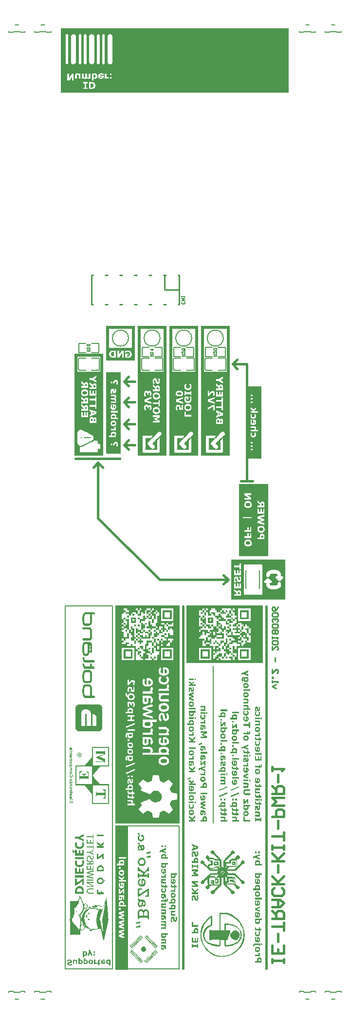
<source format=gbo>
G04*
G04 #@! TF.GenerationSoftware,Altium Limited,Altium Designer,18.0.12 (696)*
G04*
G04 Layer_Color=32896*
%FSLAX44Y44*%
%MOMM*%
G71*
G01*
G75*
%ADD10C,0.2500*%
%ADD12C,0.2000*%
%ADD13C,0.2540*%
%ADD15C,0.1500*%
%ADD70C,0.4000*%
%ADD117R,30.0000X11.2000*%
%ADD118R,0.5000X4.1999*%
%ADD119R,0.5000X4.1999*%
%ADD120R,5.0000X0.5000*%
%ADD121R,5.0000X0.9000*%
%ADD122R,0.5000X3.7000*%
%ADD123R,0.5000X3.2000*%
%ADD124R,0.5000X8.5000*%
%ADD125R,0.5000X8.5000*%
%ADD126R,0.5000X8.5000*%
%ADD127R,0.5000X8.5000*%
%ADD128R,0.5000X8.5000*%
%ADD129R,0.5000X8.5000*%
G36*
X400096Y-685000D02*
X375000D01*
Y-560000D01*
X400096D01*
Y-685000D01*
D02*
G37*
G36*
X235000Y-633000D02*
X235000D01*
Y-680000D01*
X185000D01*
Y-633000D01*
X185000D01*
Y-534000D01*
X211196D01*
D01*
X235000D01*
Y-633000D01*
D02*
G37*
G36*
X187720Y-1334605D02*
X188043Y-1334928D01*
X188236Y-1335251D01*
X188430Y-1335509D01*
X188559Y-1335832D01*
Y-1335961D01*
X188494Y-1336219D01*
X188430Y-1336413D01*
X188365Y-1336606D01*
X188301Y-1336671D01*
X188043Y-1337059D01*
X187720Y-1337317D01*
X187461Y-1337575D01*
X187268Y-1337704D01*
X186945Y-1337833D01*
X186880D01*
X186816D01*
X186428Y-1337769D01*
X185976Y-1337446D01*
X185654Y-1337059D01*
X185395Y-1336800D01*
X185266Y-1336542D01*
X185072Y-1336155D01*
Y-1336025D01*
X185137Y-1335703D01*
X185266Y-1335444D01*
X185718Y-1334863D01*
X186105Y-1334411D01*
X186235Y-1334347D01*
X186299Y-1334282D01*
X187332D01*
X187720Y-1334605D01*
D02*
G37*
G36*
X193595Y-1337898D02*
X193983Y-1338092D01*
X194241Y-1338350D01*
X194305Y-1338414D01*
X194951Y-1339189D01*
X195468Y-1339835D01*
X195791Y-1340480D01*
X196049Y-1340997D01*
X196178Y-1341449D01*
X196243Y-1341836D01*
X196307Y-1342030D01*
Y-1343644D01*
X196243Y-1344161D01*
X196113Y-1344742D01*
X195984Y-1345000D01*
X195920Y-1345194D01*
X195855Y-1345323D01*
Y-1345388D01*
X195791Y-1345840D01*
X195597Y-1346356D01*
X195274Y-1346808D01*
X194951Y-1347325D01*
X194564Y-1347712D01*
X194305Y-1348035D01*
X194047Y-1348293D01*
X193983Y-1348358D01*
X193272Y-1348681D01*
X192627Y-1348939D01*
X192110Y-1349068D01*
X191723Y-1349197D01*
X191465Y-1349262D01*
X191206Y-1349326D01*
X191142D01*
X191077D01*
X190302D01*
X189980D01*
X189657Y-1349197D01*
X188946Y-1349003D01*
X188624Y-1348874D01*
X188365Y-1348810D01*
X188172Y-1348681D01*
X188107D01*
X187784Y-1348616D01*
X187461Y-1348358D01*
X187074Y-1348035D01*
X186687Y-1347647D01*
X186364Y-1347325D01*
X186105Y-1347002D01*
X185912Y-1346743D01*
X185847Y-1346679D01*
X185589Y-1345904D01*
X185395Y-1345194D01*
X185266Y-1344677D01*
X185202Y-1344290D01*
X185137Y-1343967D01*
X185072Y-1343773D01*
Y-1342482D01*
X185202Y-1342095D01*
X185266Y-1341643D01*
X185395Y-1341191D01*
X185524Y-1340739D01*
X185589Y-1340351D01*
X185718Y-1340093D01*
Y-1340029D01*
X186235Y-1339318D01*
X186687Y-1338737D01*
X187139Y-1338350D01*
X187461Y-1338092D01*
X187720Y-1337962D01*
X187913Y-1337833D01*
X187978D01*
X188043D01*
X188430Y-1337962D01*
X188688Y-1338092D01*
X188946Y-1338285D01*
X189076Y-1338479D01*
X189205Y-1338802D01*
Y-1338931D01*
X189140Y-1339189D01*
X189011Y-1339447D01*
X188624Y-1340029D01*
X188430Y-1340287D01*
X188236Y-1340480D01*
X188107Y-1340610D01*
X188043Y-1340674D01*
X187913Y-1340739D01*
X187849Y-1340997D01*
X187720Y-1341320D01*
X187591Y-1341707D01*
X187461Y-1342095D01*
X187397Y-1342417D01*
X187332Y-1342676D01*
Y-1343580D01*
X187461Y-1343903D01*
X187591Y-1344290D01*
X187978Y-1344871D01*
X188301Y-1345258D01*
X188365Y-1345323D01*
X188430Y-1345388D01*
X188494Y-1345581D01*
X188753Y-1345775D01*
X189076Y-1345904D01*
X189398Y-1346033D01*
X189786Y-1346162D01*
X190044Y-1346292D01*
X190302Y-1346356D01*
X190367D01*
X190948D01*
X191077D01*
X191271Y-1346292D01*
X191787Y-1346098D01*
X192239Y-1345969D01*
X192369Y-1345904D01*
X192433D01*
X192885Y-1345517D01*
X193208Y-1345129D01*
X193531Y-1344742D01*
X193724Y-1344355D01*
X193854Y-1344032D01*
X193983Y-1343773D01*
X194047Y-1343644D01*
Y-1342030D01*
X193983Y-1341901D01*
X193854Y-1341514D01*
X193660Y-1341191D01*
X193595Y-1341126D01*
Y-1341062D01*
X193208Y-1341320D01*
X192885Y-1341449D01*
X192691Y-1341514D01*
X192627D01*
X192239Y-1341449D01*
X191787Y-1341126D01*
X191400Y-1340739D01*
X191142Y-1340480D01*
X191013Y-1340222D01*
X190884Y-1340029D01*
X190819Y-1339835D01*
Y-1339706D01*
X190884Y-1339318D01*
X191077Y-1338996D01*
X191206Y-1338802D01*
X191271Y-1338737D01*
X191465Y-1338414D01*
X191723Y-1338221D01*
X192239Y-1337962D01*
X192627Y-1337833D01*
X192756D01*
X192820D01*
X193014D01*
X193595Y-1337898D01*
D02*
G37*
G36*
X187461Y-1351586D02*
X187913Y-1351909D01*
X188301Y-1352232D01*
X188559Y-1352490D01*
X188688Y-1352748D01*
X188817Y-1352942D01*
X188882Y-1353136D01*
Y-1353459D01*
X188817Y-1353588D01*
Y-1353652D01*
X188494Y-1354169D01*
X188172Y-1354491D01*
X187913Y-1354750D01*
X187655Y-1354944D01*
X187461Y-1355073D01*
X187268Y-1355137D01*
X187203D01*
X187139D01*
X186751D01*
X186299Y-1354750D01*
X185912Y-1354427D01*
X185654Y-1354104D01*
X185524Y-1353846D01*
X185395Y-1353652D01*
X185331Y-1353459D01*
Y-1353329D01*
X185395Y-1353136D01*
Y-1353006D01*
X185718Y-1352490D01*
X186041Y-1352103D01*
X186299Y-1351844D01*
X186558Y-1351651D01*
X186751Y-1351521D01*
X186945Y-1351457D01*
X187010D01*
X187074D01*
X187461Y-1351586D01*
D02*
G37*
G36*
X196113Y-1355525D02*
X196243Y-1355718D01*
X196501Y-1356041D01*
X196565Y-1356299D01*
Y-1356364D01*
X196501Y-1356687D01*
X196372Y-1356945D01*
X196243Y-1357139D01*
X196113Y-1357268D01*
X195920Y-1357397D01*
X195855D01*
X196113Y-1357914D01*
X196243Y-1358365D01*
X196372Y-1358688D01*
X196501Y-1359011D01*
Y-1359205D01*
X196565Y-1359334D01*
Y-1361852D01*
X196501Y-1362369D01*
X196372Y-1362821D01*
X196178Y-1363143D01*
X196113Y-1363273D01*
X195791Y-1363983D01*
X195468Y-1364435D01*
X195080Y-1364822D01*
X194757Y-1365081D01*
X194435Y-1365210D01*
X194176Y-1365274D01*
X193983Y-1365339D01*
X193918D01*
X193143D01*
X192691Y-1365274D01*
X192433Y-1365210D01*
X192304Y-1365145D01*
X192239Y-1365081D01*
X191594Y-1364499D01*
X191142Y-1363854D01*
X191013Y-1363595D01*
X190884Y-1363402D01*
X190819Y-1363273D01*
Y-1363208D01*
X190561Y-1362433D01*
X190302Y-1361723D01*
X190044Y-1361077D01*
X189786Y-1360496D01*
X189398Y-1359463D01*
X189140Y-1358688D01*
X188882Y-1358172D01*
X188688Y-1357784D01*
X188624Y-1357591D01*
X188559Y-1357526D01*
X188236D01*
X187849Y-1358172D01*
X187655Y-1358624D01*
X187591Y-1358882D01*
Y-1361013D01*
X187849Y-1361658D01*
X188172Y-1362240D01*
X188365Y-1362562D01*
X188494Y-1362627D01*
Y-1362691D01*
X189076Y-1362950D01*
X189463Y-1363208D01*
X189786Y-1363466D01*
X189980Y-1363660D01*
X190109Y-1363854D01*
X190173Y-1364047D01*
Y-1364306D01*
X190044Y-1364628D01*
X189850Y-1364887D01*
X189657Y-1365081D01*
X189398Y-1365210D01*
X189011Y-1365339D01*
X188882D01*
X188817D01*
X186751D01*
X186041Y-1365274D01*
X185783Y-1365081D01*
X185654Y-1364887D01*
X185395Y-1364499D01*
X185331Y-1364241D01*
Y-1364176D01*
X185460Y-1363854D01*
X185524Y-1363595D01*
X185654Y-1363466D01*
X185783Y-1363337D01*
X185976Y-1363208D01*
X186041D01*
X185783Y-1362691D01*
X185654Y-1362304D01*
X185524Y-1361917D01*
X185395Y-1361658D01*
Y-1361400D01*
X185331Y-1361271D01*
Y-1358817D01*
X185395Y-1358495D01*
X185460Y-1358107D01*
X185783Y-1357397D01*
X185976Y-1357074D01*
X186105Y-1356816D01*
X186170Y-1356622D01*
X186235Y-1356558D01*
X186493Y-1356170D01*
X186751Y-1355847D01*
X187074Y-1355654D01*
X187332Y-1355460D01*
X187591Y-1355396D01*
X187784Y-1355331D01*
X187913D01*
X187978D01*
X189398D01*
X189850D01*
X190173Y-1355396D01*
X190302Y-1355460D01*
X190367Y-1355525D01*
X190948Y-1356170D01*
X191336Y-1356751D01*
X191465Y-1357010D01*
X191594Y-1357203D01*
X191658Y-1357332D01*
Y-1357397D01*
X191917Y-1358172D01*
X192175Y-1358817D01*
X192627Y-1360044D01*
X193014Y-1360948D01*
X193337Y-1361723D01*
X193531Y-1362240D01*
X193660Y-1362627D01*
X193789Y-1362821D01*
Y-1362885D01*
X194112Y-1362369D01*
X194241Y-1361981D01*
X194305Y-1361788D01*
Y-1359657D01*
X194112Y-1359011D01*
X193789Y-1358495D01*
X193531Y-1358107D01*
X193466Y-1358043D01*
X193402Y-1357978D01*
X192820Y-1357720D01*
X192433Y-1357397D01*
X192110Y-1357139D01*
X191917Y-1356945D01*
X191787Y-1356751D01*
X191723Y-1356622D01*
Y-1356299D01*
X191852Y-1355977D01*
X192046Y-1355718D01*
X192239Y-1355589D01*
X192498Y-1355460D01*
X192950Y-1355331D01*
X193079D01*
X193143D01*
X195210D01*
X195855D01*
X196113Y-1355525D01*
D02*
G37*
G36*
X206831Y-1367018D02*
X207090Y-1367147D01*
X207348Y-1367340D01*
X207477Y-1367534D01*
X207606Y-1367857D01*
Y-1368115D01*
X207542Y-1368244D01*
X207477Y-1368438D01*
Y-1368503D01*
X207606Y-1368761D01*
Y-1368890D01*
X207542Y-1369213D01*
X207348Y-1369536D01*
X207154Y-1369794D01*
X207090Y-1369858D01*
X207025Y-1369923D01*
X206831Y-1369988D01*
X206509Y-1370052D01*
X206121Y-1370117D01*
X205669Y-1370181D01*
X205153Y-1370310D01*
X203990Y-1370504D01*
X202828Y-1370633D01*
X202312Y-1370762D01*
X201860Y-1370827D01*
X201472Y-1370892D01*
X201150D01*
X200956Y-1370956D01*
X200891D01*
X200504Y-1370827D01*
X200246Y-1370698D01*
X200052Y-1370504D01*
X199923Y-1370310D01*
X199794Y-1369988D01*
Y-1369858D01*
X199858Y-1369536D01*
X199987Y-1369277D01*
X200052Y-1369084D01*
X200117Y-1369019D01*
X200181Y-1368954D01*
X200375Y-1368825D01*
X200698Y-1368696D01*
X201085Y-1368567D01*
X201602Y-1368438D01*
X202118Y-1368244D01*
X203280Y-1367857D01*
X204443Y-1367469D01*
X204959Y-1367340D01*
X205476Y-1367211D01*
X205863Y-1367082D01*
X206186Y-1366953D01*
X206380Y-1366888D01*
X206444D01*
X206831Y-1367018D01*
D02*
G37*
G36*
Y-1374120D02*
X207090Y-1374249D01*
X207348Y-1374443D01*
X207477Y-1374636D01*
X207606Y-1374959D01*
Y-1375217D01*
X207542Y-1375347D01*
X207477Y-1375540D01*
Y-1375605D01*
X207606Y-1375863D01*
Y-1375992D01*
X207542Y-1376315D01*
X207348Y-1376638D01*
X207154Y-1376832D01*
X207090Y-1376896D01*
X207025Y-1376961D01*
X206831Y-1377025D01*
X206509Y-1377090D01*
X206121Y-1377155D01*
X205669Y-1377219D01*
X205153Y-1377348D01*
X203990Y-1377542D01*
X202828Y-1377671D01*
X202312Y-1377800D01*
X201860Y-1377865D01*
X201472Y-1377929D01*
X201150D01*
X200956Y-1377994D01*
X200891D01*
X200504Y-1377865D01*
X200246Y-1377736D01*
X200052Y-1377542D01*
X199923Y-1377348D01*
X199794Y-1377025D01*
Y-1376896D01*
X199858Y-1376573D01*
X199987Y-1376315D01*
X200052Y-1376121D01*
X200117Y-1376057D01*
X200181Y-1375992D01*
X200375Y-1375928D01*
X200698Y-1375799D01*
X201085Y-1375669D01*
X201602Y-1375476D01*
X202118Y-1375347D01*
X203280Y-1374959D01*
X204443Y-1374572D01*
X204959Y-1374443D01*
X205476Y-1374314D01*
X205863Y-1374184D01*
X206186Y-1374055D01*
X206380Y-1373991D01*
X206444D01*
X206831Y-1374120D01*
D02*
G37*
G36*
X192950Y-1377542D02*
X193337Y-1377606D01*
X194241Y-1377865D01*
X194628Y-1378058D01*
X194951Y-1378188D01*
X195210Y-1378252D01*
X195274Y-1378317D01*
X195597Y-1378381D01*
X195920Y-1378640D01*
X196372Y-1379027D01*
X196759Y-1379414D01*
X197146Y-1379866D01*
X197469Y-1380189D01*
X197728Y-1380447D01*
X197792Y-1380576D01*
X198115Y-1381545D01*
X198373Y-1382320D01*
X198567Y-1382966D01*
X198696Y-1383418D01*
X198761Y-1383740D01*
X198825Y-1383999D01*
Y-1385806D01*
X198696Y-1386194D01*
X198502Y-1387098D01*
X198373Y-1387485D01*
X198244Y-1387873D01*
X198179Y-1388131D01*
X198115Y-1388195D01*
X198050Y-1388583D01*
X197792Y-1388970D01*
X197405Y-1389487D01*
X197017Y-1389939D01*
X196565Y-1390326D01*
X196243Y-1390714D01*
X195984Y-1390972D01*
X195855Y-1391036D01*
X195016Y-1391424D01*
X194305Y-1391682D01*
X193724Y-1391876D01*
X193272Y-1392005D01*
X193014Y-1392069D01*
X192756Y-1392134D01*
X192691D01*
X192627D01*
X191529D01*
X191271Y-1392069D01*
X190884Y-1392005D01*
X189980Y-1391682D01*
X189592Y-1391553D01*
X189205Y-1391424D01*
X188946Y-1391359D01*
X188882Y-1391295D01*
X188624Y-1391230D01*
X188301Y-1390972D01*
X187913Y-1390649D01*
X187461Y-1390262D01*
X187074Y-1389874D01*
X186751Y-1389551D01*
X186493Y-1389293D01*
X186428Y-1389229D01*
X186041Y-1388195D01*
X185783Y-1387356D01*
X185589Y-1386710D01*
X185460Y-1386258D01*
X185395Y-1385871D01*
X185331Y-1385677D01*
Y-1383869D01*
X185460Y-1383547D01*
X185654Y-1382707D01*
X185783Y-1382320D01*
X185847Y-1381997D01*
X185976Y-1381739D01*
Y-1381674D01*
X186041Y-1381287D01*
X186299Y-1380835D01*
X186687Y-1380318D01*
X187074Y-1379802D01*
X187461Y-1379285D01*
X187849Y-1378898D01*
X188107Y-1378640D01*
X188172Y-1378575D01*
X189076Y-1378188D01*
X189786Y-1377929D01*
X190431Y-1377736D01*
X190819Y-1377606D01*
X191142Y-1377542D01*
X191400Y-1377477D01*
X191465D01*
X191529D01*
X192627D01*
X192950Y-1377542D01*
D02*
G37*
G36*
X203732Y-1394006D02*
X203990Y-1394135D01*
X204184Y-1394394D01*
X204313Y-1394588D01*
X204443Y-1394975D01*
Y-1400140D01*
X204378Y-1400528D01*
X204249Y-1400786D01*
X204120Y-1401044D01*
X203926Y-1401173D01*
X203539Y-1401367D01*
X203409Y-1401432D01*
X203345D01*
X203216D01*
X202893Y-1401302D01*
X202635Y-1401109D01*
X202441Y-1400915D01*
X202312Y-1400657D01*
X202183Y-1400269D01*
Y-1399753D01*
X202118Y-1399817D01*
X201860Y-1400076D01*
X201537Y-1400463D01*
X201085Y-1400915D01*
X200569Y-1401496D01*
X200052Y-1402077D01*
X198825Y-1403433D01*
X197598Y-1404854D01*
X197017Y-1405435D01*
X196501Y-1406016D01*
X196113Y-1406468D01*
X195726Y-1406855D01*
X195532Y-1407113D01*
X195468Y-1407178D01*
X202183D01*
Y-1405822D01*
X202247Y-1405435D01*
X202376Y-1405177D01*
X202505Y-1404918D01*
X202764Y-1404789D01*
X203087Y-1404595D01*
X203216Y-1404531D01*
X203280D01*
X203345D01*
X203732Y-1404660D01*
X203990Y-1404789D01*
X204184Y-1405047D01*
X204313Y-1405241D01*
X204443Y-1405628D01*
Y-1411633D01*
X204378Y-1412021D01*
X204249Y-1412343D01*
X204120Y-1412602D01*
X203926Y-1412731D01*
X203539Y-1412924D01*
X203409Y-1412989D01*
X203345D01*
X203216D01*
X202893Y-1412860D01*
X202635Y-1412666D01*
X202441Y-1412473D01*
X202312Y-1412214D01*
X202183Y-1411827D01*
Y-1410277D01*
X187591D01*
Y-1411633D01*
X187526Y-1412021D01*
X187397Y-1412343D01*
X187268Y-1412602D01*
X187074Y-1412731D01*
X186687Y-1412924D01*
X186558Y-1412989D01*
X186493D01*
X186428D01*
X186041Y-1412860D01*
X185783Y-1412666D01*
X185589Y-1412473D01*
X185460Y-1412214D01*
X185331Y-1411827D01*
Y-1405822D01*
X185395Y-1405435D01*
X185524Y-1405177D01*
X185654Y-1404918D01*
X185912Y-1404789D01*
X186235Y-1404595D01*
X186364Y-1404531D01*
X186428D01*
X186558D01*
X186880Y-1404660D01*
X187139Y-1404789D01*
X187332Y-1405047D01*
X187461Y-1405241D01*
X187591Y-1405628D01*
Y-1407178D01*
X192304D01*
X194370Y-1404918D01*
X194112Y-1404724D01*
X193789Y-1404466D01*
X193402Y-1404143D01*
X192885Y-1403756D01*
X191852Y-1402981D01*
X190625Y-1402142D01*
X189528Y-1401302D01*
X189011Y-1400915D01*
X188559Y-1400592D01*
X188172Y-1400334D01*
X187913Y-1400140D01*
X187720Y-1400011D01*
X187655Y-1399947D01*
X187591D01*
Y-1400140D01*
X187526Y-1400528D01*
X187397Y-1400786D01*
X187268Y-1401044D01*
X187074Y-1401173D01*
X186687Y-1401367D01*
X186558Y-1401432D01*
X186493D01*
X186428D01*
X186041Y-1401302D01*
X185783Y-1401109D01*
X185589Y-1400915D01*
X185460Y-1400657D01*
X185331Y-1400269D01*
Y-1395104D01*
X185395Y-1394781D01*
X185524Y-1394458D01*
X185912Y-1394071D01*
X186235Y-1393942D01*
X186364Y-1393877D01*
X186428D01*
X186558D01*
X186880Y-1394006D01*
X187139Y-1394135D01*
X187332Y-1394394D01*
X187461Y-1394588D01*
X187591Y-1394975D01*
Y-1396202D01*
X187784Y-1396331D01*
X188107Y-1396589D01*
X188559Y-1396912D01*
X189140Y-1397364D01*
X189850Y-1397880D01*
X190561Y-1398397D01*
X192175Y-1399559D01*
X193724Y-1400721D01*
X194435Y-1401238D01*
X195080Y-1401690D01*
X195597Y-1402077D01*
X195984Y-1402400D01*
X196307Y-1402594D01*
X196372Y-1402658D01*
X196436D01*
X196565Y-1402465D01*
X196824Y-1402206D01*
X197146Y-1401819D01*
X197534Y-1401367D01*
X198502Y-1400334D01*
X199535Y-1399236D01*
X200504Y-1398139D01*
X200956Y-1397622D01*
X201343Y-1397170D01*
X201731Y-1396783D01*
X201989Y-1396525D01*
X202118Y-1396331D01*
X202183Y-1396266D01*
Y-1395104D01*
X202247Y-1394781D01*
X202376Y-1394458D01*
X202764Y-1394071D01*
X203087Y-1393942D01*
X203216Y-1393877D01*
X203280D01*
X203345D01*
X203732Y-1394006D01*
D02*
G37*
G36*
X194693Y-1414087D02*
X195274Y-1414345D01*
X195791Y-1414668D01*
X196243Y-1414926D01*
X196630Y-1415184D01*
X196953Y-1415378D01*
X197146Y-1415572D01*
X197276Y-1415636D01*
X197340Y-1415701D01*
X197792Y-1416346D01*
X198115Y-1416928D01*
X198373Y-1417509D01*
X198567Y-1418025D01*
X198696Y-1418413D01*
X198761Y-1418736D01*
X198825Y-1418929D01*
Y-1421447D01*
X198696Y-1421835D01*
X198438Y-1422868D01*
X198309Y-1423320D01*
X198179Y-1423707D01*
X198115Y-1423965D01*
X198050Y-1424095D01*
X197986Y-1424353D01*
X197728Y-1424740D01*
X197405Y-1425128D01*
X197017Y-1425580D01*
X196630Y-1425967D01*
X196307Y-1426354D01*
X196049Y-1426613D01*
X195984Y-1426677D01*
X195080Y-1427065D01*
X194370Y-1427323D01*
X193789Y-1427581D01*
X193337Y-1427710D01*
X193014Y-1427775D01*
X192820Y-1427839D01*
X192691D01*
X192627D01*
X191529D01*
X191271Y-1427775D01*
X190884Y-1427710D01*
X189980Y-1427387D01*
X189528Y-1427258D01*
X189140Y-1427129D01*
X188882Y-1427065D01*
X188817Y-1427000D01*
X188559Y-1426935D01*
X188236Y-1426677D01*
X187849Y-1426354D01*
X187461Y-1425902D01*
X187074Y-1425515D01*
X186751Y-1425192D01*
X186493Y-1424934D01*
X186428Y-1424869D01*
X186041Y-1423901D01*
X185783Y-1423062D01*
X185589Y-1422416D01*
X185460Y-1421899D01*
X185395Y-1421512D01*
X185331Y-1421318D01*
Y-1419704D01*
X185524Y-1419058D01*
X185654Y-1418413D01*
X185783Y-1417961D01*
X185912Y-1417509D01*
X186041Y-1417121D01*
X186170Y-1416799D01*
X186364Y-1416346D01*
X186558Y-1416088D01*
X186687Y-1415959D01*
X186751Y-1415895D01*
X187268Y-1415249D01*
X187655Y-1414797D01*
X188043Y-1414474D01*
X188365Y-1414280D01*
X188559Y-1414087D01*
X188753Y-1414022D01*
X188882D01*
X189269Y-1414151D01*
X189528Y-1414280D01*
X189721Y-1414474D01*
X189850Y-1414668D01*
X189980Y-1414991D01*
Y-1415378D01*
X189915Y-1415572D01*
X189850Y-1415765D01*
X189786Y-1415830D01*
X188624Y-1417186D01*
X188494Y-1417315D01*
X188301Y-1417638D01*
X188107Y-1418025D01*
X187978Y-1418542D01*
X187849Y-1419058D01*
X187720Y-1419446D01*
X187591Y-1419769D01*
Y-1420931D01*
X187655Y-1421125D01*
X187784Y-1421447D01*
X187849Y-1421706D01*
X187913Y-1421770D01*
Y-1421835D01*
X188043Y-1422093D01*
X188236Y-1422416D01*
X188817Y-1423126D01*
X189076Y-1423449D01*
X189334Y-1423707D01*
X189463Y-1423901D01*
X189528Y-1423965D01*
X190173Y-1424224D01*
X190625Y-1424353D01*
X191013Y-1424482D01*
X191271Y-1424611D01*
X191465D01*
X191594Y-1424676D01*
X191658D01*
X191723D01*
Y-1415378D01*
X191787Y-1414926D01*
X191917Y-1414603D01*
X192175Y-1414345D01*
X192433Y-1414216D01*
X192691Y-1414087D01*
X192950Y-1414022D01*
X193079D01*
X193143D01*
X194241D01*
X194564D01*
X194693Y-1414087D01*
D02*
G37*
G36*
X203732Y-1431132D02*
X203990Y-1431326D01*
X204184Y-1431520D01*
X204313Y-1431778D01*
X204443Y-1432165D01*
Y-1444368D01*
X204378Y-1444821D01*
X204249Y-1445143D01*
X203990Y-1445402D01*
X203732Y-1445531D01*
X203474Y-1445660D01*
X203216Y-1445724D01*
X203087D01*
X203022D01*
X198761D01*
X198115Y-1445595D01*
X197857Y-1445402D01*
X197728Y-1445272D01*
X197469Y-1444885D01*
X197405Y-1444627D01*
Y-1444562D01*
X197469Y-1444304D01*
X197598Y-1444046D01*
X197663Y-1443787D01*
X197728Y-1443723D01*
X197792Y-1443658D01*
X197921Y-1443594D01*
X198115Y-1443529D01*
X198438Y-1443465D01*
X199148Y-1443335D01*
X199987Y-1443142D01*
X200762Y-1443013D01*
X201472Y-1442883D01*
X201795Y-1442819D01*
X201989Y-1442754D01*
X202118D01*
X202183D01*
Y-1435200D01*
X202118D01*
X189657Y-1443723D01*
X188753Y-1444368D01*
X188043Y-1444885D01*
X187461Y-1445208D01*
X187074Y-1445466D01*
X186751Y-1445595D01*
X186622Y-1445660D01*
X186493Y-1445724D01*
X186428D01*
X186041Y-1445595D01*
X185783Y-1445402D01*
X185589Y-1445208D01*
X185460Y-1444950D01*
X185331Y-1444562D01*
Y-1432359D01*
X185395Y-1431907D01*
X185524Y-1431584D01*
X185783Y-1431326D01*
X186041Y-1431197D01*
X186299Y-1431068D01*
X186558Y-1431003D01*
X186687D01*
X186751D01*
X191077D01*
X191723Y-1431068D01*
X191981Y-1431261D01*
X192110Y-1431455D01*
X192369Y-1431778D01*
X192433Y-1432036D01*
Y-1432165D01*
X192304Y-1432553D01*
X192110Y-1432876D01*
X191917Y-1433069D01*
X191787Y-1433134D01*
X191271Y-1433263D01*
X190625Y-1433392D01*
X189269Y-1433650D01*
X188624Y-1433715D01*
X188107Y-1433844D01*
X187784Y-1433909D01*
X187720D01*
X187655D01*
X187591D01*
Y-1441463D01*
X187655D01*
X189592Y-1440172D01*
X191336Y-1439010D01*
X192820Y-1437976D01*
X194112Y-1437072D01*
X195274Y-1436298D01*
X196243Y-1435652D01*
X197017Y-1435071D01*
X197728Y-1434619D01*
X198244Y-1434232D01*
X198696Y-1433973D01*
X199019Y-1433715D01*
X199277Y-1433521D01*
X199406Y-1433457D01*
X199535Y-1433392D01*
X199600Y-1433328D01*
X200698Y-1432553D01*
X201537Y-1431972D01*
X202183Y-1431584D01*
X202635Y-1431261D01*
X202957Y-1431132D01*
X203151Y-1431068D01*
X203280Y-1431003D01*
X203345D01*
X203732Y-1431132D01*
D02*
G37*
G36*
X186751Y-1448049D02*
X187010Y-1448113D01*
X187332Y-1448436D01*
X187461Y-1448824D01*
X187526Y-1448888D01*
Y-1448953D01*
X187591Y-1449340D01*
X187784Y-1449663D01*
X188107Y-1449986D01*
X188430Y-1450179D01*
X188688Y-1450373D01*
X189011Y-1450502D01*
X189205Y-1450632D01*
X189269D01*
X194241D01*
X194693Y-1450696D01*
X195016Y-1450761D01*
X195210Y-1450890D01*
X195274Y-1450954D01*
X195791Y-1451213D01*
X196243Y-1451471D01*
X196630Y-1451729D01*
X196953Y-1451923D01*
X197146Y-1452117D01*
X197340Y-1452310D01*
X197469Y-1452375D01*
Y-1452439D01*
X197921Y-1453150D01*
X198244Y-1453795D01*
X198502Y-1454312D01*
X198631Y-1454764D01*
X198761Y-1455087D01*
X198825Y-1455345D01*
Y-1458961D01*
X198761Y-1459025D01*
Y-1459090D01*
X198438Y-1459865D01*
X198179Y-1460510D01*
X197986Y-1460962D01*
X197792Y-1461285D01*
X197663Y-1461543D01*
X197534Y-1461672D01*
X197469Y-1461737D01*
X197211Y-1462060D01*
X196953Y-1462254D01*
X196436Y-1462512D01*
X196049Y-1462641D01*
X195920D01*
X195855D01*
X195532D01*
X195080Y-1462576D01*
X194693Y-1462447D01*
X194435Y-1462254D01*
X194305Y-1461995D01*
X194176Y-1461737D01*
X194112Y-1461543D01*
Y-1460833D01*
X194176Y-1460381D01*
X194305Y-1460058D01*
X194564Y-1459800D01*
X194822Y-1459671D01*
X195080Y-1459542D01*
X195339Y-1459477D01*
X195468D01*
X195532D01*
X196113D01*
X196372Y-1459025D01*
X196501Y-1458702D01*
X196565Y-1458509D01*
Y-1455668D01*
X196436Y-1455216D01*
X196243Y-1454828D01*
X196049Y-1454505D01*
X195920Y-1454247D01*
X195661Y-1453924D01*
X195532Y-1453795D01*
X195016D01*
X194822Y-1453989D01*
Y-1454053D01*
X194757Y-1454183D01*
X194693Y-1454376D01*
X194628Y-1454635D01*
X194564Y-1455345D01*
X194435Y-1456055D01*
X194305Y-1456830D01*
X194176Y-1457540D01*
Y-1457798D01*
X194112Y-1457992D01*
Y-1458186D01*
X193918Y-1458896D01*
X193789Y-1459542D01*
X193660Y-1460123D01*
X193531Y-1460575D01*
X193402Y-1460962D01*
X193272Y-1461285D01*
X193079Y-1461801D01*
X192885Y-1462124D01*
X192820Y-1462254D01*
X192691Y-1462318D01*
X192175Y-1462706D01*
X191658Y-1462964D01*
X191206Y-1463222D01*
X190884Y-1463351D01*
X190625Y-1463416D01*
X190431Y-1463480D01*
X190302D01*
X190238D01*
X189140D01*
X188817Y-1463416D01*
X188688D01*
X188624D01*
X188107Y-1463222D01*
X187591Y-1462964D01*
X187203Y-1462770D01*
X186880Y-1462576D01*
X186622Y-1462383D01*
X186428Y-1462254D01*
X186364Y-1462124D01*
X186299D01*
X185976Y-1461156D01*
X185718Y-1460381D01*
X185589Y-1459735D01*
X185460Y-1459283D01*
X185395Y-1458961D01*
X185331Y-1458702D01*
Y-1456443D01*
X185395Y-1455990D01*
X185524Y-1455668D01*
X185589Y-1455409D01*
X185654Y-1455345D01*
X186041Y-1454441D01*
X186493Y-1453602D01*
X186751Y-1453343D01*
X186880Y-1453085D01*
X187010Y-1452956D01*
X187074Y-1452891D01*
X186493Y-1452633D01*
X186105Y-1451923D01*
X185847Y-1451342D01*
X185589Y-1450825D01*
X185460Y-1450438D01*
X185395Y-1450115D01*
X185331Y-1449921D01*
Y-1449276D01*
X185395Y-1448888D01*
X185524Y-1448630D01*
X185654Y-1448372D01*
X185912Y-1448242D01*
X186235Y-1448049D01*
X186364Y-1447984D01*
X186428D01*
X186751Y-1448049D01*
D02*
G37*
G36*
X200439Y-1467096D02*
X201021Y-1467354D01*
X201279Y-1467483D01*
X201472Y-1467613D01*
X201602Y-1467677D01*
X201666Y-1467742D01*
X202376Y-1468258D01*
X202957Y-1468710D01*
X203280Y-1469098D01*
X203409Y-1469227D01*
Y-1469291D01*
X203732Y-1470260D01*
X203990Y-1471035D01*
X204184Y-1471680D01*
X204313Y-1472132D01*
X204378Y-1472455D01*
X204443Y-1472713D01*
Y-1483044D01*
X204378Y-1483431D01*
X204249Y-1483690D01*
X204120Y-1483948D01*
X203926Y-1484077D01*
X203539Y-1484271D01*
X203409Y-1484335D01*
X203345D01*
X203216D01*
X202893Y-1484206D01*
X202635Y-1484012D01*
X202441Y-1483819D01*
X202312Y-1483561D01*
X202183Y-1483173D01*
Y-1481688D01*
X187591D01*
Y-1483044D01*
X187526Y-1483431D01*
X187397Y-1483690D01*
X187268Y-1483948D01*
X187074Y-1484077D01*
X186687Y-1484271D01*
X186558Y-1484335D01*
X186493D01*
X186428D01*
X186041Y-1484206D01*
X185783Y-1484012D01*
X185589Y-1483819D01*
X185460Y-1483561D01*
X185331Y-1483173D01*
Y-1472843D01*
X185395Y-1472520D01*
X185460Y-1472003D01*
X185589Y-1471487D01*
X185783Y-1470905D01*
X185976Y-1470324D01*
X186105Y-1469872D01*
X186170Y-1469550D01*
X186235Y-1469420D01*
X186622Y-1468904D01*
X186945Y-1468581D01*
X187268Y-1468323D01*
X187461Y-1468129D01*
X187655Y-1468000D01*
X187784Y-1467935D01*
X187913D01*
X188365Y-1467613D01*
X188753Y-1467354D01*
X189140Y-1467225D01*
X189398Y-1467096D01*
X189657Y-1467032D01*
X189850Y-1466967D01*
X189915D01*
X189980D01*
X191787D01*
X192175Y-1467032D01*
X192498Y-1467096D01*
X192627Y-1467161D01*
X192691Y-1467225D01*
X193272Y-1467483D01*
X193789Y-1467806D01*
X194241Y-1468129D01*
X194628Y-1468452D01*
X194887Y-1468710D01*
X195080Y-1468969D01*
X195210Y-1469098D01*
X195274Y-1469162D01*
Y-1469098D01*
X195597Y-1468710D01*
X195920Y-1468452D01*
X196436Y-1468000D01*
X196824Y-1467806D01*
X196888Y-1467742D01*
X196953D01*
X197340Y-1467483D01*
X197728Y-1467290D01*
X198244Y-1467032D01*
X198631Y-1466967D01*
X198761D01*
X199923D01*
X200181D01*
X200439Y-1467096D01*
D02*
G37*
G36*
X189076Y-1488209D02*
X189334Y-1488338D01*
X189528Y-1488532D01*
X189657Y-1488726D01*
X189786Y-1489049D01*
Y-1489501D01*
X189721Y-1489630D01*
Y-1489694D01*
X189786Y-1489953D01*
Y-1490082D01*
X189721Y-1490469D01*
X189592Y-1490728D01*
X189398Y-1490986D01*
X189334Y-1491050D01*
X189205Y-1491115D01*
X188946Y-1491179D01*
X188559Y-1491244D01*
X188172Y-1491309D01*
X187139Y-1491502D01*
X186041Y-1491696D01*
X184943Y-1491825D01*
X184427Y-1491954D01*
X183975Y-1492019D01*
X183587Y-1492083D01*
X183329D01*
X183136Y-1492148D01*
X183071D01*
X182684Y-1492019D01*
X182425Y-1491890D01*
X182167Y-1491696D01*
X182038Y-1491502D01*
X181909Y-1491179D01*
Y-1491050D01*
X181973Y-1490792D01*
X182102Y-1490469D01*
X182232Y-1490211D01*
X182296Y-1490146D01*
X182490Y-1490082D01*
X182748Y-1489953D01*
X183136Y-1489823D01*
X183587Y-1489630D01*
X184620Y-1489307D01*
X185783Y-1488984D01*
X186880Y-1488661D01*
X187332Y-1488468D01*
X187784Y-1488338D01*
X188172Y-1488209D01*
X188430Y-1488145D01*
X188624Y-1488080D01*
X188688D01*
X189076Y-1488209D01*
D02*
G37*
G36*
Y-1495376D02*
X189334Y-1495505D01*
X189528Y-1495635D01*
X189657Y-1495828D01*
X189786Y-1496151D01*
Y-1496603D01*
X189721Y-1496668D01*
Y-1496732D01*
X189786Y-1496926D01*
Y-1497120D01*
X189721Y-1497507D01*
X189592Y-1497765D01*
X189463Y-1498024D01*
X189398Y-1498088D01*
X189334Y-1498153D01*
X189140Y-1498217D01*
X188817Y-1498282D01*
X188430Y-1498346D01*
X187913Y-1498411D01*
X187397Y-1498540D01*
X186235Y-1498734D01*
X185072Y-1498863D01*
X184556Y-1498992D01*
X184039Y-1499057D01*
X183652Y-1499121D01*
X183329D01*
X183136Y-1499186D01*
X183071D01*
X182684Y-1499057D01*
X182425Y-1498927D01*
X182167Y-1498734D01*
X182038Y-1498540D01*
X181909Y-1498217D01*
Y-1498088D01*
X181973Y-1497830D01*
X182102Y-1497572D01*
X182232Y-1497313D01*
X182296Y-1497249D01*
X182425Y-1497184D01*
X182684Y-1497055D01*
X183006Y-1496926D01*
X183458Y-1496797D01*
X183910Y-1496668D01*
X184491Y-1496474D01*
X185589Y-1496151D01*
X186751Y-1495764D01*
X187268Y-1495635D01*
X187720Y-1495505D01*
X188107Y-1495376D01*
X188430Y-1495312D01*
X188624Y-1495247D01*
X188688D01*
X189076Y-1495376D01*
D02*
G37*
G36*
X201279Y-1512357D02*
X201472Y-1512616D01*
X201731Y-1512874D01*
X201860Y-1513003D01*
X201021Y-1513842D01*
X200246Y-1514682D01*
X199535Y-1515392D01*
X198890Y-1516038D01*
X198373Y-1516554D01*
X197921Y-1516942D01*
X197663Y-1517200D01*
X197598Y-1517264D01*
X197534D01*
X197211Y-1517006D01*
X197017Y-1516748D01*
X196759Y-1516490D01*
X196630Y-1516360D01*
X197469Y-1515521D01*
X198309Y-1514682D01*
X199019Y-1513972D01*
X199665Y-1513326D01*
X200181Y-1512809D01*
X200569Y-1512422D01*
X200827Y-1512164D01*
X200891Y-1512099D01*
X200956D01*
X201279Y-1512357D01*
D02*
G37*
G36*
X190884Y-1513003D02*
X191723Y-1513778D01*
X192433Y-1514488D01*
X193079Y-1515134D01*
X193595Y-1515650D01*
X193983Y-1516102D01*
X194241Y-1516360D01*
X194305Y-1516425D01*
X194047Y-1516748D01*
X193789Y-1516942D01*
X193531Y-1517200D01*
X193402Y-1517329D01*
X192498Y-1516490D01*
X191723Y-1515650D01*
X190948Y-1514940D01*
X190302Y-1514294D01*
X189786Y-1513778D01*
X189398Y-1513390D01*
X189140Y-1513132D01*
X189076Y-1513068D01*
X189398Y-1512745D01*
X189592Y-1512551D01*
X189850Y-1512293D01*
X189980Y-1512164D01*
X190044D01*
X190884Y-1513003D01*
D02*
G37*
G36*
X203087Y-1514230D02*
X203345Y-1514424D01*
X203474Y-1514617D01*
X203603Y-1514746D01*
X203732Y-1514875D01*
X202893Y-1515715D01*
X202118Y-1516554D01*
X201343Y-1517264D01*
X200762Y-1517910D01*
X200181Y-1518427D01*
X199794Y-1518814D01*
X199535Y-1519072D01*
X199471Y-1519137D01*
X199406D01*
X199083Y-1518879D01*
X198825Y-1518620D01*
X198696Y-1518491D01*
X198567Y-1518362D01*
X198438Y-1518168D01*
X199277Y-1517329D01*
X200117Y-1516490D01*
X200827Y-1515779D01*
X201472Y-1515134D01*
X201989Y-1514617D01*
X202441Y-1514230D01*
X202699Y-1513972D01*
X202764Y-1513907D01*
X203087Y-1514230D01*
D02*
G37*
G36*
X189140Y-1514746D02*
X189980Y-1515521D01*
X190690Y-1516296D01*
X191336Y-1516877D01*
X191852Y-1517458D01*
X192239Y-1517845D01*
X192498Y-1518104D01*
X192562Y-1518168D01*
X192239Y-1518491D01*
X192046Y-1518750D01*
X191852Y-1518879D01*
X191787Y-1519008D01*
X191658Y-1519137D01*
X191529D01*
X190690Y-1518297D01*
X189915Y-1517458D01*
X189205Y-1516748D01*
X188559Y-1516102D01*
X188043Y-1515586D01*
X187655Y-1515198D01*
X187397Y-1514940D01*
X187332Y-1514875D01*
X187591Y-1514553D01*
X187784Y-1514294D01*
X187978Y-1514165D01*
X188107Y-1514036D01*
X188236Y-1513907D01*
X188301D01*
X189140Y-1514746D01*
D02*
G37*
G36*
X204895Y-1516038D02*
X205153Y-1516231D01*
X205282Y-1516425D01*
X205411Y-1516490D01*
X205540Y-1516619D01*
Y-1516683D01*
X204701Y-1517523D01*
X203926Y-1518297D01*
X203151Y-1519008D01*
X202570Y-1519653D01*
X201989Y-1520170D01*
X201602Y-1520557D01*
X201343Y-1520816D01*
X201279Y-1520880D01*
X201214D01*
X200891Y-1520622D01*
X200698Y-1520428D01*
X200439Y-1520105D01*
X200310Y-1519976D01*
X201150Y-1519137D01*
X201924Y-1518362D01*
X202635Y-1517652D01*
X203280Y-1517006D01*
X203797Y-1516490D01*
X204184Y-1516102D01*
X204443Y-1515844D01*
X204507Y-1515779D01*
X204572D01*
X204895Y-1516038D01*
D02*
G37*
G36*
X187268Y-1516619D02*
X188107Y-1517394D01*
X188817Y-1518168D01*
X189463Y-1518750D01*
X189980Y-1519331D01*
X190367Y-1519718D01*
X190625Y-1519976D01*
X190690Y-1520041D01*
X190431Y-1520364D01*
X190173Y-1520622D01*
X190044Y-1520751D01*
X189915Y-1520880D01*
X189786Y-1521009D01*
X189721D01*
X188882Y-1520170D01*
X188043Y-1519331D01*
X187332Y-1518620D01*
X186687Y-1517975D01*
X186170Y-1517458D01*
X185783Y-1517006D01*
X185524Y-1516748D01*
X185460Y-1516683D01*
X185718Y-1516360D01*
X185976Y-1516167D01*
X186235Y-1515909D01*
X186428Y-1515779D01*
X187268Y-1516619D01*
D02*
G37*
G36*
X206702Y-1517845D02*
X206896Y-1518104D01*
X207154Y-1518362D01*
X207283Y-1518491D01*
X206444Y-1519331D01*
X205669Y-1520170D01*
X204959Y-1520880D01*
X204313Y-1521526D01*
X203797Y-1522042D01*
X203345Y-1522430D01*
X203087Y-1522688D01*
X203022Y-1522753D01*
X202957D01*
X202635Y-1522494D01*
X202441Y-1522236D01*
X202183Y-1521978D01*
X202054Y-1521849D01*
X202893Y-1521009D01*
X203732Y-1520170D01*
X204443Y-1519460D01*
X205088Y-1518814D01*
X205605Y-1518297D01*
X205992Y-1517910D01*
X206250Y-1517652D01*
X206315Y-1517587D01*
X206380D01*
X206702Y-1517845D01*
D02*
G37*
G36*
X185589Y-1518427D02*
X186364Y-1519201D01*
X187074Y-1519976D01*
X187720Y-1520557D01*
X188301Y-1521138D01*
X188688Y-1521526D01*
X188946Y-1521784D01*
X189011Y-1521849D01*
X188688Y-1522171D01*
X188494Y-1522365D01*
X188172Y-1522623D01*
X188043Y-1522753D01*
X187978D01*
X187139Y-1521913D01*
X186299Y-1521074D01*
X185589Y-1520364D01*
X184943Y-1519718D01*
X184427Y-1519201D01*
X184039Y-1518814D01*
X183781Y-1518556D01*
X183717Y-1518491D01*
X183975Y-1518168D01*
X184233Y-1517975D01*
X184491Y-1517716D01*
X184685Y-1517587D01*
X185589Y-1518427D01*
D02*
G37*
G36*
X208510Y-1519589D02*
X208704Y-1519847D01*
X208962Y-1520105D01*
X209091Y-1520235D01*
X208252Y-1521074D01*
X207477Y-1521913D01*
X206702Y-1522623D01*
X206121Y-1523269D01*
X205540Y-1523786D01*
X205153Y-1524173D01*
X204895Y-1524431D01*
X204830Y-1524496D01*
X204765D01*
X204443Y-1524238D01*
X204249Y-1523979D01*
X203990Y-1523721D01*
X203861Y-1523592D01*
X204701Y-1522753D01*
X205540Y-1521913D01*
X206250Y-1521203D01*
X206896Y-1520557D01*
X207413Y-1520041D01*
X207800Y-1519653D01*
X208058Y-1519395D01*
X208123Y-1519331D01*
X208187D01*
X208510Y-1519589D01*
D02*
G37*
G36*
X183717Y-1520170D02*
X184556Y-1521009D01*
X185266Y-1521720D01*
X185912Y-1522365D01*
X186428Y-1522882D01*
X186816Y-1523334D01*
X187074Y-1523592D01*
X187139Y-1523656D01*
X186816Y-1523979D01*
X186622Y-1524173D01*
X186364Y-1524431D01*
X186235Y-1524561D01*
X186170D01*
X185331Y-1523721D01*
X184491Y-1522882D01*
X183781Y-1522171D01*
X183136Y-1521526D01*
X182619Y-1521009D01*
X182232Y-1520622D01*
X181973Y-1520364D01*
X181909Y-1520299D01*
X182167Y-1519976D01*
X182425Y-1519718D01*
X182554Y-1519589D01*
X182684Y-1519460D01*
X182813Y-1519331D01*
X183717Y-1520170D01*
D02*
G37*
G36*
X210254Y-1521397D02*
X210512Y-1521590D01*
X210641Y-1521784D01*
X210770Y-1521849D01*
X210899Y-1521978D01*
X210060Y-1522882D01*
X209221Y-1523656D01*
X208510Y-1524431D01*
X207865Y-1525077D01*
X207348Y-1525594D01*
X206896Y-1525981D01*
X206638Y-1526239D01*
X206573Y-1526304D01*
X206250Y-1525981D01*
X205992Y-1525787D01*
X205863Y-1525594D01*
X205734Y-1525464D01*
X205605Y-1525335D01*
X206444Y-1524496D01*
X207283Y-1523656D01*
X207994Y-1522946D01*
X208639Y-1522301D01*
X209156Y-1521784D01*
X209608Y-1521397D01*
X209866Y-1521138D01*
X209931Y-1521074D01*
X210254Y-1521397D01*
D02*
G37*
G36*
X181909Y-1521978D02*
X182748Y-1522753D01*
X183458Y-1523527D01*
X184104Y-1524108D01*
X184620Y-1524690D01*
X185008Y-1525077D01*
X185266Y-1525335D01*
X185331Y-1525400D01*
X185072Y-1525723D01*
X184814Y-1525916D01*
X184556Y-1526175D01*
X184427Y-1526304D01*
X184362D01*
X183523Y-1525464D01*
X182684Y-1524690D01*
X181973Y-1523979D01*
X181328Y-1523334D01*
X180811Y-1522817D01*
X180424Y-1522365D01*
X180165Y-1522107D01*
X180101Y-1522042D01*
X180359Y-1521720D01*
X180617Y-1521526D01*
X180876Y-1521268D01*
X181005Y-1521138D01*
X181069D01*
X181909Y-1521978D01*
D02*
G37*
G36*
X212061Y-1523205D02*
X212255Y-1523398D01*
X212513Y-1523721D01*
X212642Y-1523850D01*
X211803Y-1524690D01*
X211028Y-1525529D01*
X210318Y-1526239D01*
X209672Y-1526885D01*
X209156Y-1527401D01*
X208769Y-1527789D01*
X208510Y-1528047D01*
X208446Y-1528112D01*
X208316D01*
X207994Y-1527853D01*
X207800Y-1527595D01*
X207542Y-1527337D01*
X207413Y-1527208D01*
X208252Y-1526304D01*
X209091Y-1525529D01*
X209802Y-1524819D01*
X210447Y-1524173D01*
X210964Y-1523592D01*
X211351Y-1523205D01*
X211609Y-1522946D01*
X211674Y-1522882D01*
X211739D01*
X212061Y-1523205D01*
D02*
G37*
G36*
X180165Y-1523721D02*
X181005Y-1524561D01*
X181715Y-1525271D01*
X182361Y-1525916D01*
X182877Y-1526497D01*
X183265Y-1526885D01*
X183523Y-1527143D01*
X183587Y-1527208D01*
X183265Y-1527531D01*
X183071Y-1527724D01*
X182748Y-1527982D01*
X182619Y-1528112D01*
X182554D01*
X181715Y-1527272D01*
X180876Y-1526433D01*
X180165Y-1525723D01*
X179520Y-1525077D01*
X179003Y-1524561D01*
X178616Y-1524173D01*
X178358Y-1523915D01*
X178293Y-1523850D01*
X178551Y-1523527D01*
X178810Y-1523269D01*
X178939Y-1523140D01*
X179068Y-1523011D01*
X179261Y-1522882D01*
X180165Y-1523721D01*
D02*
G37*
G36*
X213869Y-1524948D02*
X214063Y-1525142D01*
X214321Y-1525464D01*
X214450Y-1525594D01*
X213611Y-1526433D01*
X212836Y-1527272D01*
X212061Y-1527982D01*
X211480Y-1528628D01*
X210899Y-1529145D01*
X210512Y-1529532D01*
X210254Y-1529790D01*
X210189Y-1529855D01*
X210124D01*
X209802Y-1529597D01*
X209608Y-1529338D01*
X209350Y-1529080D01*
X209221Y-1528951D01*
X210060Y-1528047D01*
X210835Y-1527208D01*
X211545Y-1526497D01*
X212190Y-1525852D01*
X212707Y-1525335D01*
X213159Y-1524948D01*
X213417Y-1524690D01*
X213482Y-1524625D01*
X213546D01*
X213869Y-1524948D01*
D02*
G37*
G36*
X178358Y-1525594D02*
X179197Y-1526368D01*
X179907Y-1527079D01*
X180553Y-1527724D01*
X181069Y-1528241D01*
X181457Y-1528628D01*
X181715Y-1528887D01*
X181780Y-1528951D01*
X181521Y-1529274D01*
X181263Y-1529532D01*
X181134Y-1529661D01*
X181005Y-1529790D01*
X180876Y-1529919D01*
X180811D01*
X180746D01*
X179907Y-1529080D01*
X179132Y-1528241D01*
X178422Y-1527531D01*
X177776Y-1526885D01*
X177260Y-1526368D01*
X176873Y-1525981D01*
X176614Y-1525723D01*
X176550Y-1525658D01*
X176808Y-1525335D01*
X177066Y-1525142D01*
X177325Y-1524883D01*
X177454Y-1524754D01*
X177518D01*
X178358Y-1525594D01*
D02*
G37*
G36*
X215742Y-1526756D02*
X215935Y-1527014D01*
X216194Y-1527272D01*
X216323Y-1527401D01*
X215483Y-1528305D01*
X214644Y-1529080D01*
X213934Y-1529855D01*
X213288Y-1530501D01*
X212772Y-1531017D01*
X212320Y-1531405D01*
X212061Y-1531663D01*
X211997Y-1531727D01*
X211674Y-1531405D01*
X211480Y-1531211D01*
X211222Y-1530888D01*
X211093Y-1530759D01*
X211932Y-1529919D01*
X212707Y-1529080D01*
X213417Y-1528370D01*
X214063Y-1527724D01*
X214580Y-1527208D01*
X214967Y-1526820D01*
X215225Y-1526562D01*
X215290Y-1526497D01*
X215419D01*
X215742Y-1526756D01*
D02*
G37*
G36*
X176550Y-1527337D02*
X177389Y-1528112D01*
X178099Y-1528887D01*
X178745Y-1529468D01*
X179261Y-1530049D01*
X179649Y-1530436D01*
X179907Y-1530694D01*
X179972Y-1530759D01*
X179713Y-1531082D01*
X179455Y-1531340D01*
X179326Y-1531469D01*
X179197Y-1531598D01*
X179068Y-1531727D01*
X179003D01*
X178164Y-1530888D01*
X177325Y-1530049D01*
X176614Y-1529338D01*
X175969Y-1528693D01*
X175452Y-1528176D01*
X175065Y-1527724D01*
X174806Y-1527466D01*
X174742Y-1527401D01*
X175000Y-1527079D01*
X175258Y-1526885D01*
X175517Y-1526627D01*
X175710Y-1526497D01*
X176550Y-1527337D01*
D02*
G37*
G36*
X217420Y-1528564D02*
X217679Y-1528822D01*
X217808Y-1528951D01*
X217937Y-1529080D01*
X218066Y-1529209D01*
X217227Y-1530049D01*
X216387Y-1530888D01*
X215677Y-1531598D01*
X215032Y-1532244D01*
X214515Y-1532760D01*
X214063Y-1533148D01*
X213805Y-1533406D01*
X213740Y-1533471D01*
X213417Y-1533212D01*
X213159Y-1532954D01*
X213030Y-1532825D01*
X212901Y-1532696D01*
X212772Y-1532567D01*
X213611Y-1531727D01*
X214450Y-1530888D01*
X215161Y-1530178D01*
X215806Y-1529532D01*
X216323Y-1529016D01*
X216710Y-1528628D01*
X216968Y-1528370D01*
X217033Y-1528305D01*
X217098D01*
X217420Y-1528564D01*
D02*
G37*
G36*
X174677Y-1529209D02*
X175517Y-1529984D01*
X176227Y-1530694D01*
X176873Y-1531340D01*
X177389Y-1531857D01*
X177776Y-1532309D01*
X178035Y-1532567D01*
X178099Y-1532631D01*
X177841Y-1532954D01*
X177583Y-1533148D01*
X177325Y-1533406D01*
X177195Y-1533535D01*
X176291Y-1532696D01*
X175517Y-1531857D01*
X174742Y-1531146D01*
X174096Y-1530501D01*
X173580Y-1529984D01*
X173192Y-1529597D01*
X172934Y-1529338D01*
X172869Y-1529274D01*
X173192Y-1528951D01*
X173386Y-1528757D01*
X173644Y-1528499D01*
X173773Y-1528370D01*
X173838D01*
X174677Y-1529209D01*
D02*
G37*
G36*
X219228Y-1530307D02*
X219422Y-1530565D01*
X219680Y-1530824D01*
X219809Y-1530953D01*
X218970Y-1531792D01*
X218195Y-1532631D01*
X217420Y-1533342D01*
X216839Y-1533987D01*
X216258Y-1534504D01*
X215871Y-1534891D01*
X215613Y-1535149D01*
X215548Y-1535214D01*
X215483D01*
X215161Y-1534956D01*
X214967Y-1534698D01*
X214709Y-1534439D01*
X214580Y-1534310D01*
X215419Y-1533471D01*
X216258Y-1532631D01*
X216968Y-1531921D01*
X217614Y-1531275D01*
X218131Y-1530759D01*
X218518Y-1530372D01*
X218776Y-1530113D01*
X218841Y-1530049D01*
X218906D01*
X219228Y-1530307D01*
D02*
G37*
G36*
X172999Y-1530888D02*
X173838Y-1531727D01*
X174548Y-1532438D01*
X175194Y-1533083D01*
X175710Y-1533600D01*
X176098Y-1534052D01*
X176356Y-1534310D01*
X176420Y-1534375D01*
X176098Y-1534698D01*
X175904Y-1534891D01*
X175646Y-1535149D01*
X175517Y-1535279D01*
X175452D01*
X174613Y-1534439D01*
X173773Y-1533600D01*
X173063Y-1532890D01*
X172417Y-1532244D01*
X171901Y-1531727D01*
X171513Y-1531340D01*
X171255Y-1531082D01*
X171191Y-1531017D01*
X171449Y-1530694D01*
X171707Y-1530436D01*
X171836Y-1530307D01*
X171965Y-1530178D01*
X172095Y-1530049D01*
X172999Y-1530888D01*
D02*
G37*
G36*
X195855Y-1531986D02*
X196243Y-1532050D01*
X196565Y-1532115D01*
X196630D01*
X197146Y-1532373D01*
X197663Y-1532696D01*
X198438Y-1533342D01*
X198954Y-1534052D01*
X199342Y-1534762D01*
X199600Y-1535408D01*
X199665Y-1535924D01*
X199729Y-1536247D01*
Y-1536376D01*
X199665Y-1536957D01*
X199535Y-1537409D01*
X199471Y-1537668D01*
Y-1537797D01*
X199213Y-1538313D01*
X198890Y-1538765D01*
X198244Y-1539540D01*
X197534Y-1540056D01*
X196888Y-1540379D01*
X196243Y-1540638D01*
X195726Y-1540702D01*
X195403Y-1540767D01*
X195339D01*
X195274D01*
X194693Y-1540702D01*
X194241Y-1540638D01*
X193983Y-1540573D01*
X193854D01*
X193337Y-1540315D01*
X192885Y-1539992D01*
X192110Y-1539346D01*
X191594Y-1538701D01*
X191206Y-1537990D01*
X191013Y-1537345D01*
X190884Y-1536828D01*
X190819Y-1536505D01*
Y-1536376D01*
X190884Y-1535795D01*
X190948Y-1535343D01*
X191077Y-1535085D01*
Y-1534956D01*
X191336Y-1534439D01*
X191658Y-1533923D01*
X192304Y-1533212D01*
X192950Y-1532631D01*
X193660Y-1532309D01*
X194305Y-1532050D01*
X194822Y-1531986D01*
X195145Y-1531921D01*
X195274D01*
X195855Y-1531986D01*
D02*
G37*
G36*
X216323Y-1538442D02*
X217162Y-1539282D01*
X217872Y-1539992D01*
X218518Y-1540638D01*
X219035Y-1541154D01*
X219422Y-1541606D01*
X219680Y-1541864D01*
X219745Y-1541929D01*
X219487Y-1542252D01*
X219228Y-1542446D01*
X218970Y-1542704D01*
X218841Y-1542833D01*
X218776D01*
X217937Y-1541994D01*
X217098Y-1541154D01*
X216387Y-1540444D01*
X215742Y-1539798D01*
X215225Y-1539282D01*
X214838Y-1538830D01*
X214580Y-1538571D01*
X214515Y-1538507D01*
X214773Y-1538184D01*
X215032Y-1537990D01*
X215290Y-1537732D01*
X215419Y-1537603D01*
X215483D01*
X216323Y-1538442D01*
D02*
G37*
G36*
X175839Y-1537926D02*
X176033Y-1538120D01*
X176291Y-1538378D01*
X176420Y-1538507D01*
X175581Y-1539411D01*
X174742Y-1540186D01*
X174032Y-1540960D01*
X173386Y-1541606D01*
X172869Y-1542123D01*
X172417Y-1542510D01*
X172159Y-1542768D01*
X172095Y-1542833D01*
X171772Y-1542510D01*
X171578Y-1542316D01*
X171320Y-1542058D01*
X171191Y-1541929D01*
X172030Y-1541025D01*
X172805Y-1540186D01*
X173515Y-1539475D01*
X174161Y-1538830D01*
X174677Y-1538313D01*
X175129Y-1537926D01*
X175387Y-1537668D01*
X175452Y-1537603D01*
X175517D01*
X175839Y-1537926D01*
D02*
G37*
G36*
X214580Y-1540250D02*
X215419Y-1541025D01*
X216129Y-1541800D01*
X216775Y-1542381D01*
X217291Y-1542962D01*
X217679Y-1543349D01*
X217937Y-1543608D01*
X218001Y-1543672D01*
X217679Y-1543995D01*
X217485Y-1544189D01*
X217162Y-1544447D01*
X217033Y-1544576D01*
X216968D01*
X216129Y-1543737D01*
X215354Y-1542962D01*
X214644Y-1542252D01*
X213998Y-1541606D01*
X213482Y-1541090D01*
X213095Y-1540702D01*
X212836Y-1540444D01*
X212772Y-1540379D01*
X213030Y-1540056D01*
X213224Y-1539798D01*
X213417Y-1539669D01*
X213546Y-1539540D01*
X213676Y-1539411D01*
X213740D01*
X214580Y-1540250D01*
D02*
G37*
G36*
X177583Y-1539734D02*
X177776Y-1539992D01*
X178035Y-1540250D01*
X178164Y-1540379D01*
Y-1540444D01*
X177325Y-1541283D01*
X176550Y-1542058D01*
X175839Y-1542768D01*
X175194Y-1543414D01*
X174677Y-1543931D01*
X174290Y-1544318D01*
X174032Y-1544576D01*
X173967Y-1544641D01*
X173838D01*
X173515Y-1544382D01*
X173321Y-1544124D01*
X173063Y-1543866D01*
X172934Y-1543737D01*
X173773Y-1542897D01*
X174613Y-1542058D01*
X175323Y-1541348D01*
X175969Y-1540702D01*
X176485Y-1540186D01*
X176873Y-1539798D01*
X177131Y-1539540D01*
X177195Y-1539475D01*
X177260D01*
X177583Y-1539734D01*
D02*
G37*
G36*
X212772Y-1542058D02*
X213546Y-1542833D01*
X214257Y-1543608D01*
X214902Y-1544189D01*
X215419Y-1544770D01*
X215806Y-1545157D01*
X216064Y-1545416D01*
X216129Y-1545480D01*
X215871Y-1545803D01*
X215677Y-1545997D01*
X215419Y-1546255D01*
X215290Y-1546384D01*
X215225D01*
X214321Y-1545545D01*
X213546Y-1544705D01*
X212772Y-1543995D01*
X212126Y-1543349D01*
X211609Y-1542833D01*
X211222Y-1542446D01*
X210964Y-1542187D01*
X210899Y-1542123D01*
X211222Y-1541800D01*
X211416Y-1541606D01*
X211739Y-1541348D01*
X211868Y-1541219D01*
X211932D01*
X212772Y-1542058D01*
D02*
G37*
G36*
X179391Y-1541477D02*
X179584Y-1541735D01*
X179843Y-1541994D01*
X179972Y-1542123D01*
X179132Y-1542962D01*
X178358Y-1543801D01*
X177583Y-1544512D01*
X177002Y-1545157D01*
X176420Y-1545674D01*
X176033Y-1546061D01*
X175775Y-1546319D01*
X175710Y-1546384D01*
X175387Y-1546126D01*
X175129Y-1545867D01*
X175000Y-1545738D01*
X174871Y-1545609D01*
X174742Y-1545480D01*
X175581Y-1544641D01*
X176356Y-1543801D01*
X177066Y-1543091D01*
X177712Y-1542446D01*
X178228Y-1541929D01*
X178680Y-1541541D01*
X178939Y-1541283D01*
X179003Y-1541219D01*
X179068D01*
X179391Y-1541477D01*
D02*
G37*
G36*
X210964Y-1543866D02*
X211803Y-1544641D01*
X212513Y-1545351D01*
X213159Y-1545997D01*
X213676Y-1546513D01*
X214063Y-1546901D01*
X214321Y-1547159D01*
X214386Y-1547223D01*
X214128Y-1547546D01*
X213869Y-1547805D01*
X213740Y-1547934D01*
X213611Y-1548063D01*
X213482Y-1548192D01*
X213417D01*
X212578Y-1547353D01*
X211739Y-1546513D01*
X211028Y-1545803D01*
X210383Y-1545157D01*
X209866Y-1544641D01*
X209479Y-1544253D01*
X209221Y-1543995D01*
X209156Y-1543931D01*
X209414Y-1543608D01*
X209672Y-1543414D01*
X209931Y-1543156D01*
X210060Y-1543027D01*
X210124D01*
X210964Y-1543866D01*
D02*
G37*
G36*
X181263Y-1543349D02*
X181457Y-1543543D01*
X181715Y-1543866D01*
X181844Y-1543995D01*
X181005Y-1544834D01*
X180230Y-1545674D01*
X179455Y-1546384D01*
X178874Y-1547030D01*
X178293Y-1547546D01*
X177906Y-1547934D01*
X177647Y-1548192D01*
X177583Y-1548257D01*
X177518D01*
X177195Y-1547934D01*
X177002Y-1547740D01*
X176743Y-1547482D01*
X176614Y-1547353D01*
X177454Y-1546449D01*
X178228Y-1545674D01*
X178939Y-1544964D01*
X179584Y-1544318D01*
X180101Y-1543737D01*
X180488Y-1543349D01*
X180746Y-1543091D01*
X180811Y-1543027D01*
X180940D01*
X181263Y-1543349D01*
D02*
G37*
G36*
X209156Y-1545674D02*
X209995Y-1546449D01*
X210706Y-1547223D01*
X211351Y-1547805D01*
X211868Y-1548386D01*
X212255Y-1548773D01*
X212513Y-1549031D01*
X212578Y-1549096D01*
X212255Y-1549419D01*
X212061Y-1549612D01*
X211739Y-1549871D01*
X211609Y-1550000D01*
X210770Y-1549160D01*
X209931Y-1548386D01*
X209221Y-1547675D01*
X208575Y-1547030D01*
X207994Y-1546513D01*
X207606Y-1546061D01*
X207348Y-1545803D01*
X207283Y-1545738D01*
X207542Y-1545416D01*
X207800Y-1545222D01*
X208058Y-1544964D01*
X208252Y-1544834D01*
X209156Y-1545674D01*
D02*
G37*
G36*
X182942Y-1545093D02*
X183200Y-1545351D01*
X183329Y-1545480D01*
X183458Y-1545609D01*
X183587Y-1545738D01*
X182748Y-1546578D01*
X181909Y-1547417D01*
X181199Y-1548127D01*
X180553Y-1548773D01*
X180036Y-1549290D01*
X179584Y-1549677D01*
X179326Y-1549935D01*
X179261Y-1550000D01*
X178939Y-1549742D01*
X178680Y-1549483D01*
X178551Y-1549354D01*
X178422Y-1549225D01*
X178293Y-1549096D01*
X179132Y-1548257D01*
X179972Y-1547417D01*
X180682Y-1546707D01*
X181328Y-1546061D01*
X181844Y-1545545D01*
X182232Y-1545157D01*
X182490Y-1544899D01*
X182554Y-1544834D01*
X182619D01*
X182942Y-1545093D01*
D02*
G37*
G36*
X207413Y-1547417D02*
X208252Y-1548192D01*
X208962Y-1548967D01*
X209608Y-1549548D01*
X210124Y-1550129D01*
X210512Y-1550516D01*
X210770Y-1550775D01*
X210835Y-1550839D01*
X210512Y-1551162D01*
X210318Y-1551356D01*
X210060Y-1551614D01*
X209931Y-1551743D01*
X209866D01*
X209027Y-1550904D01*
X208187Y-1550129D01*
X207477Y-1549419D01*
X206831Y-1548773D01*
X206315Y-1548257D01*
X205928Y-1547805D01*
X205669Y-1547546D01*
X205605Y-1547482D01*
X205863Y-1547159D01*
X206121Y-1546965D01*
X206380Y-1546707D01*
X206509Y-1546578D01*
X206573D01*
X207413Y-1547417D01*
D02*
G37*
G36*
X184750Y-1546836D02*
X184943Y-1547094D01*
X185202Y-1547353D01*
X185331Y-1547482D01*
X184491Y-1548321D01*
X183717Y-1549160D01*
X182942Y-1549871D01*
X182361Y-1550516D01*
X181780Y-1551033D01*
X181392Y-1551420D01*
X181134Y-1551678D01*
X181069Y-1551743D01*
X181005D01*
X180682Y-1551485D01*
X180488Y-1551227D01*
X180230Y-1550968D01*
X180101Y-1550839D01*
X180940Y-1550000D01*
X181780Y-1549160D01*
X182490Y-1548450D01*
X183136Y-1547805D01*
X183652Y-1547288D01*
X184039Y-1546901D01*
X184298Y-1546642D01*
X184362Y-1546578D01*
X184427D01*
X184750Y-1546836D01*
D02*
G37*
G36*
X205605Y-1549160D02*
X206444Y-1550000D01*
X207154Y-1550710D01*
X207800Y-1551356D01*
X208316Y-1551872D01*
X208704Y-1552324D01*
X208962Y-1552583D01*
X209027Y-1552647D01*
X208769Y-1552970D01*
X208510Y-1553164D01*
X208252Y-1553422D01*
X208123Y-1553551D01*
X208058D01*
X207219Y-1552712D01*
X206380Y-1551872D01*
X205669Y-1551162D01*
X205024Y-1550516D01*
X204507Y-1550000D01*
X204120Y-1549612D01*
X203861Y-1549354D01*
X203797Y-1549290D01*
X204055Y-1548967D01*
X204313Y-1548708D01*
X204443Y-1548579D01*
X204572Y-1548450D01*
X204701Y-1548321D01*
X204765D01*
X205605Y-1549160D01*
D02*
G37*
G36*
X186558Y-1548708D02*
X186751Y-1548902D01*
X187010Y-1549225D01*
X187139Y-1549354D01*
X186299Y-1550193D01*
X185524Y-1551033D01*
X184814Y-1551743D01*
X184168Y-1552389D01*
X183652Y-1552905D01*
X183265Y-1553293D01*
X183006Y-1553551D01*
X182942Y-1553616D01*
X182813D01*
X182490Y-1553357D01*
X182296Y-1553099D01*
X182038Y-1552841D01*
X181909Y-1552647D01*
X182748Y-1551808D01*
X183587Y-1550968D01*
X184298Y-1550258D01*
X184943Y-1549612D01*
X185460Y-1549096D01*
X185912Y-1548708D01*
X186170Y-1548450D01*
X186235Y-1548386D01*
X186558Y-1548708D01*
D02*
G37*
G36*
X203797Y-1551033D02*
X204572Y-1551808D01*
X205282Y-1552583D01*
X205928Y-1553164D01*
X206444Y-1553745D01*
X206831Y-1554132D01*
X207090Y-1554390D01*
X207154Y-1554455D01*
X206896Y-1554778D01*
X206702Y-1554971D01*
X206444Y-1555230D01*
X206315Y-1555359D01*
X206250D01*
X206186D01*
X205347Y-1554520D01*
X204507Y-1553745D01*
X203797Y-1553034D01*
X203151Y-1552389D01*
X202635Y-1551872D01*
X202247Y-1551485D01*
X201989Y-1551227D01*
X201924Y-1551162D01*
X202183Y-1550839D01*
X202441Y-1550581D01*
X202570Y-1550452D01*
X202699Y-1550323D01*
X202828Y-1550193D01*
X202957D01*
X203797Y-1551033D01*
D02*
G37*
G36*
X188365Y-1550452D02*
X188624Y-1550710D01*
X188753Y-1550839D01*
X188882Y-1550968D01*
X189011Y-1551097D01*
Y-1551162D01*
X188172Y-1552001D01*
X187332Y-1552776D01*
X186622Y-1553486D01*
X185976Y-1554132D01*
X185395Y-1554649D01*
X185008Y-1555036D01*
X184750Y-1555294D01*
X184685Y-1555359D01*
X184362Y-1555101D01*
X184104Y-1554842D01*
X183975Y-1554713D01*
X183846Y-1554584D01*
X183717Y-1554455D01*
X184556Y-1553616D01*
X185395Y-1552776D01*
X186105Y-1552066D01*
X186751Y-1551420D01*
X187268Y-1550904D01*
X187655Y-1550516D01*
X187913Y-1550258D01*
X187978Y-1550193D01*
X188043D01*
X188365Y-1550452D01*
D02*
G37*
G36*
X202054Y-1552776D02*
X202828Y-1553551D01*
X203539Y-1554326D01*
X204184Y-1554907D01*
X204701Y-1555488D01*
X205088Y-1555875D01*
X205347Y-1556134D01*
X205411Y-1556198D01*
X205153Y-1556521D01*
X204959Y-1556715D01*
X204701Y-1556973D01*
X204572Y-1557102D01*
X204507D01*
X203603Y-1556263D01*
X202828Y-1555423D01*
X202054Y-1554713D01*
X201408Y-1554068D01*
X200891Y-1553551D01*
X200504Y-1553164D01*
X200246Y-1552905D01*
X200181Y-1552841D01*
X200504Y-1552518D01*
X200698Y-1552324D01*
X201021Y-1552066D01*
X201150Y-1551937D01*
X201214D01*
X202054Y-1552776D01*
D02*
G37*
G36*
X190109Y-1552260D02*
X190367Y-1552518D01*
X190496Y-1552647D01*
X190625Y-1552776D01*
X190754Y-1552905D01*
X189915Y-1553745D01*
X189140Y-1554584D01*
X188430Y-1555294D01*
X187784Y-1555940D01*
X187268Y-1556456D01*
X186816Y-1556844D01*
X186558Y-1557102D01*
X186493Y-1557167D01*
X186428D01*
X186105Y-1556908D01*
X185912Y-1556650D01*
X185654Y-1556392D01*
X185524Y-1556198D01*
X186364Y-1555359D01*
X187203Y-1554584D01*
X187913Y-1553874D01*
X188559Y-1553228D01*
X189076Y-1552712D01*
X189463Y-1552324D01*
X189721Y-1552066D01*
X189786Y-1552001D01*
X190109Y-1552260D01*
D02*
G37*
G36*
X200181Y-1554649D02*
X201021Y-1555423D01*
X201731Y-1556134D01*
X202376Y-1556779D01*
X202893Y-1557296D01*
X203280Y-1557748D01*
X203539Y-1558006D01*
X203603Y-1558071D01*
X203345Y-1558394D01*
X203087Y-1558587D01*
X202828Y-1558845D01*
X202699Y-1558975D01*
X202635D01*
X201795Y-1558135D01*
X200956Y-1557296D01*
X200246Y-1556586D01*
X199600Y-1555940D01*
X199083Y-1555423D01*
X198696Y-1555036D01*
X198438Y-1554778D01*
X198373Y-1554713D01*
X198631Y-1554390D01*
X198890Y-1554197D01*
X199148Y-1553938D01*
X199277Y-1553809D01*
X199342D01*
X200181Y-1554649D01*
D02*
G37*
G36*
X191981Y-1554068D02*
X192175Y-1554326D01*
X192433Y-1554584D01*
X192562Y-1554713D01*
X191723Y-1555553D01*
X190948Y-1556392D01*
X190173Y-1557102D01*
X189592Y-1557748D01*
X189011Y-1558264D01*
X188624Y-1558652D01*
X188365Y-1558910D01*
X188301Y-1558975D01*
X188236D01*
X187913Y-1558716D01*
X187720Y-1558458D01*
X187461Y-1558200D01*
X187332Y-1558071D01*
X188172Y-1557231D01*
X188946Y-1556392D01*
X189657Y-1555682D01*
X190302Y-1555036D01*
X190819Y-1554520D01*
X191206Y-1554132D01*
X191465Y-1553874D01*
X191529Y-1553809D01*
X191658D01*
X191981Y-1554068D01*
D02*
G37*
G36*
X198438Y-1556392D02*
X199277Y-1557167D01*
X199987Y-1557941D01*
X200633Y-1558523D01*
X201150Y-1559104D01*
X201537Y-1559491D01*
X201795Y-1559749D01*
X201860Y-1559814D01*
X201537Y-1560137D01*
X201343Y-1560331D01*
X201021Y-1560589D01*
X200891Y-1560718D01*
X199987Y-1559879D01*
X199213Y-1559104D01*
X198438Y-1558394D01*
X197792Y-1557748D01*
X197276Y-1557231D01*
X196888Y-1556779D01*
X196630Y-1556521D01*
X196565Y-1556456D01*
X196824Y-1556134D01*
X197082Y-1555940D01*
X197340Y-1555682D01*
X197534Y-1555553D01*
X198438Y-1556392D01*
D02*
G37*
G36*
X193724Y-1555811D02*
X193918Y-1556069D01*
X194176Y-1556327D01*
X194305Y-1556456D01*
X193466Y-1557296D01*
X192691Y-1558135D01*
X191981Y-1558845D01*
X191336Y-1559491D01*
X190819Y-1560008D01*
X190367Y-1560395D01*
X190109Y-1560653D01*
X190044Y-1560718D01*
X189980D01*
X189657Y-1560460D01*
X189463Y-1560201D01*
X189205Y-1559943D01*
X189076Y-1559814D01*
X189915Y-1558975D01*
X190754Y-1558135D01*
X191465Y-1557425D01*
X192110Y-1556779D01*
X192627Y-1556263D01*
X193079Y-1555875D01*
X193337Y-1555617D01*
X193402Y-1555553D01*
X193724Y-1555811D01*
D02*
G37*
G36*
X180000Y-515000D02*
X130000D01*
Y-492553D01*
X180000D01*
Y-515000D01*
D02*
G37*
G36*
X369897Y-930000D02*
X347500D01*
Y-860000D01*
X369897D01*
Y-930000D01*
D02*
G37*
G36*
X109341Y-951678D02*
X109716Y-951928D01*
X109966Y-952303D01*
X110091Y-952678D01*
X110216Y-953115D01*
X110279Y-953427D01*
Y-953990D01*
X110216Y-954490D01*
X110029Y-954802D01*
X109779Y-955052D01*
X109529Y-955239D01*
X109279Y-955364D01*
X109029Y-955427D01*
X108841D01*
X108779D01*
X105530D01*
Y-967361D01*
X105467Y-968736D01*
X105280Y-969923D01*
X104967Y-970923D01*
X104593Y-971860D01*
X104155Y-972610D01*
X103655Y-973235D01*
X103093Y-973735D01*
X102531Y-974110D01*
X101968Y-974484D01*
X101406Y-974672D01*
X100906Y-974859D01*
X100469Y-974984D01*
X100094Y-975047D01*
X99781Y-975109D01*
X99594D01*
X99531D01*
X98094D01*
X97907D01*
X97719Y-975172D01*
X97594Y-975234D01*
X97532Y-975297D01*
X97407Y-975172D01*
X97219Y-975109D01*
X97157D01*
X97094D01*
X93720D01*
X93533D01*
X93283Y-975047D01*
X92783Y-974984D01*
X92533D01*
X92346Y-974922D01*
X92221D01*
X92158D01*
X91596Y-974547D01*
X91096Y-974047D01*
X90659Y-973547D01*
X90346Y-972922D01*
X89721Y-971673D01*
X89347Y-970360D01*
X89159Y-969111D01*
X89096Y-968549D01*
X89034Y-968049D01*
X88972Y-967674D01*
Y-959301D01*
X89034Y-958801D01*
X89096Y-958489D01*
Y-958364D01*
X89347Y-957176D01*
X89659Y-956114D01*
X89971Y-955239D01*
X90346Y-954490D01*
X90784Y-953802D01*
X91221Y-953240D01*
X91658Y-952803D01*
X92096Y-952428D01*
X92471Y-952178D01*
X92908Y-951990D01*
X93595Y-951740D01*
X93845Y-951678D01*
X94033Y-951615D01*
X94158D01*
X94220D01*
X108904D01*
X109341Y-951678D01*
D02*
G37*
G36*
X101531Y-977734D02*
X102343Y-977984D01*
X103031Y-978359D01*
X103593Y-978858D01*
X104093Y-979421D01*
X104468Y-980108D01*
X104843Y-980795D01*
X105092Y-981483D01*
X105467Y-982920D01*
X105592Y-983545D01*
X105655Y-984169D01*
Y-984669D01*
X105717Y-985044D01*
Y-993105D01*
X105655Y-994105D01*
X105592Y-994979D01*
X105467Y-995854D01*
X105280Y-996604D01*
X105092Y-997229D01*
X104967Y-997729D01*
X104905Y-998041D01*
X104843Y-998166D01*
X104280Y-999041D01*
X103593Y-999666D01*
X102781Y-1000165D01*
X101906Y-1000478D01*
X101156Y-1000665D01*
X100531Y-1000728D01*
X100281Y-1000790D01*
X100094D01*
X99969D01*
X99906D01*
X91159D01*
X90409Y-1000728D01*
X89909Y-1000540D01*
X89534Y-1000290D01*
X89221Y-1000040D01*
X89096Y-999790D01*
X89034Y-999541D01*
X88972Y-999353D01*
Y-998041D01*
X89034Y-997729D01*
X89159Y-997479D01*
X89534Y-997104D01*
X89846Y-996979D01*
X89971Y-996916D01*
X90034D01*
X100656D01*
X100969Y-996854D01*
X101281Y-996791D01*
X101718Y-996416D01*
X102031Y-995917D01*
X102218Y-995292D01*
X102406Y-994729D01*
X102468Y-994229D01*
Y-984232D01*
X102406Y-983545D01*
X102281Y-982982D01*
X102093Y-982545D01*
X101906Y-982233D01*
X101718Y-981983D01*
X101531Y-981795D01*
X101406Y-981670D01*
X101343D01*
X91159D01*
X90409Y-981608D01*
X89909Y-981420D01*
X89534Y-981170D01*
X89221Y-980920D01*
X89096Y-980670D01*
X89034Y-980421D01*
X88972Y-980233D01*
Y-978921D01*
X89034Y-978484D01*
X89284Y-978171D01*
X89534Y-977984D01*
X89909Y-977796D01*
X90221Y-977734D01*
X90534Y-977671D01*
X90721D01*
X90784D01*
X100656D01*
X101531Y-977734D01*
D02*
G37*
G36*
X101656Y-1003227D02*
X102406Y-1003477D01*
X102718Y-1003602D01*
X102968Y-1003727D01*
X103155Y-1003790D01*
X103218Y-1003852D01*
X103655Y-1004289D01*
X104030Y-1004789D01*
X104405Y-1005414D01*
X104655Y-1006039D01*
X105092Y-1007539D01*
X105405Y-1009101D01*
X105592Y-1010600D01*
X105655Y-1011225D01*
Y-1011787D01*
X105717Y-1012287D01*
Y-1020848D01*
X105655Y-1021223D01*
X105467Y-1021472D01*
X105217Y-1021660D01*
X104967Y-1021785D01*
X104718Y-1021847D01*
X104468Y-1021910D01*
X104280D01*
X104218D01*
X103655Y-1021785D01*
X103218Y-1021660D01*
X102906Y-1021410D01*
X102718Y-1021223D01*
X102593Y-1021035D01*
X102468Y-1020848D01*
Y-1020285D01*
X102531Y-1019785D01*
Y-1019036D01*
X102593Y-1018348D01*
Y-1017598D01*
X102656Y-1016974D01*
Y-1015412D01*
X102593Y-1014224D01*
X102531Y-1013724D01*
Y-1013225D01*
X102468Y-1012975D01*
Y-1012850D01*
X102593Y-1012100D01*
X102656Y-1011537D01*
Y-1011100D01*
X102593Y-1010350D01*
X102468Y-1009725D01*
X102406Y-1009163D01*
X102281Y-1008663D01*
X102156Y-1008288D01*
X102031Y-1007913D01*
X101781Y-1007414D01*
X101531Y-1007164D01*
X101343Y-1006976D01*
X101218Y-1006914D01*
X101156D01*
X101031D01*
Y-1018973D01*
X100969Y-1019536D01*
Y-1020598D01*
X100906Y-1020973D01*
Y-1021348D01*
X100719Y-1022472D01*
X100469Y-1023410D01*
X100156Y-1024222D01*
X99781Y-1024972D01*
X99344Y-1025534D01*
X98906Y-1026096D01*
X98469Y-1026471D01*
X98032Y-1026784D01*
X97594Y-1027096D01*
X97157Y-1027283D01*
X96407Y-1027471D01*
X96157Y-1027533D01*
X95907Y-1027596D01*
X95782D01*
X95720D01*
X94095D01*
X92596Y-1027471D01*
X91971Y-1027033D01*
X91409Y-1026534D01*
X90909Y-1026034D01*
X90534Y-1025409D01*
X90159Y-1024847D01*
X89846Y-1024222D01*
X89409Y-1023035D01*
X89159Y-1021972D01*
X89096Y-1021472D01*
X89034Y-1021035D01*
X88972Y-1020723D01*
Y-1009975D01*
X89034Y-1008726D01*
X89159Y-1008163D01*
X89221Y-1007601D01*
X89347Y-1007164D01*
X89409Y-1006851D01*
X89471Y-1006601D01*
Y-1006539D01*
X89721Y-1005914D01*
X89971Y-1005414D01*
X90284Y-1004914D01*
X90659Y-1004539D01*
X91346Y-1003914D01*
X92096Y-1003540D01*
X92783Y-1003290D01*
X93345Y-1003165D01*
X93783Y-1003102D01*
X93845D01*
X93908D01*
X100781D01*
X101218D01*
X101656Y-1003227D01*
D02*
G37*
G36*
X91908Y-1029783D02*
X92033Y-1030658D01*
X92221Y-1031470D01*
X92408Y-1032157D01*
X92533Y-1032720D01*
X92721Y-1033219D01*
X92846Y-1033594D01*
X92971Y-1033969D01*
X93096Y-1034219D01*
X93345Y-1034594D01*
X93533Y-1034781D01*
X93658Y-1034844D01*
X93720D01*
X108279D01*
X108904Y-1034906D01*
X109341Y-1035032D01*
X109654Y-1035219D01*
X109841Y-1035469D01*
X110029Y-1035719D01*
X110091Y-1035906D01*
Y-1037343D01*
X110029Y-1037781D01*
X109904Y-1038156D01*
X109654Y-1038406D01*
X109466Y-1038531D01*
X109216Y-1038656D01*
X108967Y-1038718D01*
X108841D01*
X108779D01*
X94095D01*
X93345Y-1038656D01*
X92596Y-1038406D01*
X91971Y-1037968D01*
X91471Y-1037468D01*
X90971Y-1036906D01*
X90534Y-1036219D01*
X89909Y-1034719D01*
X89471Y-1033282D01*
X89284Y-1032595D01*
X89159Y-1032032D01*
X89096Y-1031532D01*
X89034Y-1031095D01*
X88972Y-1030845D01*
Y-1030783D01*
X89034Y-1030408D01*
X89159Y-1030158D01*
X89284Y-1029970D01*
X89534Y-1029845D01*
X89846Y-1029720D01*
X89971D01*
X90034D01*
X91033D01*
X91908Y-1029783D01*
D02*
G37*
G36*
X104343Y-1040843D02*
X104780Y-1040967D01*
X105092Y-1041155D01*
X105280Y-1041342D01*
X105467Y-1041592D01*
X105530Y-1041780D01*
Y-1046091D01*
X108779D01*
X109216Y-1046154D01*
X109529Y-1046279D01*
X109779Y-1046466D01*
X109904Y-1046654D01*
X110091Y-1047028D01*
Y-1048653D01*
X110029Y-1049028D01*
X109841Y-1049278D01*
X109591Y-1049528D01*
X109341Y-1049653D01*
X109029Y-1049778D01*
X108779Y-1049840D01*
X108592Y-1049903D01*
X108529D01*
X94595D01*
X93908Y-1049840D01*
X93408Y-1049778D01*
X93096Y-1049715D01*
X92971Y-1049653D01*
X92346Y-1049340D01*
X91783Y-1048903D01*
X91284Y-1048403D01*
X90846Y-1047841D01*
X90096Y-1046528D01*
X89596Y-1045091D01*
X89284Y-1043779D01*
X89159Y-1043154D01*
X89096Y-1042592D01*
X89034Y-1042155D01*
X88972Y-1041842D01*
Y-1041530D01*
X89159Y-1041280D01*
X89347Y-1041092D01*
X89784Y-1040843D01*
X90159Y-1040780D01*
X90221D01*
X90284D01*
X90409D01*
X91096Y-1040843D01*
X91596Y-1040905D01*
X91908Y-1040967D01*
X92033Y-1041030D01*
X92158Y-1041905D01*
X92221Y-1042717D01*
X92408Y-1043404D01*
X92533Y-1043967D01*
X92721Y-1044467D01*
X92908Y-1044842D01*
X93033Y-1045216D01*
X93221Y-1045466D01*
X93533Y-1045841D01*
X93845Y-1046029D01*
X94033Y-1046091D01*
X94095D01*
X102468D01*
Y-1041905D01*
X102531Y-1041592D01*
X102656Y-1041280D01*
X102843Y-1041092D01*
X103093Y-1040967D01*
X103530Y-1040843D01*
X103655Y-1040780D01*
X103718D01*
X104343Y-1040843D01*
D02*
G37*
G36*
X101218Y-1052027D02*
X101781Y-1052090D01*
X102031Y-1052152D01*
X102218D01*
X102343Y-1052215D01*
X102406D01*
X102968Y-1052527D01*
X103530Y-1052964D01*
X103968Y-1053464D01*
X104343Y-1054027D01*
X104905Y-1055276D01*
X105280Y-1056526D01*
X105530Y-1057713D01*
X105592Y-1058213D01*
X105655Y-1058713D01*
X105717Y-1059088D01*
Y-1067023D01*
X105592Y-1068460D01*
X105530Y-1069085D01*
X105405Y-1069648D01*
X105280Y-1070147D01*
X105217Y-1070522D01*
X105092Y-1070772D01*
Y-1070835D01*
X104780Y-1071522D01*
X104468Y-1072147D01*
X104093Y-1072709D01*
X103655Y-1073209D01*
X103280Y-1073584D01*
X102843Y-1073896D01*
X102031Y-1074396D01*
X101218Y-1074709D01*
X100594Y-1074834D01*
X100344Y-1074896D01*
X100219D01*
X100094D01*
X100031D01*
X94470D01*
X93783Y-1074834D01*
X93096Y-1074709D01*
X92846Y-1074646D01*
X92596Y-1074584D01*
X92471Y-1074521D01*
X92408D01*
X91783Y-1074084D01*
X91284Y-1073584D01*
X90846Y-1073022D01*
X90409Y-1072459D01*
X89784Y-1071210D01*
X89409Y-1069960D01*
X89159Y-1068835D01*
X89096Y-1068335D01*
X89034Y-1067898D01*
X88972Y-1067523D01*
Y-1059025D01*
X89034Y-1058400D01*
Y-1058151D01*
X89096Y-1057963D01*
Y-1057776D01*
X89347Y-1056776D01*
X89596Y-1055839D01*
X89909Y-1055089D01*
X90284Y-1054401D01*
X90659Y-1053839D01*
X91033Y-1053402D01*
X91471Y-1053027D01*
X91908Y-1052714D01*
X92283Y-1052465D01*
X92658Y-1052277D01*
X93283Y-1052027D01*
X93533D01*
X93720Y-1051965D01*
X93845D01*
X93908D01*
X100781D01*
X101218Y-1052027D01*
D02*
G37*
G36*
X101343Y-1077021D02*
X102031Y-1077208D01*
X102281Y-1077333D01*
X102468Y-1077458D01*
X102593Y-1077521D01*
X102656D01*
X103155Y-1077896D01*
X103593Y-1078333D01*
X103968Y-1078833D01*
X104343Y-1079395D01*
X104843Y-1080645D01*
X105155Y-1081957D01*
X105405Y-1083144D01*
X105467Y-1083707D01*
Y-1084206D01*
X105530Y-1084581D01*
Y-1096453D01*
X105592Y-1096578D01*
X105717Y-1096641D01*
X105780Y-1096703D01*
X105842D01*
X109154D01*
X109529Y-1096766D01*
X109779Y-1096891D01*
X110029Y-1097141D01*
X110154Y-1097391D01*
X110216Y-1097641D01*
X110279Y-1097890D01*
Y-1098828D01*
X110216Y-1099390D01*
X109966Y-1099827D01*
X109654Y-1100077D01*
X109279Y-1100327D01*
X108904Y-1100452D01*
X108592Y-1100515D01*
X108342D01*
X108279D01*
X94970D01*
X94720D01*
X94470D01*
X93845Y-1100452D01*
X93595D01*
X93345Y-1100390D01*
X93221D01*
X93158D01*
X92471Y-1100015D01*
X91908Y-1099577D01*
X91346Y-1099015D01*
X90909Y-1098390D01*
X90471Y-1097703D01*
X90159Y-1097016D01*
X89659Y-1095579D01*
X89284Y-1094141D01*
X89159Y-1093516D01*
X89096Y-1093017D01*
X89034Y-1092517D01*
X88972Y-1092204D01*
Y-1084331D01*
X89034Y-1083644D01*
Y-1083457D01*
X89096Y-1083269D01*
Y-1083144D01*
X89284Y-1082082D01*
X89534Y-1081082D01*
X89846Y-1080270D01*
X90159Y-1079583D01*
X90596Y-1078958D01*
X90971Y-1078458D01*
X91409Y-1078083D01*
X91846Y-1077708D01*
X92283Y-1077458D01*
X92658Y-1077271D01*
X93345Y-1077083D01*
X93658Y-1077021D01*
X93845Y-1076958D01*
X93970D01*
X94033D01*
X100656D01*
X101343Y-1077021D01*
D02*
G37*
G36*
X118526Y-1111824D02*
X118652D01*
X119464Y-1112137D01*
X120151Y-1112574D01*
X120776Y-1112949D01*
X121276Y-1113449D01*
X121713Y-1113886D01*
X122088Y-1114386D01*
X122401Y-1114824D01*
X122650Y-1115323D01*
X122963Y-1116136D01*
X123150Y-1116886D01*
X123213Y-1117135D01*
Y-1152751D01*
X123150Y-1153001D01*
X123088Y-1153251D01*
X123025Y-1153314D01*
X122713Y-1154126D01*
X122401Y-1154876D01*
X121963Y-1155501D01*
X121588Y-1156001D01*
X121151Y-1156500D01*
X120713Y-1156875D01*
X120276Y-1157188D01*
X119839Y-1157438D01*
X119026Y-1157750D01*
X118401Y-1157937D01*
X118152D01*
X117964Y-1158000D01*
X117839D01*
X117777D01*
X81911D01*
X81036Y-1157750D01*
X80224Y-1157375D01*
X79536Y-1157000D01*
X78974Y-1156563D01*
X78474Y-1156063D01*
X78037Y-1155563D01*
X77724Y-1155063D01*
X77412Y-1154563D01*
X77037Y-1153626D01*
X76850Y-1152876D01*
Y-1152564D01*
X76787Y-1152314D01*
Y-1117510D01*
X76912Y-1116323D01*
X77225Y-1115511D01*
X77600Y-1114824D01*
X78037Y-1114199D01*
X78474Y-1113699D01*
X78912Y-1113261D01*
X79412Y-1112887D01*
X79849Y-1112574D01*
X80349Y-1112324D01*
X81161Y-1112012D01*
X81911Y-1111824D01*
X82161Y-1111762D01*
X82348D01*
X82473D01*
X82536D01*
X117402D01*
X117839D01*
X118214D01*
X118526Y-1111824D01*
D02*
G37*
G36*
X104564Y-33858D02*
X104828Y-33872D01*
X105091Y-33886D01*
X105341Y-33914D01*
X105563Y-33941D01*
X105590D01*
X105646Y-33955D01*
X105757Y-33983D01*
X105882Y-34025D01*
X106034Y-34066D01*
X106201Y-34136D01*
X106381Y-34205D01*
X106561Y-34302D01*
X106575D01*
X106603Y-34330D01*
X106644Y-34358D01*
X106700Y-34385D01*
X106853Y-34496D01*
X107033Y-34649D01*
X107241Y-34829D01*
X107435Y-35051D01*
X107629Y-35301D01*
X107795Y-35592D01*
Y-35606D01*
X107809Y-35633D01*
X107837Y-35675D01*
X107865Y-35730D01*
X107893Y-35814D01*
X107920Y-35911D01*
X107962Y-36022D01*
X108004Y-36147D01*
X108073Y-36424D01*
X108142Y-36771D01*
X108184Y-37145D01*
X108198Y-37575D01*
Y-37589D01*
Y-37630D01*
Y-37686D01*
Y-37769D01*
X108184Y-37880D01*
X108170Y-37991D01*
X108156Y-38130D01*
X108142Y-38268D01*
X108087Y-38587D01*
X108017Y-38920D01*
X107907Y-39267D01*
X107768Y-39586D01*
Y-39600D01*
X107754Y-39627D01*
X107726Y-39669D01*
X107685Y-39725D01*
X107587Y-39877D01*
X107435Y-40071D01*
X107241Y-40279D01*
X107019Y-40501D01*
X106728Y-40709D01*
X106409Y-40903D01*
X106395Y-40917D01*
X106326Y-40945D01*
X106228Y-40973D01*
X106117Y-41028D01*
X105965Y-41070D01*
X105799Y-41125D01*
X105438Y-41209D01*
X105410D01*
X105341Y-41222D01*
X105230Y-41236D01*
X105077Y-41264D01*
X104869Y-41278D01*
X104606Y-41292D01*
X104301Y-41305D01*
X103191D01*
Y-33844D01*
X104328D01*
X104564Y-33858D01*
D02*
G37*
G36*
X150000Y-10000D02*
X151000D01*
Y-31584D01*
X111401D01*
Y-36549D01*
Y-31584D01*
X151000D01*
Y-50000D01*
X51000D01*
Y-31584D01*
X90599D01*
Y-33706D01*
X92554D01*
Y-41417D01*
X90599D01*
Y-43538D01*
X97588D01*
Y-41417D01*
D01*
X95633D01*
Y-33706D01*
X97588D01*
Y-31584D01*
X100112D01*
Y-43538D01*
X104689D01*
X104814Y-43524D01*
X105119D01*
X105299Y-43511D01*
X105688Y-43483D01*
X106117Y-43427D01*
X106533Y-43372D01*
X106950Y-43289D01*
X106963D01*
X106991Y-43275D01*
X107047Y-43261D01*
X107130Y-43247D01*
X107213Y-43219D01*
X107324Y-43192D01*
X107574Y-43108D01*
X107851Y-43011D01*
X108156Y-42887D01*
X108461Y-42748D01*
X108739Y-42595D01*
X108752Y-42581D01*
X108794Y-42554D01*
X108863Y-42512D01*
X108947Y-42457D01*
X109044Y-42373D01*
X109169Y-42290D01*
X109307Y-42179D01*
X109446Y-42054D01*
X109598Y-41916D01*
X109751Y-41763D01*
X109917Y-41597D01*
X110084Y-41417D01*
X110389Y-41014D01*
X110680Y-40557D01*
X110694Y-40543D01*
X110708Y-40501D01*
X110750Y-40432D01*
X110791Y-40335D01*
X110847Y-40210D01*
X110902Y-40057D01*
X110971Y-39891D01*
X111041Y-39697D01*
X111110Y-39489D01*
X111179Y-39267D01*
X111235Y-39017D01*
X111290Y-38754D01*
X111332Y-38463D01*
X111374Y-38171D01*
X111387Y-37866D01*
X111401Y-37547D01*
Y-37381D01*
X111387Y-37270D01*
X111374Y-37117D01*
X111360Y-36951D01*
X111332Y-36757D01*
X111304Y-36549D01*
X111263Y-36313D01*
X111221Y-36077D01*
X111082Y-35578D01*
X110999Y-35314D01*
X110888Y-35065D01*
X110777Y-34801D01*
X110639Y-34552D01*
X110625Y-34538D01*
X110611Y-34496D01*
X110555Y-34427D01*
X110500Y-34330D01*
X110430Y-34219D01*
X110333Y-34094D01*
X110236Y-33955D01*
X110112Y-33803D01*
X109834Y-33484D01*
X109501Y-33137D01*
X109127Y-32818D01*
X108919Y-32666D01*
X108711Y-32527D01*
X108697D01*
X108669Y-32499D01*
X108628Y-32471D01*
X108558Y-32444D01*
X108475Y-32402D01*
X108378Y-32346D01*
X108267Y-32291D01*
X108142Y-32236D01*
X107851Y-32111D01*
X107532Y-32000D01*
X107171Y-31889D01*
X106783Y-31792D01*
X106769D01*
X106742Y-31778D01*
X106672D01*
X106603Y-31764D01*
X106492Y-31750D01*
X106381Y-31723D01*
X106242Y-31709D01*
X106090Y-31695D01*
X105909Y-31667D01*
X105729Y-31653D01*
X105521Y-31639D01*
X105299Y-31611D01*
X104828Y-31598D01*
X104315Y-31584D01*
X51000D01*
Y-11000D01*
X51000D01*
Y62000D01*
X150000D01*
Y-10000D01*
D02*
G37*
G36*
X258000Y-940172D02*
Y-1037500D01*
X258018D01*
Y-1318000D01*
X185000D01*
D01*
X184323D01*
X183022D01*
D01*
X146000D01*
Y-1037500D01*
X146500D01*
Y-940172D01*
X258000D01*
D02*
G37*
G36*
X125854Y-1340265D02*
X114168D01*
Y-1337439D01*
X125854D01*
Y-1340265D01*
D02*
G37*
G36*
X108440Y-1345458D02*
X108363Y-1345611D01*
X108287Y-1345688D01*
X108211Y-1345764D01*
X108134D01*
X107065D01*
Y-1342021D01*
X96601D01*
Y-1340494D01*
X107065D01*
Y-1336980D01*
X108440D01*
Y-1345458D01*
D02*
G37*
G36*
X91331Y-1340265D02*
X91102Y-1340417D01*
X90796Y-1340570D01*
X90415Y-1340799D01*
X89956Y-1341028D01*
X88887Y-1341487D01*
X87741Y-1341945D01*
X86672Y-1342327D01*
X85756Y-1342709D01*
X85374Y-1342862D01*
X85068Y-1342938D01*
X84915Y-1343014D01*
X84839D01*
Y-1343167D01*
X85985Y-1343549D01*
X86978Y-1343931D01*
X87818Y-1344313D01*
X88581Y-1344618D01*
X89193Y-1344847D01*
X89727Y-1345077D01*
X90185Y-1345229D01*
X90491Y-1345458D01*
X91026Y-1345688D01*
X91255Y-1345840D01*
X91331Y-1345917D01*
Y-1349583D01*
X89727Y-1348743D01*
X88352Y-1348055D01*
X87130Y-1347444D01*
X86137Y-1346910D01*
X85221Y-1346451D01*
X84457Y-1346146D01*
X83846Y-1345840D01*
X83388Y-1345535D01*
X82930Y-1345382D01*
X82624Y-1345229D01*
X82471Y-1345153D01*
X82242Y-1345077D01*
X82089Y-1345000D01*
X76208D01*
Y-1341487D01*
X82242D01*
X82395Y-1341410D01*
X82777Y-1341258D01*
X83235Y-1341028D01*
X83846Y-1340723D01*
X84534Y-1340341D01*
X85297Y-1339883D01*
X86901Y-1338966D01*
X88581Y-1338126D01*
X89269Y-1337668D01*
X89956Y-1337286D01*
X90491Y-1336980D01*
X90949Y-1336751D01*
X91255Y-1336599D01*
X91331Y-1336522D01*
Y-1340265D01*
D02*
G37*
G36*
X97976Y-1351645D02*
X102100D01*
Y-1346986D01*
X103170D01*
X103399Y-1347062D01*
X103475Y-1347139D01*
X103552Y-1347292D01*
Y-1351645D01*
X107065D01*
Y-1346680D01*
X108134D01*
X108287Y-1346757D01*
X108440Y-1346833D01*
Y-1353173D01*
X96601D01*
Y-1346528D01*
X97976D01*
Y-1351645D01*
D02*
G37*
G36*
X90796Y-1350652D02*
X90949Y-1350805D01*
X91102Y-1351263D01*
X91255Y-1351874D01*
X91407Y-1352562D01*
X91484Y-1353249D01*
X91560Y-1353784D01*
X91637Y-1354242D01*
Y-1354395D01*
X91331Y-1356762D01*
X90949Y-1357755D01*
X90415Y-1358672D01*
X89880Y-1359436D01*
X89345Y-1360123D01*
X88734Y-1360658D01*
X88123Y-1361116D01*
X87512Y-1361498D01*
X86901Y-1361803D01*
X85756Y-1362262D01*
X84839Y-1362491D01*
X84457D01*
X84152Y-1362567D01*
X83999D01*
X83923D01*
X83159D01*
X82242Y-1362491D01*
X81402Y-1362338D01*
X81096Y-1362262D01*
X80791Y-1362185D01*
X80638Y-1362109D01*
X80562D01*
X79722Y-1361727D01*
X79034Y-1361192D01*
X78423Y-1360734D01*
X77889Y-1360123D01*
X77430Y-1359588D01*
X77049Y-1358977D01*
X76514Y-1357755D01*
X76132Y-1356686D01*
X75979Y-1355769D01*
X75903Y-1355388D01*
Y-1353936D01*
X76056Y-1353096D01*
X76132Y-1352332D01*
X76285Y-1351798D01*
X76438Y-1351340D01*
X76514Y-1350958D01*
X76667Y-1350805D01*
Y-1350728D01*
X79340Y-1351340D01*
X79187Y-1351951D01*
X79111Y-1352485D01*
X78958Y-1352944D01*
Y-1353402D01*
X78882Y-1353707D01*
Y-1354395D01*
X78958Y-1355082D01*
X79111Y-1355693D01*
X79263Y-1356304D01*
X79569Y-1356762D01*
X80256Y-1357526D01*
X81096Y-1358137D01*
X81937Y-1358519D01*
X82624Y-1358748D01*
X82930Y-1358825D01*
X83159Y-1358901D01*
X83235D01*
X83312D01*
X84228D01*
X84915Y-1358825D01*
X85526Y-1358672D01*
X86061Y-1358519D01*
X86596Y-1358214D01*
X87360Y-1357450D01*
X87894Y-1356610D01*
X88276Y-1355846D01*
X88505Y-1355082D01*
X88581Y-1354776D01*
X88658Y-1354624D01*
Y-1354395D01*
X88581Y-1353173D01*
X88505Y-1352638D01*
X88429Y-1352180D01*
X88276Y-1351874D01*
X88200Y-1351569D01*
X88123Y-1351416D01*
Y-1351340D01*
X90720Y-1350576D01*
X90796Y-1350652D01*
D02*
G37*
G36*
X120813Y-1354547D02*
X120966D01*
X125701Y-1350881D01*
X125854D01*
Y-1353936D01*
X125319Y-1354395D01*
X124632Y-1355006D01*
X123792Y-1355540D01*
X122951Y-1356075D01*
X122188Y-1356610D01*
X121577Y-1356991D01*
X121118Y-1357297D01*
X121042Y-1357373D01*
X120966D01*
Y-1357526D01*
X125854D01*
Y-1360276D01*
X114168D01*
Y-1357526D01*
X118063D01*
X118522Y-1357068D01*
X118904Y-1356839D01*
X119056Y-1356762D01*
X119133D01*
Y-1356457D01*
X119056D01*
X118827Y-1356380D01*
X118598Y-1356228D01*
X118293Y-1356075D01*
X117452Y-1355617D01*
X116536Y-1355158D01*
X115696Y-1354700D01*
X114932Y-1354242D01*
X114626Y-1354089D01*
X114397Y-1353936D01*
X114244Y-1353860D01*
X114168D01*
Y-1350576D01*
X120813Y-1354547D01*
D02*
G37*
G36*
X108440Y-1363178D02*
X107065D01*
Y-1359665D01*
X96601D01*
Y-1357984D01*
X107065D01*
Y-1354395D01*
X108440D01*
Y-1363178D01*
D02*
G37*
G36*
X79034Y-1370358D02*
X82548D01*
Y-1364782D01*
X85145D01*
X85374Y-1364858D01*
X85450Y-1364935D01*
X85526Y-1365011D01*
Y-1370358D01*
X88429D01*
Y-1364476D01*
X91331D01*
Y-1373871D01*
X76208D01*
Y-1367379D01*
X75674Y-1367837D01*
X75215Y-1368143D01*
X74757Y-1368448D01*
X74375Y-1368601D01*
X74070Y-1368677D01*
X73841Y-1368754D01*
X73688D01*
X73611D01*
X73000D01*
X72466Y-1368677D01*
X72084Y-1368448D01*
X71778Y-1368066D01*
X71626Y-1367684D01*
X71473Y-1367303D01*
X71396Y-1366921D01*
X71320Y-1366691D01*
Y-1366462D01*
X71396Y-1365546D01*
X71626Y-1364782D01*
X71778Y-1364476D01*
X71855Y-1364247D01*
X71931Y-1364171D01*
Y-1364095D01*
X72542Y-1364171D01*
X73000Y-1364247D01*
X73306Y-1364400D01*
X73459Y-1364476D01*
Y-1365393D01*
X73535Y-1365699D01*
X73688Y-1365928D01*
X73841Y-1366233D01*
X73917Y-1366310D01*
X74681Y-1366080D01*
X75215Y-1365699D01*
X75674Y-1365393D01*
X75903Y-1365011D01*
X76056Y-1364629D01*
X76208Y-1364400D01*
Y-1364095D01*
X79034D01*
Y-1370358D01*
D02*
G37*
G36*
X108440Y-1365546D02*
X107447Y-1366004D01*
X106607Y-1366386D01*
X105919Y-1366768D01*
X105232Y-1367073D01*
X104697Y-1367379D01*
X104315Y-1367608D01*
X103933Y-1367837D01*
X103628Y-1367990D01*
X103246Y-1368219D01*
X103017Y-1368372D01*
X102941Y-1368448D01*
X108440Y-1371045D01*
Y-1372955D01*
X107218Y-1372267D01*
X106148Y-1371732D01*
X105232Y-1371198D01*
X104468Y-1370816D01*
X103781Y-1370434D01*
X103170Y-1370128D01*
X102635Y-1369899D01*
X102253Y-1369670D01*
X101948Y-1369518D01*
X101719Y-1369441D01*
X101337Y-1369288D01*
X101184Y-1369212D01*
X96601D01*
Y-1367684D01*
X101184D01*
X101337Y-1367608D01*
X101642Y-1367532D01*
X102024Y-1367303D01*
X102482Y-1367073D01*
X103628Y-1366386D01*
X104926Y-1365622D01*
X106225Y-1364935D01*
X106836Y-1364553D01*
X107371Y-1364247D01*
X107829Y-1364018D01*
X108134Y-1363789D01*
X108363Y-1363713D01*
X108440Y-1363636D01*
Y-1365546D01*
D02*
G37*
G36*
X125854Y-1379905D02*
X123715D01*
Y-1374940D01*
X123563D01*
X122188Y-1375933D01*
X120966Y-1376773D01*
X119896Y-1377537D01*
X118904Y-1378148D01*
X118140Y-1378683D01*
X117452Y-1379141D01*
X116841Y-1379523D01*
X116383Y-1379828D01*
X116001Y-1380058D01*
X115696Y-1380210D01*
X115314Y-1380439D01*
X115161Y-1380516D01*
X115085D01*
X114168D01*
Y-1371198D01*
X116459D01*
Y-1376621D01*
X116612D01*
X124479Y-1371198D01*
X125854D01*
Y-1379905D01*
D02*
G37*
G36*
X91331Y-1380058D02*
X91255Y-1380210D01*
X91178Y-1380287D01*
X91102Y-1380363D01*
X91026D01*
X76208D01*
Y-1376773D01*
X91331D01*
Y-1380058D01*
D02*
G37*
G36*
X100649Y-1373947D02*
X101108Y-1374100D01*
X101948Y-1374635D01*
X102253Y-1374940D01*
X102482Y-1375169D01*
X102635Y-1375322D01*
X102711Y-1375399D01*
X102941Y-1376010D01*
X103170Y-1376621D01*
X103704Y-1377537D01*
X104163Y-1378148D01*
X104544Y-1378606D01*
X104850Y-1378835D01*
X105155Y-1378988D01*
X105308Y-1379065D01*
X105385D01*
X105690D01*
X106148Y-1378988D01*
X106530Y-1378759D01*
X106760Y-1378454D01*
X106989Y-1378148D01*
X107065Y-1377843D01*
X107141Y-1377537D01*
X107218Y-1377308D01*
Y-1376926D01*
X107141Y-1376239D01*
X106989Y-1375475D01*
X106912Y-1375169D01*
X106836Y-1374864D01*
X106760Y-1374711D01*
Y-1374635D01*
X106912D01*
X107065Y-1374558D01*
X107523Y-1374482D01*
X107905Y-1374406D01*
X107982Y-1374329D01*
X108058D01*
X108211Y-1374635D01*
X108363Y-1375017D01*
X108516Y-1375933D01*
X108593Y-1376315D01*
Y-1377079D01*
X108440Y-1378148D01*
X108058Y-1379065D01*
X107600Y-1379676D01*
X106989Y-1380210D01*
X106378Y-1380516D01*
X105919Y-1380669D01*
X105537Y-1380821D01*
X105385D01*
X104926Y-1380745D01*
X104544Y-1380669D01*
X103781Y-1380210D01*
X103552Y-1380058D01*
X103322Y-1379828D01*
X103170Y-1379752D01*
X103093Y-1379676D01*
X102711Y-1378912D01*
X102406Y-1378301D01*
X102100Y-1377766D01*
X101871Y-1377308D01*
X101413Y-1376544D01*
X101031Y-1376086D01*
X100802Y-1375780D01*
X100649Y-1375628D01*
X100497Y-1375551D01*
X99045D01*
X98816Y-1375628D01*
X98587Y-1375857D01*
X98358Y-1376162D01*
X98205Y-1376468D01*
X98052Y-1376850D01*
X97900Y-1377155D01*
X97823Y-1377384D01*
Y-1377919D01*
X97976Y-1378912D01*
X98205Y-1379752D01*
X98358Y-1380134D01*
X98434Y-1380363D01*
X98587Y-1380516D01*
Y-1380592D01*
X98511D01*
X98358Y-1380669D01*
X97976Y-1380745D01*
X97518Y-1380898D01*
X97441Y-1380974D01*
X97365D01*
X97136Y-1380745D01*
X96907Y-1380363D01*
X96754Y-1379905D01*
X96601Y-1379294D01*
X96525Y-1378835D01*
Y-1378377D01*
X96448Y-1378072D01*
Y-1377919D01*
X96525Y-1377232D01*
X96678Y-1376544D01*
X96907Y-1376010D01*
X97136Y-1375551D01*
X97670Y-1374864D01*
X98205Y-1374406D01*
X98740Y-1374100D01*
X99198Y-1373947D01*
X99504Y-1373871D01*
X99656D01*
X100115D01*
X100649Y-1373947D01*
D02*
G37*
G36*
X97594Y-1382272D02*
X98434Y-1382578D01*
X99122Y-1382807D01*
X99809Y-1383036D01*
X100344Y-1383189D01*
X100726Y-1383418D01*
X101108Y-1383571D01*
X101413Y-1383800D01*
X101795Y-1384106D01*
X102024Y-1384258D01*
X102100Y-1384411D01*
Y-1384487D01*
X102482D01*
X102788Y-1383800D01*
X103170Y-1383342D01*
X103628Y-1382960D01*
X104010Y-1382731D01*
X104468Y-1382578D01*
X104774Y-1382502D01*
X105003D01*
X105079D01*
X105537D01*
X106454Y-1382654D01*
X107141Y-1383036D01*
X107600Y-1383571D01*
X107982Y-1384182D01*
X108211Y-1384717D01*
X108363Y-1385328D01*
X108440Y-1385710D01*
Y-1388154D01*
X108287Y-1389758D01*
X96601D01*
Y-1388154D01*
X101642D01*
Y-1386244D01*
X101566Y-1386091D01*
Y-1386015D01*
X101489Y-1385786D01*
X101337Y-1385557D01*
X101108Y-1385328D01*
X100802Y-1385175D01*
X99962Y-1384717D01*
X99122Y-1384411D01*
X98205Y-1384106D01*
X97365Y-1383876D01*
X97059Y-1383800D01*
X96830D01*
X96678Y-1383724D01*
X96601D01*
Y-1382043D01*
X97594Y-1382272D01*
D02*
G37*
G36*
X91331Y-1383571D02*
X91484Y-1384258D01*
X91560Y-1384793D01*
X91637Y-1385328D01*
Y-1386015D01*
X91331Y-1388383D01*
X90949Y-1389376D01*
X90415Y-1390292D01*
X89880Y-1391056D01*
X89345Y-1391743D01*
X88734Y-1392278D01*
X88123Y-1392736D01*
X87512Y-1393118D01*
X86901Y-1393424D01*
X85756Y-1393882D01*
X84839Y-1394111D01*
X84457D01*
X84152Y-1394187D01*
X83999D01*
X83923D01*
X83159D01*
X82853D01*
X82471Y-1394111D01*
X81631Y-1394035D01*
X81249D01*
X80944Y-1393958D01*
X80715D01*
X80638D01*
X79798Y-1393500D01*
X79111Y-1392965D01*
X78423Y-1392431D01*
X77889Y-1391896D01*
X77430Y-1391285D01*
X77049Y-1390674D01*
X76514Y-1389452D01*
X76132Y-1388306D01*
X75979Y-1387390D01*
X75903Y-1387008D01*
Y-1385557D01*
X76056Y-1384717D01*
X76132Y-1383953D01*
X76285Y-1383418D01*
X76438Y-1382960D01*
X76514Y-1382578D01*
X76667Y-1382425D01*
Y-1382349D01*
X79340Y-1382960D01*
X79187Y-1383571D01*
X79111Y-1384106D01*
X78958Y-1384564D01*
Y-1385022D01*
X78882Y-1385328D01*
Y-1385939D01*
X79034Y-1386779D01*
X79187Y-1387466D01*
X79416Y-1388077D01*
X79722Y-1388612D01*
X80104Y-1388994D01*
X80485Y-1389376D01*
X81249Y-1389910D01*
X82013Y-1390292D01*
X82700Y-1390445D01*
X83159Y-1390521D01*
X83235D01*
X83312D01*
X84534D01*
X85145Y-1390445D01*
X85756Y-1390292D01*
X86214Y-1390063D01*
X86672Y-1389834D01*
X87436Y-1389070D01*
X87971Y-1388230D01*
X88276Y-1387390D01*
X88505Y-1386626D01*
X88581Y-1386397D01*
X88658Y-1386168D01*
Y-1385939D01*
X88581Y-1384946D01*
X88429Y-1383953D01*
X88276Y-1383571D01*
X88200Y-1383266D01*
X88123Y-1383036D01*
Y-1382960D01*
X90873Y-1382196D01*
X91331Y-1383571D01*
D02*
G37*
G36*
X97976Y-1396708D02*
X102100D01*
Y-1392202D01*
X103552D01*
Y-1396708D01*
X107065D01*
Y-1391896D01*
X108440D01*
Y-1398388D01*
X96601D01*
Y-1391896D01*
X96678Y-1391743D01*
X96754Y-1391591D01*
X96830D01*
X96907D01*
X97976D01*
Y-1396708D01*
D02*
G37*
G36*
X120813Y-1390750D02*
X121195D01*
X121500Y-1390827D01*
X121729Y-1390903D01*
X121959Y-1390980D01*
X122035D01*
X122722Y-1391209D01*
X123410Y-1391514D01*
X123945Y-1391973D01*
X124403Y-1392431D01*
X125090Y-1393500D01*
X125548Y-1394569D01*
X125854Y-1395715D01*
X126007Y-1396632D01*
X126083Y-1396937D01*
Y-1398770D01*
X126007Y-1399687D01*
X125930Y-1400298D01*
X125854Y-1400680D01*
X125778Y-1400985D01*
X125701Y-1401062D01*
X125625Y-1401138D01*
X114168D01*
X114092Y-1400145D01*
X114015Y-1399381D01*
Y-1397930D01*
X114092Y-1396555D01*
X114244Y-1395868D01*
X114321Y-1395333D01*
X114474Y-1394875D01*
X114550Y-1394493D01*
X114626Y-1394264D01*
Y-1394187D01*
X114932Y-1393577D01*
X115314Y-1393042D01*
X116230Y-1392125D01*
X117147Y-1391514D01*
X118063Y-1391132D01*
X118980Y-1390827D01*
X119667Y-1390750D01*
X119973Y-1390674D01*
X120202D01*
X120278D01*
X120355D01*
X120813Y-1390750D01*
D02*
G37*
G36*
X79034Y-1401978D02*
X82548D01*
Y-1396402D01*
X85145D01*
X85374Y-1396479D01*
X85450Y-1396555D01*
X85526Y-1396632D01*
Y-1401978D01*
X88429D01*
Y-1396402D01*
X88505Y-1396250D01*
X88581Y-1396097D01*
X88658D01*
X91331D01*
Y-1405491D01*
X76208D01*
Y-1395715D01*
X79034D01*
Y-1401978D01*
D02*
G37*
G36*
X91331Y-1411983D02*
X76208D01*
Y-1408394D01*
X91331D01*
Y-1411983D01*
D02*
G37*
G36*
X108440Y-1401138D02*
X108363Y-1401214D01*
X108211Y-1401291D01*
X107982Y-1401367D01*
X107676Y-1401443D01*
X106912Y-1401749D01*
X105996Y-1401978D01*
X105079Y-1402207D01*
X104315Y-1402436D01*
X104010Y-1402513D01*
X103781Y-1402589D01*
X103628Y-1402665D01*
X103552D01*
X102711Y-1402818D01*
X102024Y-1402971D01*
X101413Y-1403124D01*
X100878Y-1403276D01*
X100420Y-1403429D01*
X100038Y-1403506D01*
X99504Y-1403658D01*
X99122Y-1403811D01*
X98969Y-1403887D01*
X98892Y-1403964D01*
X99198D01*
X100802Y-1404269D01*
X102253Y-1404575D01*
X103475Y-1404880D01*
X104544Y-1405110D01*
X105461Y-1405339D01*
X106148Y-1405491D01*
X106760Y-1405721D01*
X107294Y-1405797D01*
X107676Y-1405950D01*
X107982Y-1406026D01*
X108134Y-1406102D01*
X108287Y-1406179D01*
X108440Y-1406255D01*
Y-1407630D01*
X106912Y-1408088D01*
X105537Y-1408470D01*
X104315Y-1408776D01*
X103246Y-1409081D01*
X102330Y-1409310D01*
X101566Y-1409539D01*
X100878Y-1409692D01*
X100267Y-1409845D01*
X99809Y-1409921D01*
X99427Y-1409998D01*
X99122Y-1410074D01*
X98892D01*
X98663Y-1410150D01*
X98587D01*
Y-1410227D01*
X98816D01*
X99198Y-1410303D01*
X99733Y-1410456D01*
X100420Y-1410532D01*
X101108Y-1410762D01*
X101948Y-1410914D01*
X103781Y-1411296D01*
X105461Y-1411754D01*
X106301Y-1411907D01*
X106989Y-1412060D01*
X107600Y-1412213D01*
X108058Y-1412365D01*
X108363Y-1412442D01*
X108440D01*
Y-1414122D01*
X96601Y-1411220D01*
Y-1409539D01*
X97747Y-1409158D01*
X98892Y-1408852D01*
X99885Y-1408623D01*
X100878Y-1408317D01*
X101719Y-1408088D01*
X102559Y-1407935D01*
X103857Y-1407554D01*
X104926Y-1407325D01*
X105690Y-1407172D01*
X106148Y-1407019D01*
X106301D01*
Y-1406866D01*
X105996D01*
X105614Y-1406790D01*
X105003Y-1406637D01*
X104392Y-1406561D01*
X103628Y-1406332D01*
X102788Y-1406179D01*
X101108Y-1405797D01*
X99427Y-1405415D01*
X98663Y-1405186D01*
X97976Y-1405033D01*
X97441Y-1404957D01*
X96983Y-1404804D01*
X96678Y-1404728D01*
X96601D01*
Y-1403047D01*
X108440Y-1399763D01*
Y-1401138D01*
D02*
G37*
G36*
Y-1417177D02*
X96601D01*
Y-1415650D01*
X108440D01*
Y-1417177D01*
D02*
G37*
G36*
X128680Y-1417788D02*
X126694Y-1419087D01*
X126541D01*
Y-1417101D01*
X127152Y-1416337D01*
X127687Y-1415802D01*
X128069Y-1415421D01*
X128298Y-1415191D01*
X128527Y-1414962D01*
X128603Y-1414886D01*
X128680D01*
Y-1417788D01*
D02*
G37*
G36*
X108440Y-1421073D02*
X108287Y-1421378D01*
X106989D01*
X105614D01*
X104086Y-1421302D01*
X102635D01*
X101260D01*
X100726Y-1421225D01*
X100191D01*
X99809D01*
X99504D01*
X99274D01*
X99198D01*
X99045D01*
Y-1421378D01*
X100497Y-1422142D01*
X102100Y-1422982D01*
X103628Y-1423898D01*
X105155Y-1424891D01*
X106454Y-1425732D01*
X106989Y-1426113D01*
X107523Y-1426419D01*
X107905Y-1426724D01*
X108211Y-1426954D01*
X108363Y-1427030D01*
X108440Y-1427106D01*
Y-1428634D01*
X96601D01*
Y-1427335D01*
X96754Y-1427106D01*
X97289D01*
X97900D01*
X99274D01*
X100802Y-1427183D01*
X102253D01*
X103628D01*
X104239Y-1427259D01*
X104774D01*
X105232D01*
X105537D01*
X105766D01*
X105843D01*
X106148D01*
Y-1427106D01*
X105919Y-1427030D01*
X105690Y-1426877D01*
X105461Y-1426801D01*
X105385Y-1426724D01*
X103933Y-1425808D01*
X102635Y-1425044D01*
X101489Y-1424357D01*
X100497Y-1423746D01*
X99656Y-1423211D01*
X98892Y-1422829D01*
X98358Y-1422447D01*
X97823Y-1422142D01*
X97441Y-1421836D01*
X97136Y-1421684D01*
X96830Y-1421378D01*
X96601Y-1421225D01*
Y-1419774D01*
X108440D01*
Y-1421073D01*
D02*
G37*
G36*
X122035Y-1412518D02*
X122799Y-1412824D01*
X123486Y-1413206D01*
X124097Y-1413587D01*
X124556Y-1414046D01*
X125014Y-1414504D01*
X125625Y-1415497D01*
X125930Y-1416490D01*
X126159Y-1417254D01*
X126236Y-1417559D01*
Y-1418017D01*
X126083Y-1419087D01*
X125778Y-1419850D01*
X125472Y-1420538D01*
X125090Y-1421149D01*
X124632Y-1421607D01*
X124174Y-1422065D01*
X123715Y-1422447D01*
X122799Y-1422982D01*
X121882Y-1423287D01*
X121195Y-1423440D01*
X120889Y-1423517D01*
X120660D01*
X120584D01*
X120507D01*
X118751D01*
X117911Y-1423287D01*
X117147Y-1422905D01*
X116459Y-1422524D01*
X115925Y-1422142D01*
X115466Y-1421684D01*
X115085Y-1421225D01*
X114474Y-1420309D01*
X114092Y-1419469D01*
X113939Y-1418705D01*
X113863Y-1418399D01*
Y-1418017D01*
X113939Y-1417865D01*
X114015Y-1417559D01*
X114092Y-1417024D01*
X114168Y-1416490D01*
Y-1416261D01*
X114474Y-1415573D01*
X114779Y-1414962D01*
X115237Y-1414428D01*
X115619Y-1413969D01*
X116536Y-1413282D01*
X117529Y-1412747D01*
X118369Y-1412518D01*
X119133Y-1412365D01*
X119438Y-1412289D01*
X119667D01*
X119744D01*
X119820D01*
X121118D01*
X122035Y-1412518D01*
D02*
G37*
G36*
X79111Y-1421073D02*
X80867Y-1419850D01*
X82395Y-1418781D01*
X83770Y-1417865D01*
X84915Y-1417024D01*
X85985Y-1416413D01*
X86825Y-1415802D01*
X87512Y-1415344D01*
X88123Y-1414962D01*
X88581Y-1414733D01*
X88963Y-1414504D01*
X89193Y-1414351D01*
X89422Y-1414198D01*
X89574Y-1414122D01*
X89651D01*
X91331D01*
Y-1425121D01*
X88429D01*
Y-1418628D01*
X85526Y-1420614D01*
X84304Y-1421531D01*
X83159Y-1422294D01*
X82166Y-1422982D01*
X81326Y-1423517D01*
X80562Y-1424051D01*
X79951Y-1424433D01*
X79416Y-1424739D01*
X78958Y-1425044D01*
X78576Y-1425197D01*
X78347Y-1425350D01*
X77965Y-1425579D01*
X77812Y-1425655D01*
X77736D01*
X76208D01*
Y-1413969D01*
X79111D01*
Y-1421073D01*
D02*
G37*
G36*
X108440Y-1432758D02*
X102635D01*
X101795D01*
X101031Y-1432835D01*
X100420Y-1432987D01*
X99885Y-1433140D01*
X99427Y-1433369D01*
X98969Y-1433598D01*
X98434Y-1434057D01*
X98052Y-1434515D01*
X97900Y-1434973D01*
X97823Y-1435279D01*
Y-1436195D01*
X98129Y-1436883D01*
X98587Y-1437417D01*
X99198Y-1437799D01*
X99885Y-1438028D01*
X100497Y-1438181D01*
X101031Y-1438334D01*
X101413D01*
X101566D01*
X108440D01*
Y-1439861D01*
X100726D01*
X100191D01*
X99885Y-1439785D01*
X99733Y-1439709D01*
X99656D01*
X98587Y-1439327D01*
X97823Y-1438792D01*
X97212Y-1438181D01*
X96830Y-1437494D01*
X96601Y-1436806D01*
X96525Y-1436272D01*
X96448Y-1435890D01*
Y-1435126D01*
X96601Y-1434439D01*
X96830Y-1433828D01*
X97136Y-1433293D01*
X97441Y-1432835D01*
X98205Y-1432147D01*
X98969Y-1431689D01*
X99733Y-1431460D01*
X100420Y-1431307D01*
X100878Y-1431231D01*
X100955D01*
X101031D01*
X108440D01*
Y-1432758D01*
D02*
G37*
G36*
X85145Y-1426954D02*
X86061Y-1427106D01*
X86367Y-1427183D01*
X86672Y-1427259D01*
X86825Y-1427335D01*
X86901D01*
X87741Y-1427717D01*
X88429Y-1428176D01*
X89040Y-1428710D01*
X89574Y-1429398D01*
X90033Y-1430009D01*
X90338Y-1430696D01*
X90949Y-1432147D01*
X91255Y-1433446D01*
X91331Y-1434057D01*
X91407Y-1434515D01*
X91484Y-1434973D01*
Y-1436272D01*
X91407Y-1437035D01*
Y-1437876D01*
X91331Y-1438639D01*
X91255Y-1439250D01*
Y-1439861D01*
X91178Y-1440167D01*
Y-1440320D01*
X76208D01*
X76132Y-1439327D01*
X76056Y-1438563D01*
Y-1435584D01*
X76132Y-1434209D01*
X76285Y-1433598D01*
X76361Y-1432987D01*
X76514Y-1432453D01*
X76590Y-1432071D01*
X76667Y-1431765D01*
Y-1431689D01*
X77049Y-1430849D01*
X77583Y-1430085D01*
X78118Y-1429474D01*
X78652Y-1428939D01*
X79263Y-1428405D01*
X79875Y-1428023D01*
X81096Y-1427488D01*
X82242Y-1427106D01*
X83235Y-1426954D01*
X83541Y-1426877D01*
X83846D01*
X83999D01*
X84075D01*
X85145Y-1426954D01*
D02*
G37*
G36*
X116459Y-1437876D02*
X119820D01*
X119973Y-1437799D01*
X120202Y-1437570D01*
X120507Y-1437188D01*
X120813Y-1436806D01*
X121118Y-1436424D01*
X121348Y-1436042D01*
X121500Y-1435813D01*
X121577Y-1435737D01*
X123410D01*
X123028Y-1436272D01*
X122722Y-1436730D01*
X122493Y-1437112D01*
X122340Y-1437341D01*
X122111Y-1437723D01*
X122035Y-1437876D01*
X125854D01*
Y-1440702D01*
X120049D01*
X119820Y-1441160D01*
X119591Y-1441465D01*
X119438Y-1441694D01*
X119362Y-1441847D01*
X119209Y-1442000D01*
X119133D01*
X117376D01*
X117452Y-1441847D01*
X117529Y-1441694D01*
X117834Y-1441236D01*
X118063Y-1440854D01*
X118216Y-1440778D01*
Y-1440702D01*
X114168D01*
Y-1433217D01*
X116459D01*
Y-1437876D01*
D02*
G37*
G36*
X125000Y-534000D02*
Y-629000D01*
X125000D01*
Y-680000D01*
X75000D01*
Y-629000D01*
X75000D01*
Y-534000D01*
X101445D01*
X125000D01*
D02*
G37*
G36*
X290000Y-634000D02*
Y-680000D01*
X240000D01*
Y-633000D01*
X240000D01*
Y-534000D01*
X290000D01*
Y-634000D01*
D02*
G37*
G36*
X155813Y-677000D02*
X130000D01*
Y-535000D01*
X155813D01*
Y-677000D01*
D02*
G37*
G36*
X345000Y-633000D02*
X345000D01*
Y-680000D01*
X295000D01*
Y-633000D01*
X295000D01*
Y-534000D01*
X345000D01*
Y-633000D01*
D02*
G37*
G36*
X168000Y-1572000D02*
X146000D01*
Y-1322000D01*
X168000D01*
Y-1572000D01*
D02*
G37*
G36*
X85015Y-1444089D02*
X85286Y-1444179D01*
X85466Y-1444269D01*
X85556D01*
X85466Y-1444720D01*
X85376Y-1445082D01*
Y-1445262D01*
X86640Y-1448151D01*
X87723Y-1450769D01*
X88716Y-1453116D01*
X89258Y-1454109D01*
X89619Y-1455102D01*
X90070Y-1456004D01*
X90431Y-1456727D01*
X90702Y-1457449D01*
X90973Y-1457990D01*
X91153Y-1458442D01*
X91334Y-1458803D01*
X91424Y-1458983D01*
Y-1459074D01*
X91876Y-1458532D01*
X92327Y-1458081D01*
X92598Y-1457810D01*
X92868Y-1457539D01*
X93230Y-1457359D01*
X93320D01*
X93681D01*
X93862Y-1457449D01*
Y-1457629D01*
X93681D01*
X93500Y-1457810D01*
X93139Y-1458171D01*
X92868Y-1458532D01*
X92778Y-1458622D01*
Y-1458713D01*
X92868Y-1458893D01*
Y-1459254D01*
X92778Y-1459344D01*
X92688Y-1459435D01*
X92598D01*
X92507Y-1459796D01*
X92417Y-1460067D01*
X92237Y-1460338D01*
X92146Y-1460518D01*
X92237Y-1460699D01*
Y-1460789D01*
X92146Y-1460879D01*
Y-1460969D01*
X91966Y-1461421D01*
X91876Y-1461872D01*
Y-1462053D01*
X91966D01*
Y-1462323D01*
X92056Y-1463136D01*
X92237Y-1463768D01*
X92598Y-1464309D01*
X92959Y-1464761D01*
X93230Y-1465122D01*
X93591Y-1465302D01*
X93771Y-1465483D01*
X93862D01*
X94584Y-1465393D01*
X95125Y-1465032D01*
X95486Y-1464761D01*
X95667Y-1464671D01*
X96028Y-1464309D01*
X96299Y-1464219D01*
X96389Y-1464129D01*
X96479D01*
X96389Y-1463948D01*
Y-1463858D01*
X96840Y-1462233D01*
X96750Y-1461150D01*
X96570Y-1460338D01*
X96479Y-1459615D01*
X96389Y-1459164D01*
X96299Y-1458803D01*
Y-1458622D01*
X96209Y-1458442D01*
X95486Y-1458081D01*
X95035Y-1457720D01*
X94674Y-1457449D01*
X94403Y-1457268D01*
X94223Y-1457088D01*
X94132Y-1456997D01*
Y-1456817D01*
X94764Y-1456907D01*
X95396Y-1457088D01*
X96299Y-1457720D01*
X96660Y-1458081D01*
X96931Y-1458351D01*
X97021Y-1458532D01*
X97111Y-1458622D01*
X97202Y-1458893D01*
X97382Y-1459164D01*
X97563Y-1459886D01*
X97653Y-1460428D01*
Y-1460969D01*
X97563Y-1461060D01*
Y-1461150D01*
X97743Y-1461601D01*
Y-1461782D01*
X97653Y-1462865D01*
X97382Y-1463768D01*
X97111Y-1464490D01*
X96750Y-1465032D01*
X96389Y-1465393D01*
X96118Y-1465573D01*
X95938Y-1465754D01*
X95848D01*
X95216Y-1466205D01*
X94764Y-1466476D01*
X94403Y-1466566D01*
X94223D01*
X93320Y-1466476D01*
X92598Y-1466115D01*
X92146Y-1465844D01*
X91966Y-1465754D01*
X91785D01*
X91695Y-1466386D01*
X91515Y-1467198D01*
X90883Y-1468913D01*
X90521Y-1469816D01*
X90251Y-1470448D01*
X90070Y-1470899D01*
X89980Y-1470990D01*
Y-1471080D01*
X89529Y-1472073D01*
X88897Y-1473156D01*
X88084Y-1474330D01*
X87272Y-1475413D01*
X86459Y-1476316D01*
X85737Y-1477128D01*
X85286Y-1477670D01*
X85196Y-1477760D01*
X85105Y-1477850D01*
X85827Y-1480107D01*
X86369Y-1482003D01*
X86730Y-1483718D01*
X87001Y-1485162D01*
X87181Y-1486245D01*
X87272Y-1487058D01*
Y-1488412D01*
X87181Y-1490398D01*
X87091Y-1491391D01*
Y-1492294D01*
X87001Y-1493106D01*
X86911Y-1493828D01*
X86820Y-1494189D01*
Y-1494370D01*
X87091D01*
X87362Y-1494280D01*
X87542Y-1494189D01*
X87813D01*
X87904Y-1494280D01*
X87994Y-1494370D01*
Y-1494460D01*
X87542Y-1494731D01*
X87091Y-1495002D01*
X86820Y-1495273D01*
X86730Y-1495363D01*
X86459Y-1495814D01*
X86279Y-1496356D01*
X86008Y-1496988D01*
X85827Y-1497439D01*
X85737Y-1497529D01*
Y-1497620D01*
X85647Y-1497890D01*
Y-1499064D01*
X85556Y-1499245D01*
Y-1499786D01*
X85647Y-1500237D01*
X85737Y-1500508D01*
X85918Y-1500869D01*
Y-1501050D01*
X86459Y-1501862D01*
X87091Y-1502404D01*
X87633Y-1502675D01*
X87813Y-1502765D01*
X87904D01*
X87994D01*
X88265D01*
X88716Y-1502675D01*
X89258Y-1502585D01*
X89348D01*
X89438D01*
X89980Y-1502314D01*
X90251Y-1502133D01*
X90431Y-1502043D01*
X90702Y-1501772D01*
X90792Y-1501682D01*
X90973Y-1501501D01*
X91063Y-1501230D01*
X91153Y-1500960D01*
Y-1500869D01*
X91424Y-1500237D01*
X91605Y-1499786D01*
X91695Y-1499515D01*
Y-1499425D01*
X91605Y-1498342D01*
X91424Y-1497259D01*
X91244Y-1496807D01*
X91153Y-1496446D01*
X91063Y-1496266D01*
Y-1495905D01*
X90883Y-1495724D01*
X90521Y-1495273D01*
X90160Y-1495092D01*
X90070Y-1495002D01*
X89980D01*
X89167Y-1494550D01*
X88716Y-1494189D01*
X88445Y-1494009D01*
X88355Y-1493918D01*
Y-1493828D01*
X88806D01*
X89348Y-1493918D01*
X89890Y-1494009D01*
X89980D01*
X90070D01*
X90160D01*
Y-1493918D01*
X89619Y-1492835D01*
X89167Y-1491572D01*
X88806Y-1490308D01*
X88535Y-1489134D01*
X88265Y-1487961D01*
X88084Y-1487058D01*
X87994Y-1486697D01*
X87904Y-1486426D01*
Y-1486245D01*
X87994Y-1485523D01*
X87813Y-1484982D01*
Y-1483718D01*
X87723Y-1483357D01*
Y-1483266D01*
X87813Y-1482815D01*
Y-1482454D01*
X87904Y-1482003D01*
Y-1481732D01*
X87813Y-1481551D01*
X88084Y-1480107D01*
X88355Y-1478933D01*
X88535Y-1478121D01*
X88716Y-1477399D01*
X88897Y-1476947D01*
X88987Y-1476677D01*
X89077Y-1476496D01*
X89167Y-1476045D01*
X89258Y-1475503D01*
X89709Y-1474600D01*
X89890Y-1474149D01*
X90070Y-1473878D01*
X90251Y-1473698D01*
Y-1473607D01*
X90702Y-1472795D01*
X91244Y-1471892D01*
X91424Y-1471531D01*
X91695Y-1471170D01*
X91785Y-1470990D01*
X91876Y-1470899D01*
X92868Y-1469816D01*
X93681Y-1469094D01*
X94313Y-1468552D01*
X94854Y-1468101D01*
X95306Y-1467920D01*
X95577Y-1467830D01*
X95757Y-1467740D01*
X95848D01*
X96209Y-1467469D01*
X96660Y-1467288D01*
X97021Y-1467108D01*
X97202D01*
X97653Y-1467018D01*
X98195Y-1466927D01*
X99007Y-1466386D01*
X99368Y-1466205D01*
X99639Y-1465934D01*
X99819Y-1465844D01*
X99910Y-1465754D01*
Y-1464580D01*
X100000Y-1464309D01*
X100090Y-1464219D01*
X100271Y-1463678D01*
X100451Y-1463316D01*
X100632Y-1462955D01*
X100903Y-1462775D01*
X101264Y-1462594D01*
X101444D01*
X101715Y-1462685D01*
X102167Y-1462865D01*
X102528Y-1463046D01*
X102708Y-1463136D01*
X103160Y-1463948D01*
X103611Y-1464490D01*
X103972Y-1464851D01*
X104062Y-1464941D01*
X104423Y-1465122D01*
X104784Y-1465212D01*
X105055D01*
X105146D01*
X105507D01*
X105868Y-1465122D01*
X106048Y-1465032D01*
X106138D01*
X106680Y-1464941D01*
X107132Y-1464761D01*
X107222Y-1464671D01*
X107312D01*
X108034D01*
X108395Y-1464761D01*
X108756Y-1464941D01*
X109027Y-1465032D01*
X109208Y-1465212D01*
X109569Y-1464941D01*
X110833Y-1465122D01*
X112096Y-1465393D01*
X112548Y-1465573D01*
X112999Y-1465663D01*
X113270Y-1465844D01*
X113360D01*
Y-1465754D01*
X113812Y-1465934D01*
X114082Y-1466025D01*
X114173D01*
X115256Y-1466386D01*
X116159Y-1466656D01*
X116791Y-1466927D01*
X117242Y-1467018D01*
X117513Y-1467108D01*
X117693Y-1467198D01*
X117783D01*
X118235Y-1466927D01*
X118506Y-1466837D01*
X118596Y-1466747D01*
X119589Y-1466837D01*
X120401Y-1466927D01*
X121124Y-1467018D01*
X121756Y-1467108D01*
X122297Y-1467198D01*
X122658Y-1467288D01*
X123380Y-1467469D01*
X123741Y-1467559D01*
X123922D01*
X124012Y-1467650D01*
X123561Y-1469094D01*
X123110Y-1470448D01*
X122387Y-1472885D01*
X121665Y-1474962D01*
X121124Y-1476767D01*
X120582Y-1478302D01*
X120221Y-1479565D01*
X119860Y-1480649D01*
X119589Y-1481551D01*
X119408Y-1482183D01*
X119228Y-1482725D01*
X119138Y-1483086D01*
X119047Y-1483357D01*
X118957Y-1483537D01*
Y-1483989D01*
X119138Y-1484530D01*
X119408Y-1485253D01*
X119589Y-1485975D01*
X119860Y-1486877D01*
X120401Y-1488954D01*
X120853Y-1491030D01*
X121304Y-1492926D01*
X121485Y-1493828D01*
X121665Y-1494641D01*
X121846Y-1495273D01*
X121936Y-1495724D01*
X122026Y-1496085D01*
Y-1496536D01*
X122116Y-1497078D01*
X122207Y-1497800D01*
X122387Y-1499154D01*
X122568Y-1499786D01*
X122658Y-1500328D01*
X122748Y-1500689D01*
Y-1500779D01*
X123110Y-1502133D01*
X123380Y-1503397D01*
X123741Y-1504390D01*
X123922Y-1505293D01*
X124193Y-1506105D01*
X124373Y-1506737D01*
X124554Y-1507279D01*
X124644Y-1507730D01*
X124825Y-1508091D01*
X124915Y-1508362D01*
X125005Y-1508723D01*
X125096Y-1508904D01*
Y-1508542D01*
X125005Y-1508181D01*
Y-1507730D01*
X124915Y-1507098D01*
Y-1506466D01*
X124734Y-1504841D01*
X124644Y-1502946D01*
X124464Y-1500869D01*
X124283Y-1498703D01*
X124102Y-1496446D01*
X123922Y-1494189D01*
X123741Y-1491933D01*
X123651Y-1489947D01*
X123471Y-1488141D01*
X123380Y-1486606D01*
X123290Y-1485884D01*
Y-1484982D01*
X123200Y-1484621D01*
Y-1484350D01*
X130060Y-1451581D01*
Y-1451130D01*
X129880D01*
X129790Y-1451220D01*
X129699Y-1451491D01*
X129519Y-1451942D01*
X129429Y-1452394D01*
X129248Y-1452845D01*
X129158Y-1453296D01*
X129067Y-1453567D01*
Y-1453657D01*
X128616Y-1455102D01*
X128165Y-1456366D01*
X127713Y-1457449D01*
X127352Y-1458351D01*
X127081Y-1459164D01*
X126811Y-1459886D01*
X126630Y-1460518D01*
X126450Y-1460969D01*
X126269Y-1461331D01*
X126179Y-1461601D01*
X125998Y-1462053D01*
X125908Y-1462233D01*
X125818Y-1462685D01*
X125637Y-1462955D01*
X125005Y-1463316D01*
X124283Y-1463497D01*
X124102D01*
X124012D01*
X123380Y-1463407D01*
X122839Y-1463316D01*
X122478Y-1463136D01*
X122297D01*
X120853Y-1462504D01*
X119679Y-1462053D01*
X118686Y-1461692D01*
X117964Y-1461511D01*
X117513Y-1461331D01*
X117152Y-1461240D01*
X116971D01*
X116881D01*
X116700D01*
X116429D01*
X116068Y-1461421D01*
X115256Y-1461782D01*
X114895Y-1461962D01*
X114534Y-1462143D01*
X114353Y-1462233D01*
X114263Y-1462323D01*
X113992Y-1462955D01*
X113631Y-1463497D01*
X113270Y-1463858D01*
X112909Y-1464039D01*
X112548Y-1464219D01*
X112277Y-1464309D01*
X112096D01*
X112006D01*
X111555Y-1464219D01*
X111103Y-1464129D01*
X110381Y-1463678D01*
X109930Y-1463226D01*
X109749Y-1463136D01*
Y-1463046D01*
X109659D01*
X109208Y-1463316D01*
X108847Y-1463497D01*
X108305Y-1463768D01*
X108034Y-1463858D01*
X107944D01*
X107673D01*
X107132Y-1463587D01*
X106680Y-1463407D01*
X106319Y-1463226D01*
X106048Y-1463136D01*
X105777Y-1463046D01*
X105687D01*
X105777Y-1462414D01*
X105958Y-1461962D01*
X106138Y-1461601D01*
X106229Y-1461421D01*
X106500Y-1461150D01*
X106590D01*
X106770Y-1461240D01*
X106951Y-1461421D01*
Y-1461511D01*
X107402D01*
X107673Y-1461421D01*
X107854D01*
X107944D01*
X108034Y-1461511D01*
X108124D01*
X108215D01*
X108305D01*
X108666Y-1461421D01*
X109027Y-1461331D01*
X109298Y-1461240D01*
X109388D01*
Y-1461331D01*
X109749Y-1460699D01*
X110110Y-1460247D01*
X110381Y-1459886D01*
X110652Y-1459706D01*
X111103Y-1459435D01*
X111284D01*
X111645D01*
X111826Y-1459706D01*
X111916Y-1459796D01*
X112096Y-1459886D01*
X112909Y-1460247D01*
X113450Y-1460608D01*
X113812Y-1460969D01*
X113902Y-1461150D01*
X114353Y-1460969D01*
X114624Y-1460789D01*
X114714D01*
X115256Y-1460518D01*
X115617Y-1460338D01*
X116249Y-1460067D01*
X116520Y-1459976D01*
X116610D01*
X117332Y-1460067D01*
X118145Y-1460247D01*
X119769Y-1460879D01*
X120492Y-1461240D01*
X121033Y-1461601D01*
X121485Y-1461782D01*
X121575Y-1461872D01*
X122748Y-1462323D01*
X123651Y-1462685D01*
X124012Y-1462775D01*
X124283Y-1462865D01*
X124373D01*
X124464D01*
Y-1462775D01*
X124915Y-1462865D01*
X125457D01*
X125547Y-1462775D01*
X125727Y-1462594D01*
X125818Y-1462143D01*
X125908Y-1461692D01*
Y-1461511D01*
X126630Y-1459254D01*
X127262Y-1457268D01*
X127804Y-1455553D01*
X128345Y-1454019D01*
X128706Y-1452755D01*
X129067Y-1451671D01*
X129338Y-1450769D01*
X129519Y-1450047D01*
X129699Y-1449415D01*
X129880Y-1448963D01*
X129970Y-1448692D01*
Y-1448422D01*
X130060Y-1448241D01*
Y-1447068D01*
X130151Y-1446887D01*
Y-1446797D01*
X130241D01*
X130421D01*
X130783D01*
X131053Y-1446887D01*
X131144Y-1446977D01*
X131234Y-1447068D01*
X130963Y-1448422D01*
Y-1449053D01*
X131053Y-1449595D01*
Y-1450227D01*
X131234Y-1451762D01*
X131414Y-1453387D01*
X131505Y-1455011D01*
X131595Y-1455734D01*
X131685Y-1456366D01*
Y-1456907D01*
X131776Y-1457359D01*
Y-1457720D01*
X131685D01*
Y-1458171D01*
X131776Y-1458261D01*
X131685Y-1458622D01*
X131776Y-1458803D01*
X131866Y-1458893D01*
X131956Y-1458983D01*
X132317Y-1463587D01*
X132769Y-1468191D01*
X132949Y-1470358D01*
X133130Y-1472434D01*
X133220Y-1474510D01*
X133400Y-1476316D01*
X133581Y-1478121D01*
X133671Y-1479656D01*
X133762Y-1481100D01*
X133852Y-1482274D01*
X133942Y-1483266D01*
X134032Y-1483898D01*
Y-1485072D01*
X127081Y-1520188D01*
Y-1520278D01*
X127172Y-1520549D01*
X126901Y-1520820D01*
X126630Y-1520910D01*
X126540Y-1521000D01*
X126450D01*
X125457D01*
X125276Y-1520910D01*
X125005Y-1520729D01*
X124825Y-1520639D01*
X124734Y-1520549D01*
X124825Y-1520368D01*
Y-1520278D01*
X124193Y-1516667D01*
X123471Y-1513237D01*
X122748Y-1509987D01*
X122478Y-1508452D01*
X122116Y-1507008D01*
X121846Y-1505744D01*
X121575Y-1504571D01*
X121394Y-1503578D01*
X121124Y-1502675D01*
X121033Y-1501953D01*
X120853Y-1501501D01*
X120763Y-1501140D01*
Y-1501050D01*
X119950Y-1501140D01*
X119318D01*
X118777Y-1501230D01*
X118325D01*
X117964Y-1501321D01*
X117783D01*
X117603D01*
X117332Y-1501230D01*
X117242D01*
X116881Y-1501321D01*
X116700Y-1501230D01*
X116610D01*
X116249D01*
X116068Y-1501321D01*
X115707Y-1501411D01*
X115617Y-1501501D01*
Y-1501592D01*
X115166Y-1501682D01*
X114624Y-1501772D01*
X114173Y-1501953D01*
X113812Y-1502043D01*
X113631D01*
X113360Y-1502224D01*
X113270D01*
X112006D01*
X111735Y-1502314D01*
X111465D01*
X111194Y-1502404D01*
X111103D01*
X110562Y-1502494D01*
X110201Y-1502585D01*
X109840Y-1502675D01*
X109659D01*
X109388Y-1502585D01*
X109298D01*
X108756D01*
X108124D01*
X107673D01*
X107402Y-1502494D01*
X107132D01*
X106951Y-1502404D01*
X106861D01*
X106680Y-1502494D01*
X106590D01*
X106500Y-1502585D01*
X106409Y-1502675D01*
X106138Y-1502946D01*
X105777Y-1503126D01*
X105687Y-1503217D01*
Y-1503307D01*
X105597Y-1503487D01*
X105507Y-1503668D01*
Y-1503758D01*
X105326Y-1504119D01*
X105146Y-1504390D01*
X104965Y-1504661D01*
X104875Y-1504751D01*
X104423Y-1505112D01*
X103972Y-1505293D01*
X103701Y-1505473D01*
X103611D01*
X102889Y-1505383D01*
X102528Y-1505202D01*
X102257Y-1505112D01*
X102167Y-1505022D01*
X101986Y-1504661D01*
X101805Y-1504390D01*
X101535Y-1504029D01*
X101444Y-1503939D01*
Y-1503217D01*
X101535Y-1502855D01*
Y-1501772D01*
X101444Y-1501501D01*
X101354Y-1501321D01*
X101264D01*
X100993D01*
X100542Y-1501230D01*
X100271Y-1501140D01*
X100090Y-1501050D01*
X100000D01*
X99819Y-1500960D01*
X99549Y-1500869D01*
X99368Y-1500779D01*
X99278Y-1500689D01*
X98827Y-1500418D01*
X98465Y-1500328D01*
X98285Y-1500237D01*
X98195D01*
X98014D01*
X97924D01*
X97833Y-1500147D01*
X97653D01*
X97563D01*
X96840Y-1499967D01*
X95938Y-1499606D01*
X95125Y-1499154D01*
X94313Y-1498703D01*
X93591Y-1498161D01*
X93049Y-1497800D01*
X92688Y-1497439D01*
X92507Y-1497349D01*
Y-1498161D01*
X92598Y-1498522D01*
X92688Y-1498793D01*
Y-1499696D01*
X92598Y-1499967D01*
X92507Y-1500328D01*
Y-1500418D01*
X92146Y-1501230D01*
X91785Y-1501862D01*
X91424Y-1502404D01*
X91153Y-1502765D01*
X90792Y-1503126D01*
X90612Y-1503307D01*
X90431Y-1503487D01*
X90341D01*
X89619Y-1503758D01*
X89077Y-1503939D01*
X88716Y-1504029D01*
X88535D01*
X88265D01*
X87542Y-1503939D01*
X87001Y-1503758D01*
X86459Y-1503487D01*
X86008Y-1503126D01*
X85737Y-1502855D01*
X85466Y-1502585D01*
X85376Y-1502404D01*
X85286Y-1502314D01*
X85015D01*
Y-1511341D01*
X84925Y-1511521D01*
X84834D01*
X68044D01*
X67773Y-1511431D01*
X67593Y-1511251D01*
X67502Y-1511160D01*
Y-1487058D01*
X67322Y-1486697D01*
X66870Y-1486606D01*
X66509Y-1486516D01*
X66329Y-1486245D01*
X66148Y-1485975D01*
X65968Y-1485523D01*
Y-1485343D01*
X66509Y-1484982D01*
X66870Y-1484711D01*
X67141Y-1484530D01*
X67322Y-1484259D01*
X67502Y-1483989D01*
Y-1453387D01*
X67683Y-1453206D01*
X67773D01*
X80682D01*
X80953Y-1453026D01*
Y-1452845D01*
X80862Y-1452664D01*
X80772Y-1452484D01*
Y-1452394D01*
X80862Y-1452032D01*
X81043Y-1451762D01*
X81133Y-1451581D01*
X81223D01*
X81314D01*
X81404Y-1451671D01*
Y-1451762D01*
X81494Y-1452303D01*
Y-1453026D01*
X81675D01*
X82036Y-1451852D01*
X82487Y-1450588D01*
X82758Y-1449415D01*
X83119Y-1448151D01*
X83300Y-1447158D01*
X83480Y-1446255D01*
X83661Y-1445714D01*
Y-1445533D01*
X83571Y-1445262D01*
X83480Y-1444901D01*
X83390Y-1444630D01*
X83300Y-1444540D01*
X83390Y-1444450D01*
X83571D01*
X83751Y-1444359D01*
X83841D01*
X84022Y-1443998D01*
X84202Y-1443908D01*
X84293Y-1443818D01*
X84383D01*
X84473D01*
X85015Y-1444089D01*
D02*
G37*
G36*
X127172Y-1460608D02*
X126720Y-1461962D01*
X126269Y-1463407D01*
X125818Y-1464761D01*
X125366Y-1465934D01*
X125005Y-1466927D01*
X124915Y-1467288D01*
X124825Y-1467559D01*
X124734Y-1467740D01*
Y-1467830D01*
X124373Y-1467650D01*
X125727Y-1464219D01*
X125908Y-1463316D01*
X126179Y-1462414D01*
X126450Y-1461601D01*
X126811Y-1460879D01*
X127081Y-1460247D01*
X127352Y-1459796D01*
X127533Y-1459435D01*
X127623Y-1459344D01*
X127172Y-1460608D01*
D02*
G37*
G36*
X123200Y-1472073D02*
X122929Y-1471983D01*
Y-1471892D01*
X123290Y-1470899D01*
X123651Y-1470267D01*
X123922Y-1469816D01*
X124012Y-1469726D01*
X123200Y-1472073D01*
D02*
G37*
G36*
X68039Y-1186552D02*
X68508Y-1186739D01*
X68696Y-1186926D01*
X68789Y-1187020D01*
X68977Y-1187770D01*
X69164Y-1188332D01*
X69352Y-1188707D01*
X69445Y-1188988D01*
X69539Y-1189176D01*
Y-1189270D01*
X69633D01*
X69727Y-1189176D01*
X69820Y-1188895D01*
X69914Y-1188707D01*
Y-1188614D01*
X69820Y-1188145D01*
X69633Y-1187958D01*
X69445Y-1187864D01*
X69352D01*
X69445Y-1187489D01*
Y-1187208D01*
X69539Y-1186833D01*
X69633Y-1186645D01*
X70008Y-1186739D01*
X70289Y-1186926D01*
X70664Y-1187489D01*
X70757Y-1188145D01*
Y-1189270D01*
X70570Y-1189738D01*
X70383Y-1190020D01*
X70195Y-1190207D01*
X69820Y-1190488D01*
X69727D01*
X69633D01*
X68977Y-1190394D01*
X68602Y-1190113D01*
X68321Y-1189832D01*
X68227Y-1189738D01*
X68039Y-1189082D01*
X67946Y-1188614D01*
X67852Y-1188239D01*
X67758Y-1188051D01*
X67571Y-1187770D01*
X67290D01*
X67102Y-1188426D01*
X67196Y-1188895D01*
X67477Y-1189176D01*
X67664Y-1189363D01*
X67758D01*
Y-1189645D01*
X67664Y-1190113D01*
X67571Y-1190488D01*
Y-1190676D01*
X67477D01*
X67009Y-1190394D01*
X66727Y-1190113D01*
X66352Y-1189363D01*
X66165Y-1188707D01*
Y-1188332D01*
X66259Y-1187676D01*
X66446Y-1187208D01*
X66727Y-1186926D01*
X66915Y-1186645D01*
X67383Y-1186458D01*
X67477D01*
X67571D01*
X68039Y-1186552D01*
D02*
G37*
G36*
X67290Y-1191144D02*
Y-1191894D01*
X68039D01*
X69633D01*
Y-1191144D01*
X70757D01*
Y-1191894D01*
X72163D01*
X71976Y-1192269D01*
X71882Y-1192550D01*
X71695Y-1192925D01*
X71507Y-1193112D01*
X70757D01*
Y-1193675D01*
X69633D01*
Y-1193112D01*
X67477D01*
X67009D01*
X66727Y-1192925D01*
X66352Y-1192644D01*
X66165Y-1192363D01*
Y-1192081D01*
X66352Y-1191050D01*
X66821D01*
X67290Y-1191144D01*
D02*
G37*
G36*
X69164Y-1194518D02*
X69727Y-1194612D01*
X70195Y-1194799D01*
X70476Y-1195081D01*
X70664Y-1195362D01*
X70757Y-1195549D01*
Y-1196299D01*
X70664Y-1196580D01*
X70570Y-1196955D01*
X70383Y-1197236D01*
X70289Y-1197330D01*
X70757D01*
Y-1198549D01*
X66352D01*
Y-1197236D01*
X68977D01*
X69445Y-1197143D01*
X69727Y-1196861D01*
X69820Y-1196580D01*
Y-1196112D01*
X69633Y-1195924D01*
X69352Y-1195737D01*
X69164D01*
X69070D01*
X66352D01*
Y-1194425D01*
X68414D01*
X69164Y-1194518D01*
D02*
G37*
G36*
X68977Y-1199673D02*
X69633Y-1199954D01*
X70101Y-1200236D01*
X70476Y-1200611D01*
X70664Y-1201079D01*
X70757Y-1201360D01*
Y-1201923D01*
X70570Y-1202485D01*
X70289Y-1202954D01*
X69914Y-1203235D01*
X69539Y-1203516D01*
X69164Y-1203610D01*
X68789Y-1203704D01*
X68602D01*
X68508D01*
X67758Y-1203610D01*
X67196Y-1203422D01*
X66727Y-1203047D01*
X66446Y-1202673D01*
X66259Y-1202298D01*
X66165Y-1201923D01*
Y-1201454D01*
X66259Y-1200985D01*
X66352Y-1200611D01*
X66821Y-1200048D01*
X67290Y-1199673D01*
X67383Y-1199579D01*
X67477D01*
Y-1199673D01*
X67571Y-1199767D01*
X67664Y-1200236D01*
X67758Y-1200704D01*
Y-1200892D01*
X67477Y-1200985D01*
X67383Y-1201079D01*
X67196Y-1201267D01*
Y-1201829D01*
X67477Y-1202110D01*
X67852Y-1202298D01*
X68039Y-1202391D01*
X68133D01*
Y-1199579D01*
X68977Y-1199673D01*
D02*
G37*
G36*
X84160Y-1194987D02*
X84441Y-1195081D01*
X84629Y-1195174D01*
X85566Y-1195643D01*
X86316Y-1196205D01*
X86785Y-1196768D01*
X87160Y-1197424D01*
X87347Y-1197986D01*
X87534Y-1198361D01*
Y-1199579D01*
X87066Y-1200704D01*
X86597Y-1201548D01*
X85941Y-1202204D01*
X85285Y-1202579D01*
X84723Y-1202860D01*
X84254Y-1202954D01*
X83879Y-1203047D01*
X83785D01*
X83317D01*
X82848Y-1202954D01*
X82661D01*
X82567D01*
X81536Y-1202485D01*
X80786Y-1201923D01*
X80224Y-1201267D01*
X79849Y-1200611D01*
X79661Y-1199954D01*
X79568Y-1199486D01*
X79474Y-1199111D01*
Y-1199017D01*
X79568Y-1198174D01*
X80036Y-1197049D01*
X80692Y-1196299D01*
X81348Y-1195737D01*
X82005Y-1195268D01*
X82567Y-1195081D01*
X83036Y-1194987D01*
X83411Y-1194893D01*
X83504D01*
X83785D01*
X84160Y-1194987D01*
D02*
G37*
G36*
X69445Y-1204734D02*
X69914Y-1204828D01*
X70289Y-1205016D01*
X70476Y-1205203D01*
X70757Y-1205672D01*
Y-1206234D01*
X70664Y-1206703D01*
X70570Y-1207078D01*
X70383Y-1207359D01*
X70289Y-1207452D01*
X70757D01*
Y-1208765D01*
X66352D01*
Y-1207452D01*
X68883D01*
X69445Y-1207359D01*
X69727Y-1206984D01*
X69820Y-1206703D01*
Y-1206328D01*
X69633Y-1206047D01*
X69352Y-1205953D01*
X69164Y-1205859D01*
X69070D01*
X66352D01*
Y-1204641D01*
X68789D01*
X69445Y-1204734D01*
D02*
G37*
G36*
X69352Y-1209796D02*
X69820Y-1210077D01*
X70195Y-1210452D01*
X70476Y-1210827D01*
X70664Y-1211295D01*
X70757Y-1211670D01*
Y-1212233D01*
X70664Y-1212701D01*
X70476Y-1213170D01*
X69914Y-1213732D01*
X69258Y-1214107D01*
X69070Y-1214201D01*
X68977D01*
X68039D01*
X67383Y-1214013D01*
X66915Y-1213732D01*
X66634Y-1213357D01*
X66446Y-1212889D01*
X66259Y-1212514D01*
X66165Y-1212139D01*
Y-1211858D01*
X66259Y-1211295D01*
X66446Y-1210827D01*
X66821Y-1210452D01*
X67196Y-1210171D01*
X67571Y-1209889D01*
X67946Y-1209796D01*
X68133Y-1209702D01*
X68227D01*
X68696D01*
X69352Y-1209796D01*
D02*
G37*
G36*
X68977Y-1215138D02*
X69539Y-1215325D01*
X70008Y-1215513D01*
X70289Y-1215794D01*
X70570Y-1216075D01*
X70757Y-1216544D01*
Y-1217106D01*
X70664Y-1217481D01*
X70476Y-1217762D01*
X70289Y-1218044D01*
X70195Y-1218137D01*
X70757D01*
Y-1219262D01*
X64759D01*
Y-1218137D01*
X66727D01*
X66446Y-1217669D01*
X66259Y-1217294D01*
X66165Y-1217013D01*
Y-1216731D01*
X66259Y-1216263D01*
X66540Y-1215794D01*
X66915Y-1215513D01*
X67383Y-1215325D01*
X67758Y-1215138D01*
X68133D01*
X68414Y-1215044D01*
X68508D01*
X68789D01*
X68883D01*
X68977Y-1215138D01*
D02*
G37*
G36*
X69914Y-1220668D02*
X70195Y-1220762D01*
X70570Y-1221136D01*
X70757Y-1221605D01*
Y-1222074D01*
X70664Y-1222542D01*
X70476Y-1222917D01*
X70289Y-1223198D01*
X70195Y-1223292D01*
X70570Y-1223667D01*
X70664Y-1224042D01*
X70757Y-1224323D01*
Y-1224792D01*
X70664Y-1225073D01*
X70570Y-1225448D01*
X70383Y-1225729D01*
X70289Y-1225823D01*
X70757D01*
Y-1226947D01*
X66352D01*
Y-1225729D01*
X68696D01*
X69070D01*
X69352Y-1225635D01*
X69727Y-1225354D01*
X69820Y-1225073D01*
Y-1224792D01*
X69633Y-1224604D01*
X69258Y-1224417D01*
X68977D01*
X68883D01*
X66352D01*
Y-1223198D01*
X68227D01*
X68789Y-1223105D01*
X69164Y-1223011D01*
X69445Y-1222917D01*
X69633Y-1222824D01*
X69820Y-1222636D01*
Y-1222261D01*
X69633Y-1221980D01*
X69258Y-1221886D01*
X68977Y-1221793D01*
X68883D01*
X66352D01*
Y-1220574D01*
X69633D01*
X69914Y-1220668D01*
D02*
G37*
G36*
X69352Y-1228072D02*
X69820Y-1228260D01*
X70195Y-1228635D01*
X70383Y-1228916D01*
X70664Y-1229666D01*
X70757Y-1229853D01*
Y-1230134D01*
X70664Y-1230884D01*
X70383Y-1231446D01*
X70101Y-1231915D01*
X69727Y-1232196D01*
X69352Y-1232384D01*
X69070Y-1232477D01*
X68883D01*
X68789D01*
X68227D01*
X67571Y-1232384D01*
X67102Y-1232102D01*
X66727Y-1231728D01*
X66540Y-1231259D01*
X66352Y-1230884D01*
X66259Y-1230509D01*
X66165Y-1230228D01*
Y-1230134D01*
X66352Y-1229384D01*
X66727Y-1228916D01*
X67009Y-1228541D01*
X67383Y-1228260D01*
X67664Y-1228072D01*
X67946Y-1227979D01*
X68133D01*
X68227D01*
X68789D01*
X69352Y-1228072D01*
D02*
G37*
G36*
X71226Y-1233696D02*
X71695Y-1233977D01*
X72070Y-1234446D01*
X72257Y-1234820D01*
X72445Y-1235195D01*
X72538Y-1235477D01*
Y-1235758D01*
X72445Y-1236133D01*
X72351Y-1236414D01*
Y-1236695D01*
X72070Y-1237351D01*
X71601Y-1237820D01*
X71132Y-1238195D01*
X70570Y-1238382D01*
X70101Y-1238569D01*
X69727Y-1238663D01*
X69445D01*
X69352D01*
X69070D01*
X68133Y-1238476D01*
X67383Y-1238101D01*
X66915Y-1237726D01*
X66540Y-1237257D01*
X66352Y-1236882D01*
X66259Y-1236508D01*
X66165Y-1236226D01*
Y-1235852D01*
X66259Y-1235195D01*
X66446Y-1234633D01*
X66821Y-1234258D01*
X67196Y-1233883D01*
X67852Y-1233508D01*
X68039Y-1233415D01*
X68133D01*
X68227Y-1233508D01*
Y-1233602D01*
X68414Y-1233977D01*
X68508Y-1234446D01*
X68602Y-1234539D01*
Y-1234633D01*
X68321D01*
X68039Y-1234820D01*
X67664Y-1235195D01*
X67383Y-1235570D01*
X67290Y-1235664D01*
Y-1235758D01*
X67383Y-1236320D01*
X67571Y-1236695D01*
X67852Y-1236976D01*
X68227Y-1237164D01*
X68883Y-1237351D01*
X69070D01*
X69164D01*
X69914Y-1237257D01*
X70383Y-1237164D01*
X70757Y-1236976D01*
X71039Y-1236695D01*
X71226Y-1236414D01*
X71320Y-1236226D01*
Y-1235477D01*
X71132Y-1235289D01*
X70851Y-1234914D01*
X70476Y-1234727D01*
X70383Y-1234633D01*
X70289D01*
X70383Y-1234258D01*
X70476Y-1233883D01*
X70570Y-1233508D01*
Y-1233415D01*
X71226Y-1233696D01*
D02*
G37*
G36*
X68039Y-1242037D02*
Y-1242693D01*
X67571Y-1242881D01*
X67290Y-1243162D01*
X67196Y-1243350D01*
Y-1243443D01*
X67290Y-1243725D01*
X67383Y-1243912D01*
X67758Y-1244193D01*
X68039Y-1244380D01*
X68227D01*
X68883D01*
X69445Y-1244287D01*
X69727Y-1243912D01*
X69820Y-1243631D01*
Y-1243256D01*
X69633Y-1242881D01*
X69352Y-1242787D01*
X69164Y-1242693D01*
X69070D01*
X69258Y-1242319D01*
X69352Y-1241944D01*
Y-1241569D01*
X69727Y-1241663D01*
X70008Y-1241850D01*
X70476Y-1242412D01*
X70664Y-1242975D01*
X70757Y-1243162D01*
Y-1244099D01*
X70570Y-1244662D01*
X70195Y-1245037D01*
X69914Y-1245318D01*
X69539Y-1245505D01*
X68883Y-1245693D01*
X68696D01*
X68602D01*
X68227D01*
X67477Y-1245505D01*
X67009Y-1245318D01*
X66727Y-1244943D01*
X66352Y-1244287D01*
X66165Y-1243725D01*
Y-1243350D01*
X66259Y-1242881D01*
X66446Y-1242506D01*
X67009Y-1241850D01*
X67477Y-1241569D01*
X67664Y-1241475D01*
X67758D01*
X67946D01*
X68039Y-1242037D01*
D02*
G37*
G36*
X72351Y-1247942D02*
X71226D01*
Y-1246724D01*
X72351D01*
Y-1247942D01*
D02*
G37*
G36*
X70757D02*
X66352D01*
Y-1246724D01*
X70757D01*
Y-1247942D01*
D02*
G37*
G36*
X69633Y-1249348D02*
X70008Y-1249442D01*
X70383Y-1249723D01*
X70570Y-1249910D01*
X70757Y-1250473D01*
Y-1250848D01*
X70664Y-1251316D01*
X70476Y-1251785D01*
X70289Y-1252066D01*
X70195Y-1252160D01*
X70757D01*
Y-1253191D01*
X66352D01*
Y-1251972D01*
X68696D01*
X69164Y-1251879D01*
X69539Y-1251691D01*
X69727Y-1251597D01*
X69820Y-1251504D01*
Y-1250941D01*
X69727Y-1250754D01*
X69445Y-1250566D01*
X69070Y-1250473D01*
X68696D01*
X68227Y-1250379D01*
X67852D01*
X67571D01*
X67477D01*
X66352D01*
Y-1249254D01*
X69070D01*
X69633Y-1249348D01*
D02*
G37*
G36*
X69352Y-1254409D02*
X69820Y-1254597D01*
X70195Y-1254972D01*
X70383Y-1255347D01*
X70570Y-1255721D01*
X70664Y-1256096D01*
X70757Y-1256284D01*
Y-1256471D01*
X70664Y-1257221D01*
X70383Y-1257783D01*
X70008Y-1258252D01*
X69633Y-1258533D01*
X69258Y-1258721D01*
X68883Y-1258814D01*
X68602D01*
X68508D01*
X67758Y-1258627D01*
X67196Y-1258439D01*
X66727Y-1258064D01*
X66446Y-1257690D01*
X66259Y-1257315D01*
X66165Y-1256940D01*
Y-1256659D01*
X66352Y-1255909D01*
X66634Y-1255347D01*
X66915Y-1254878D01*
X67290Y-1254597D01*
X67664Y-1254409D01*
X67946Y-1254315D01*
X68133D01*
X68227D01*
X68789D01*
X69352Y-1254409D01*
D02*
G37*
G36*
X70664Y-1259283D02*
X70757Y-1259470D01*
Y-1260314D01*
X70570Y-1260595D01*
X70476Y-1260689D01*
X70383Y-1260783D01*
X70289D01*
Y-1260876D01*
X70757D01*
Y-1262095D01*
X66352D01*
Y-1260783D01*
X68602D01*
X69164Y-1260689D01*
X69445Y-1260501D01*
X69633Y-1260314D01*
Y-1259845D01*
X69539Y-1259658D01*
X69727Y-1259470D01*
X70008Y-1259377D01*
X70289Y-1259189D01*
X70476D01*
X70664Y-1259283D01*
D02*
G37*
G36*
X70757Y-1263688D02*
X72163D01*
Y-1263876D01*
X71882Y-1264438D01*
X71695Y-1264813D01*
X71601Y-1264906D01*
Y-1265000D01*
X70757D01*
Y-1265469D01*
X69633D01*
Y-1265000D01*
X67758D01*
X67196Y-1264906D01*
X66821Y-1264813D01*
X66540Y-1264625D01*
X66352Y-1264438D01*
X66165Y-1264063D01*
Y-1263876D01*
X66352Y-1262938D01*
X67290D01*
Y-1263688D01*
X69633D01*
Y-1262938D01*
X70757D01*
Y-1263688D01*
D02*
G37*
G36*
X68039Y-1267156D02*
X67664Y-1267250D01*
X67383Y-1267531D01*
X67290Y-1267812D01*
X67196Y-1267906D01*
X67290Y-1268187D01*
X67383Y-1268374D01*
X67852Y-1268749D01*
X68321Y-1268937D01*
X68414D01*
X68508D01*
X68977D01*
X69258Y-1268749D01*
X69633Y-1268468D01*
X69820Y-1268187D01*
Y-1267999D01*
X69727Y-1267625D01*
X69445Y-1267437D01*
X69164Y-1267343D01*
X69070D01*
X69258Y-1266687D01*
X69352Y-1266312D01*
Y-1266125D01*
X69820Y-1266219D01*
X70195Y-1266406D01*
X70383Y-1266687D01*
X70570Y-1267062D01*
X70757Y-1267718D01*
Y-1268187D01*
X70664Y-1268749D01*
X70476Y-1269124D01*
X70195Y-1269499D01*
X69820Y-1269687D01*
X69164Y-1269968D01*
X68977Y-1270061D01*
X68883D01*
X68133D01*
X67571Y-1269968D01*
X67196Y-1269780D01*
X66821Y-1269499D01*
X66540Y-1269124D01*
X66259Y-1268468D01*
X66165Y-1268281D01*
Y-1268093D01*
X66259Y-1267343D01*
X66540Y-1266875D01*
X66727Y-1266500D01*
X67009Y-1266219D01*
X67290Y-1266031D01*
X67571Y-1265938D01*
X67664D01*
X67758D01*
X67946D01*
X68039Y-1267156D01*
D02*
G37*
G36*
X69352Y-1271093D02*
X69914Y-1271374D01*
X70289Y-1271655D01*
X70476Y-1272030D01*
X70664Y-1272311D01*
X70757Y-1272592D01*
Y-1273154D01*
X70664Y-1273811D01*
X70383Y-1274279D01*
X70008Y-1274560D01*
X69633Y-1274748D01*
X69258Y-1274935D01*
X68883Y-1275029D01*
X68602D01*
X68508D01*
X67758Y-1274935D01*
X67196Y-1274748D01*
X66727Y-1274467D01*
X66446Y-1274092D01*
X66259Y-1273717D01*
X66165Y-1273436D01*
Y-1272779D01*
X66259Y-1272311D01*
X66352Y-1272030D01*
X66821Y-1271467D01*
X67290Y-1271093D01*
X67383Y-1270999D01*
X67477D01*
Y-1271093D01*
X67571Y-1271186D01*
X67664Y-1271561D01*
X67758Y-1272030D01*
Y-1272217D01*
X67477Y-1272311D01*
X67383Y-1272405D01*
X67196Y-1272592D01*
Y-1272967D01*
X67383Y-1273436D01*
X67664Y-1273717D01*
X67946Y-1273811D01*
X68133D01*
Y-1270999D01*
X68696D01*
X69352Y-1271093D01*
D02*
G37*
G36*
X72351Y-1277278D02*
X66352D01*
Y-1276060D01*
X72351D01*
Y-1277278D01*
D02*
G37*
G36*
Y-1283089D02*
X66352D01*
Y-1278497D01*
X67477D01*
Y-1281777D01*
X68883D01*
Y-1278778D01*
X70008D01*
Y-1281777D01*
X71320D01*
Y-1278497D01*
X72351D01*
Y-1283089D01*
D02*
G37*
G36*
X135241Y-1219543D02*
X119589D01*
X119401Y-1219731D01*
X118933Y-1220199D01*
X118277Y-1220949D01*
X117527Y-1221886D01*
X116496Y-1223011D01*
X115465Y-1224230D01*
X113122Y-1226947D01*
X110779Y-1229572D01*
X109747Y-1230790D01*
X108810Y-1231821D01*
X107967Y-1232758D01*
X107404Y-1233415D01*
X107029Y-1233883D01*
X106842Y-1234071D01*
Y-1235758D01*
X108998Y-1238288D01*
X110966Y-1240444D01*
X112653Y-1242412D01*
X114059Y-1244006D01*
X115371Y-1245412D01*
X116402Y-1246536D01*
X117246Y-1247567D01*
X117902Y-1248317D01*
X118464Y-1248879D01*
X118839Y-1249348D01*
X119120Y-1249723D01*
X119308Y-1249910D01*
X119589Y-1250192D01*
X135241D01*
Y-1284214D01*
X105155D01*
Y-1266500D01*
X103093Y-1264157D01*
X101312Y-1262095D01*
X99719Y-1260220D01*
X98313Y-1258627D01*
X97094Y-1257315D01*
X96063Y-1256096D01*
X95126Y-1255065D01*
X94376Y-1254315D01*
X93814Y-1253566D01*
X93345Y-1253097D01*
X92971Y-1252722D01*
X92689Y-1252347D01*
X92408Y-1252066D01*
X92315Y-1251972D01*
X76568D01*
Y-1217856D01*
X92315D01*
X92689Y-1217481D01*
X93252Y-1216825D01*
X94002Y-1215982D01*
X94845Y-1214951D01*
X95876Y-1213826D01*
X97001Y-1212607D01*
X99250Y-1210077D01*
X101406Y-1207546D01*
X102437Y-1206422D01*
X103374Y-1205390D01*
X104124Y-1204547D01*
X104686Y-1203891D01*
X105061Y-1203516D01*
X105155Y-1203329D01*
Y-1185614D01*
X135241D01*
Y-1219543D01*
D02*
G37*
G36*
X412096Y-854000D02*
X390000D01*
D01*
X361000D01*
Y-729000D01*
X387000D01*
X412096D01*
Y-854000D01*
D02*
G37*
G36*
X234261Y-1359204D02*
X231424D01*
Y-1356504D01*
X234261D01*
Y-1359204D01*
D02*
G37*
G36*
X228975D02*
X226138D01*
Y-1356504D01*
X228975D01*
Y-1359204D01*
D02*
G37*
G36*
X234261Y-1363715D02*
X229000Y-1365577D01*
X234261Y-1367514D01*
Y-1370251D01*
X226188Y-1367089D01*
X223164Y-1368376D01*
Y-1365565D01*
X234261Y-1361041D01*
Y-1363715D01*
D02*
G37*
G36*
X230662Y-1371113D02*
X230999Y-1371138D01*
X231312Y-1371176D01*
X231612Y-1371226D01*
X231887Y-1371301D01*
X232137Y-1371363D01*
X232362Y-1371438D01*
X232574Y-1371513D01*
X232761Y-1371601D01*
X232924Y-1371676D01*
X233061Y-1371738D01*
X233174Y-1371801D01*
X233261Y-1371863D01*
X233324Y-1371900D01*
X233361Y-1371926D01*
X233374Y-1371938D01*
X233574Y-1372100D01*
X233736Y-1372275D01*
X233886Y-1372463D01*
X234011Y-1372663D01*
X234124Y-1372863D01*
X234211Y-1373063D01*
X234286Y-1373250D01*
X234349Y-1373438D01*
X234398Y-1373613D01*
X234424Y-1373788D01*
X234449Y-1373925D01*
X234473Y-1374062D01*
Y-1374162D01*
X234486Y-1374250D01*
Y-1374312D01*
X234473Y-1374612D01*
X234436Y-1374887D01*
X234386Y-1375137D01*
X234336Y-1375350D01*
X234286Y-1375525D01*
X234236Y-1375650D01*
X234211Y-1375699D01*
X234199Y-1375737D01*
X234186Y-1375750D01*
Y-1375762D01*
X234061Y-1375999D01*
X233936Y-1376212D01*
X233811Y-1376424D01*
X233686Y-1376612D01*
X233574Y-1376762D01*
X233486Y-1376887D01*
X233436Y-1376962D01*
X233411Y-1376974D01*
Y-1376987D01*
X237385D01*
Y-1379599D01*
X226138D01*
Y-1377099D01*
X226538Y-1376987D01*
X226438Y-1376812D01*
X226363Y-1376637D01*
X226288Y-1376474D01*
X226226Y-1376324D01*
X226188Y-1376199D01*
X226151Y-1376099D01*
X226138Y-1376037D01*
X226126Y-1376012D01*
X226076Y-1375812D01*
X226038Y-1375612D01*
X226013Y-1375412D01*
X226001Y-1375225D01*
X225988Y-1375062D01*
X225976Y-1374925D01*
Y-1374812D01*
X225988Y-1374525D01*
X226026Y-1374237D01*
X226088Y-1373975D01*
X226163Y-1373725D01*
X226251Y-1373500D01*
X226351Y-1373275D01*
X226463Y-1373075D01*
X226576Y-1372888D01*
X226688Y-1372725D01*
X226800Y-1372588D01*
X226901Y-1372463D01*
X226988Y-1372350D01*
X227063Y-1372275D01*
X227125Y-1372213D01*
X227163Y-1372175D01*
X227175Y-1372163D01*
X227413Y-1371976D01*
X227663Y-1371813D01*
X227913Y-1371676D01*
X228175Y-1371551D01*
X228438Y-1371451D01*
X228700Y-1371363D01*
X228950Y-1371288D01*
X229187Y-1371238D01*
X229425Y-1371188D01*
X229637Y-1371151D01*
X229825Y-1371138D01*
X229987Y-1371113D01*
X230112D01*
X230212Y-1371101D01*
X230275D01*
X230300D01*
X230662Y-1371113D01*
D02*
G37*
G36*
X237385Y-1389721D02*
X233936D01*
X234024Y-1389908D01*
X234099Y-1390083D01*
X234161Y-1390246D01*
X234224Y-1390396D01*
X234261Y-1390521D01*
X234299Y-1390608D01*
X234311Y-1390671D01*
X234324Y-1390696D01*
X234373Y-1390883D01*
X234424Y-1391071D01*
X234449Y-1391270D01*
X234461Y-1391458D01*
X234473Y-1391633D01*
X234486Y-1391758D01*
Y-1391883D01*
X234473Y-1392145D01*
X234436Y-1392408D01*
X234386Y-1392645D01*
X234336Y-1392858D01*
X234274Y-1393033D01*
X234224Y-1393170D01*
X234199Y-1393220D01*
X234186Y-1393257D01*
X234174Y-1393282D01*
Y-1393295D01*
X234049Y-1393545D01*
X233911Y-1393782D01*
X233774Y-1393982D01*
X233649Y-1394157D01*
X233524Y-1394295D01*
X233424Y-1394407D01*
X233361Y-1394470D01*
X233349Y-1394495D01*
X233336D01*
X233111Y-1394682D01*
X232874Y-1394832D01*
X232649Y-1394982D01*
X232437Y-1395094D01*
X232249Y-1395182D01*
X232162Y-1395220D01*
X232099Y-1395257D01*
X232037Y-1395269D01*
X231999Y-1395294D01*
X231974Y-1395307D01*
X231962D01*
X231649Y-1395407D01*
X231337Y-1395482D01*
X231037Y-1395532D01*
X230749Y-1395569D01*
X230625Y-1395582D01*
X230499Y-1395594D01*
X230400D01*
X230312Y-1395607D01*
X230237D01*
X230187D01*
X230150D01*
X230137D01*
X229787Y-1395594D01*
X229450Y-1395569D01*
X229125Y-1395519D01*
X228838Y-1395469D01*
X228563Y-1395407D01*
X228300Y-1395332D01*
X228075Y-1395244D01*
X227863Y-1395157D01*
X227675Y-1395082D01*
X227513Y-1394995D01*
X227375Y-1394920D01*
X227263Y-1394857D01*
X227163Y-1394807D01*
X227100Y-1394757D01*
X227063Y-1394732D01*
X227050Y-1394720D01*
X226850Y-1394545D01*
X226675Y-1394357D01*
X226526Y-1394170D01*
X226388Y-1393970D01*
X226288Y-1393770D01*
X226188Y-1393582D01*
X226113Y-1393383D01*
X226051Y-1393195D01*
X226013Y-1393020D01*
X225976Y-1392858D01*
X225951Y-1392720D01*
X225926Y-1392595D01*
Y-1392483D01*
X225913Y-1392408D01*
Y-1392345D01*
X225926Y-1392058D01*
X225951Y-1391808D01*
X225988Y-1391570D01*
X226038Y-1391371D01*
X226088Y-1391208D01*
X226126Y-1391083D01*
X226138Y-1391046D01*
X226151Y-1391008D01*
X226163Y-1390996D01*
Y-1390983D01*
X226276Y-1390758D01*
X226401Y-1390533D01*
X226538Y-1390321D01*
X226663Y-1390133D01*
X226788Y-1389971D01*
X226888Y-1389833D01*
X226926Y-1389783D01*
X226950Y-1389746D01*
X226975Y-1389733D01*
Y-1389721D01*
X226138D01*
Y-1387109D01*
X237385D01*
Y-1389721D01*
D02*
G37*
G36*
X230962Y-1396869D02*
X231287Y-1396894D01*
X231587Y-1396944D01*
X231862Y-1397007D01*
X232124Y-1397094D01*
X232362Y-1397169D01*
X232574Y-1397269D01*
X232761Y-1397357D01*
X232936Y-1397444D01*
X233086Y-1397544D01*
X233211Y-1397619D01*
X233311Y-1397694D01*
X233399Y-1397769D01*
X233449Y-1397819D01*
X233486Y-1397844D01*
X233499Y-1397856D01*
X233674Y-1398056D01*
X233836Y-1398269D01*
X233974Y-1398506D01*
X234086Y-1398744D01*
X234186Y-1398994D01*
X234261Y-1399243D01*
X234336Y-1399481D01*
X234386Y-1399718D01*
X234424Y-1399956D01*
X234461Y-1400156D01*
X234486Y-1400356D01*
X234499Y-1400518D01*
Y-1400656D01*
X234511Y-1400756D01*
Y-1400843D01*
X234499Y-1401230D01*
X234461Y-1401605D01*
X234398Y-1401943D01*
X234324Y-1402268D01*
X234236Y-1402568D01*
X234136Y-1402855D01*
X234036Y-1403105D01*
X233924Y-1403330D01*
X233811Y-1403530D01*
X233711Y-1403717D01*
X233611Y-1403867D01*
X233524Y-1403992D01*
X233449Y-1404092D01*
X233386Y-1404155D01*
X233349Y-1404205D01*
X233336Y-1404217D01*
X233111Y-1404430D01*
X232861Y-1404617D01*
X232612Y-1404780D01*
X232349Y-1404930D01*
X232074Y-1405042D01*
X231812Y-1405142D01*
X231549Y-1405229D01*
X231299Y-1405292D01*
X231062Y-1405342D01*
X230849Y-1405379D01*
X230650Y-1405404D01*
X230487Y-1405417D01*
X230350Y-1405429D01*
X230237Y-1405442D01*
X230175D01*
X230150D01*
X229775Y-1405429D01*
X229425Y-1405379D01*
X229100Y-1405317D01*
X228800Y-1405242D01*
X228525Y-1405142D01*
X228263Y-1405029D01*
X228025Y-1404917D01*
X227813Y-1404792D01*
X227625Y-1404667D01*
X227463Y-1404555D01*
X227325Y-1404442D01*
X227213Y-1404342D01*
X227125Y-1404267D01*
X227063Y-1404192D01*
X227025Y-1404155D01*
X227013Y-1404142D01*
X226826Y-1403880D01*
X226651Y-1403605D01*
X226513Y-1403317D01*
X226388Y-1403005D01*
X226276Y-1402705D01*
X226188Y-1402393D01*
X226126Y-1402080D01*
X226063Y-1401780D01*
X226013Y-1401505D01*
X225988Y-1401243D01*
X225963Y-1401006D01*
X225938Y-1400806D01*
Y-1400643D01*
X225926Y-1400518D01*
Y-1400406D01*
X225938Y-1400056D01*
X225951Y-1399731D01*
X225976Y-1399443D01*
X226013Y-1399181D01*
X226026Y-1399081D01*
X226038Y-1398981D01*
X226051Y-1398894D01*
X226063Y-1398819D01*
X226076Y-1398756D01*
Y-1398719D01*
X226088Y-1398694D01*
Y-1398681D01*
X226151Y-1398381D01*
X226226Y-1398081D01*
X226313Y-1397806D01*
X226401Y-1397544D01*
X226476Y-1397332D01*
X226501Y-1397231D01*
X226526Y-1397157D01*
X226551Y-1397094D01*
X226576Y-1397044D01*
X226588Y-1397019D01*
Y-1397007D01*
X228687D01*
Y-1397307D01*
X228563Y-1397481D01*
X228438Y-1397681D01*
X228325Y-1397881D01*
X228238Y-1398081D01*
X228150Y-1398256D01*
X228088Y-1398394D01*
X228063Y-1398444D01*
X228050Y-1398481D01*
X228038Y-1398506D01*
Y-1398519D01*
X227938Y-1398806D01*
X227863Y-1399093D01*
X227813Y-1399368D01*
X227775Y-1399606D01*
X227750Y-1399818D01*
Y-1399906D01*
X227738Y-1399981D01*
Y-1400356D01*
X227763Y-1400581D01*
X227788Y-1400781D01*
X227813Y-1400981D01*
X227850Y-1401156D01*
X227900Y-1401318D01*
X227938Y-1401455D01*
X227988Y-1401593D01*
X228038Y-1401705D01*
X228075Y-1401805D01*
X228125Y-1401893D01*
X228163Y-1401968D01*
X228188Y-1402018D01*
X228213Y-1402055D01*
X228238Y-1402080D01*
Y-1402093D01*
X228338Y-1402205D01*
X228450Y-1402318D01*
X228563Y-1402405D01*
X228687Y-1402480D01*
X228937Y-1402605D01*
X229175Y-1402693D01*
X229387Y-1402755D01*
X229487Y-1402768D01*
X229562Y-1402793D01*
X229637D01*
X229687Y-1402805D01*
X229712D01*
X229725D01*
Y-1396857D01*
X230625D01*
X230962Y-1396869D01*
D02*
G37*
G36*
X234261Y-1406442D02*
Y-1406542D01*
X234274Y-1406617D01*
Y-1406642D01*
X234286Y-1406767D01*
Y-1406954D01*
X234274Y-1407154D01*
X234249Y-1407354D01*
X234211Y-1407554D01*
X234161Y-1407729D01*
X234111Y-1407891D01*
X234074Y-1408004D01*
X234061Y-1408054D01*
X234049Y-1408091D01*
X234036Y-1408104D01*
Y-1408116D01*
X233924Y-1408366D01*
X233786Y-1408616D01*
X233624Y-1408866D01*
X233461Y-1409104D01*
X233311Y-1409303D01*
X233236Y-1409391D01*
X233186Y-1409466D01*
X233136Y-1409516D01*
X233099Y-1409566D01*
X233074Y-1409591D01*
X233061Y-1409603D01*
X234261D01*
Y-1412215D01*
X226138D01*
Y-1409603D01*
X231562D01*
X231624Y-1409428D01*
X231674Y-1409253D01*
X231724Y-1409104D01*
X231749Y-1408966D01*
X231774Y-1408853D01*
X231799Y-1408766D01*
X231812Y-1408716D01*
Y-1408691D01*
X231862Y-1408354D01*
X231874Y-1408191D01*
Y-1408041D01*
X231887Y-1407916D01*
Y-1407516D01*
X231874Y-1407316D01*
X231862Y-1407229D01*
Y-1407166D01*
X231849Y-1407117D01*
Y-1407104D01*
X231837Y-1406979D01*
X231824Y-1406866D01*
X231812Y-1406767D01*
X231799Y-1406692D01*
X231787Y-1406642D01*
Y-1406592D01*
X231774Y-1406579D01*
Y-1406329D01*
X234249D01*
X234261Y-1406442D01*
D02*
G37*
G36*
X253836Y-1407485D02*
X250387D01*
X250474Y-1407673D01*
X250549Y-1407847D01*
X250612Y-1408010D01*
X250674Y-1408160D01*
X250712Y-1408285D01*
X250749Y-1408372D01*
X250762Y-1408435D01*
X250774Y-1408460D01*
X250824Y-1408647D01*
X250874Y-1408835D01*
X250899Y-1409035D01*
X250912Y-1409222D01*
X250924Y-1409397D01*
X250937Y-1409522D01*
Y-1409647D01*
X250924Y-1409910D01*
X250887Y-1410172D01*
X250837Y-1410409D01*
X250787Y-1410622D01*
X250724Y-1410797D01*
X250674Y-1410934D01*
X250649Y-1410984D01*
X250637Y-1411022D01*
X250624Y-1411047D01*
Y-1411059D01*
X250499Y-1411309D01*
X250362Y-1411547D01*
X250224Y-1411747D01*
X250100Y-1411922D01*
X249975Y-1412059D01*
X249875Y-1412171D01*
X249812Y-1412234D01*
X249800Y-1412259D01*
X249787D01*
X249562Y-1412446D01*
X249325Y-1412596D01*
X249100Y-1412746D01*
X248887Y-1412859D01*
X248700Y-1412946D01*
X248612Y-1412984D01*
X248550Y-1413021D01*
X248487Y-1413034D01*
X248450Y-1413059D01*
X248425Y-1413071D01*
X248412D01*
X248100Y-1413171D01*
X247788Y-1413246D01*
X247488Y-1413296D01*
X247200Y-1413334D01*
X247075Y-1413346D01*
X246950Y-1413359D01*
X246850D01*
X246763Y-1413371D01*
X246688D01*
X246638D01*
X246600D01*
X246588D01*
X246238Y-1413359D01*
X245901Y-1413334D01*
X245576Y-1413284D01*
X245288Y-1413234D01*
X245013Y-1413171D01*
X244751Y-1413096D01*
X244526Y-1413009D01*
X244314Y-1412921D01*
X244126Y-1412846D01*
X243964Y-1412759D01*
X243826Y-1412684D01*
X243714Y-1412621D01*
X243614Y-1412571D01*
X243551Y-1412521D01*
X243514Y-1412496D01*
X243501Y-1412484D01*
X243301Y-1412309D01*
X243126Y-1412121D01*
X242976Y-1411934D01*
X242839Y-1411734D01*
X242739Y-1411534D01*
X242639Y-1411347D01*
X242564Y-1411147D01*
X242502Y-1410959D01*
X242464Y-1410784D01*
X242426Y-1410622D01*
X242402Y-1410484D01*
X242376Y-1410359D01*
Y-1410247D01*
X242364Y-1410172D01*
Y-1410109D01*
X242376Y-1409822D01*
X242402Y-1409572D01*
X242439Y-1409335D01*
X242489Y-1409135D01*
X242539Y-1408972D01*
X242577Y-1408847D01*
X242589Y-1408810D01*
X242601Y-1408772D01*
X242614Y-1408760D01*
Y-1408747D01*
X242726Y-1408522D01*
X242851Y-1408297D01*
X242989Y-1408085D01*
X243114Y-1407897D01*
X243239Y-1407735D01*
X243339Y-1407598D01*
X243376Y-1407548D01*
X243401Y-1407510D01*
X243426Y-1407498D01*
Y-1407485D01*
X242589D01*
Y-1404873D01*
X253836D01*
Y-1407485D01*
D02*
G37*
G36*
X247413Y-1414633D02*
X247738Y-1414658D01*
X248038Y-1414708D01*
X248312Y-1414771D01*
X248575Y-1414858D01*
X248812Y-1414933D01*
X249025Y-1415033D01*
X249212Y-1415121D01*
X249387Y-1415208D01*
X249537Y-1415308D01*
X249662Y-1415383D01*
X249762Y-1415458D01*
X249850Y-1415533D01*
X249900Y-1415583D01*
X249937Y-1415608D01*
X249950Y-1415621D01*
X250124Y-1415820D01*
X250287Y-1416033D01*
X250424Y-1416270D01*
X250537Y-1416508D01*
X250637Y-1416758D01*
X250712Y-1417008D01*
X250787Y-1417245D01*
X250837Y-1417483D01*
X250874Y-1417720D01*
X250912Y-1417920D01*
X250937Y-1418120D01*
X250949Y-1418282D01*
Y-1418420D01*
X250962Y-1418520D01*
Y-1418607D01*
X250949Y-1418995D01*
X250912Y-1419370D01*
X250849Y-1419707D01*
X250774Y-1420032D01*
X250687Y-1420332D01*
X250587Y-1420619D01*
X250487Y-1420869D01*
X250375Y-1421094D01*
X250262Y-1421294D01*
X250162Y-1421481D01*
X250062Y-1421631D01*
X249975Y-1421756D01*
X249900Y-1421856D01*
X249837Y-1421919D01*
X249800Y-1421969D01*
X249787Y-1421981D01*
X249562Y-1422194D01*
X249312Y-1422381D01*
X249062Y-1422544D01*
X248800Y-1422694D01*
X248525Y-1422806D01*
X248263Y-1422906D01*
X248000Y-1422994D01*
X247750Y-1423056D01*
X247513Y-1423106D01*
X247300Y-1423144D01*
X247100Y-1423169D01*
X246938Y-1423181D01*
X246800Y-1423194D01*
X246688Y-1423206D01*
X246625D01*
X246600D01*
X246225Y-1423194D01*
X245876Y-1423144D01*
X245551Y-1423081D01*
X245251Y-1423006D01*
X244976Y-1422906D01*
X244713Y-1422794D01*
X244476Y-1422681D01*
X244263Y-1422556D01*
X244076Y-1422431D01*
X243914Y-1422319D01*
X243776Y-1422206D01*
X243664Y-1422106D01*
X243576Y-1422031D01*
X243514Y-1421956D01*
X243476Y-1421919D01*
X243464Y-1421906D01*
X243276Y-1421644D01*
X243101Y-1421369D01*
X242964Y-1421082D01*
X242839Y-1420769D01*
X242726Y-1420469D01*
X242639Y-1420157D01*
X242577Y-1419845D01*
X242514Y-1419545D01*
X242464Y-1419270D01*
X242439Y-1419007D01*
X242414Y-1418770D01*
X242389Y-1418570D01*
Y-1418407D01*
X242376Y-1418282D01*
Y-1418170D01*
X242389Y-1417820D01*
X242402Y-1417495D01*
X242426Y-1417208D01*
X242464Y-1416945D01*
X242477Y-1416845D01*
X242489Y-1416745D01*
X242502Y-1416658D01*
X242514Y-1416583D01*
X242526Y-1416520D01*
Y-1416483D01*
X242539Y-1416458D01*
Y-1416445D01*
X242601Y-1416145D01*
X242676Y-1415845D01*
X242764Y-1415571D01*
X242851Y-1415308D01*
X242926Y-1415096D01*
X242951Y-1414996D01*
X242976Y-1414921D01*
X243001Y-1414858D01*
X243026Y-1414808D01*
X243039Y-1414783D01*
Y-1414771D01*
X245138D01*
Y-1415071D01*
X245013Y-1415246D01*
X244888Y-1415446D01*
X244776Y-1415645D01*
X244688Y-1415845D01*
X244601Y-1416020D01*
X244538Y-1416158D01*
X244513Y-1416208D01*
X244501Y-1416245D01*
X244489Y-1416270D01*
Y-1416283D01*
X244389Y-1416570D01*
X244314Y-1416858D01*
X244263Y-1417133D01*
X244226Y-1417370D01*
X244201Y-1417583D01*
Y-1417670D01*
X244188Y-1417745D01*
Y-1418120D01*
X244214Y-1418345D01*
X244238Y-1418545D01*
X244263Y-1418745D01*
X244301Y-1418920D01*
X244351Y-1419082D01*
X244389Y-1419220D01*
X244438Y-1419357D01*
X244489Y-1419470D01*
X244526Y-1419570D01*
X244576Y-1419657D01*
X244613Y-1419732D01*
X244638Y-1419782D01*
X244663Y-1419819D01*
X244688Y-1419845D01*
Y-1419857D01*
X244788Y-1419969D01*
X244901Y-1420082D01*
X245013Y-1420169D01*
X245138Y-1420244D01*
X245388Y-1420369D01*
X245626Y-1420457D01*
X245838Y-1420519D01*
X245938Y-1420532D01*
X246013Y-1420557D01*
X246088D01*
X246138Y-1420569D01*
X246163D01*
X246175D01*
Y-1414621D01*
X247075D01*
X247413Y-1414633D01*
D02*
G37*
G36*
X234261Y-1417276D02*
X228488D01*
X228325Y-1417564D01*
X228275Y-1417701D01*
X228213Y-1417814D01*
X228175Y-1417914D01*
X228150Y-1417989D01*
X228125Y-1418051D01*
Y-1418064D01*
X228063Y-1418351D01*
X228038Y-1418476D01*
X228025Y-1418576D01*
Y-1418676D01*
X228013Y-1418739D01*
Y-1418976D01*
X228025Y-1419138D01*
X228050Y-1419263D01*
X228075Y-1419376D01*
X228088Y-1419476D01*
X228113Y-1419538D01*
X228125Y-1419576D01*
Y-1419588D01*
X228175Y-1419688D01*
X228238Y-1419763D01*
X228313Y-1419838D01*
X228375Y-1419901D01*
X228438Y-1419938D01*
X228475Y-1419976D01*
X228512Y-1419988D01*
X228525Y-1420001D01*
X228625Y-1420051D01*
X228738Y-1420088D01*
X228962Y-1420138D01*
X229050Y-1420151D01*
X229137Y-1420163D01*
X229187Y-1420176D01*
X229200D01*
X229362Y-1420188D01*
X229537Y-1420201D01*
X229700D01*
X229862Y-1420213D01*
X230012D01*
X230125D01*
X230200D01*
X230212D01*
X230225D01*
X234261D01*
Y-1422825D01*
X228962D01*
X228687Y-1422812D01*
X228425Y-1422787D01*
X228188Y-1422762D01*
X227963Y-1422713D01*
X227763Y-1422663D01*
X227575Y-1422600D01*
X227400Y-1422525D01*
X227250Y-1422462D01*
X227113Y-1422400D01*
X227000Y-1422325D01*
X226901Y-1422263D01*
X226826Y-1422213D01*
X226763Y-1422163D01*
X226713Y-1422125D01*
X226688Y-1422113D01*
X226675Y-1422100D01*
X226538Y-1421963D01*
X226426Y-1421800D01*
X226326Y-1421638D01*
X226238Y-1421475D01*
X226163Y-1421300D01*
X226101Y-1421125D01*
X226013Y-1420800D01*
X225976Y-1420638D01*
X225951Y-1420500D01*
X225938Y-1420376D01*
X225926Y-1420263D01*
X225913Y-1420163D01*
Y-1420038D01*
X225926Y-1419738D01*
X225951Y-1419463D01*
X226001Y-1419213D01*
X226051Y-1419001D01*
X226101Y-1418839D01*
X226151Y-1418714D01*
X226163Y-1418663D01*
X226176Y-1418626D01*
X226188Y-1418613D01*
Y-1418601D01*
X226313Y-1418376D01*
X226438Y-1418139D01*
X226576Y-1417914D01*
X226713Y-1417714D01*
X226838Y-1417539D01*
X226938Y-1417401D01*
X226975Y-1417351D01*
X227000Y-1417314D01*
X227025Y-1417289D01*
Y-1417276D01*
X226138D01*
Y-1414664D01*
X234261D01*
Y-1417276D01*
D02*
G37*
G36*
X250712Y-1426593D02*
X253036D01*
Y-1429205D01*
X250712D01*
Y-1430279D01*
X248950D01*
Y-1429205D01*
X245138D01*
X244876Y-1429192D01*
X244626Y-1429167D01*
X244389Y-1429142D01*
X244188Y-1429092D01*
X243989Y-1429030D01*
X243826Y-1428967D01*
X243664Y-1428905D01*
X243526Y-1428830D01*
X243414Y-1428767D01*
X243314Y-1428705D01*
X243226Y-1428642D01*
X243164Y-1428580D01*
X243101Y-1428530D01*
X243064Y-1428505D01*
X243051Y-1428480D01*
X243039Y-1428467D01*
X242926Y-1428317D01*
X242839Y-1428155D01*
X242751Y-1427980D01*
X242689Y-1427805D01*
X242577Y-1427430D01*
X242502Y-1427068D01*
X242477Y-1426893D01*
X242464Y-1426730D01*
X242451Y-1426593D01*
X242439Y-1426468D01*
X242426Y-1426368D01*
Y-1425968D01*
X242439Y-1425743D01*
X242451Y-1425556D01*
X242464Y-1425381D01*
Y-1425256D01*
X242477Y-1425156D01*
X242489Y-1425093D01*
Y-1425068D01*
X242514Y-1424893D01*
X242539Y-1424731D01*
X242564Y-1424568D01*
X242589Y-1424443D01*
X242614Y-1424331D01*
X242639Y-1424243D01*
X242651Y-1424193D01*
Y-1424168D01*
X244438D01*
Y-1424393D01*
X244414Y-1424443D01*
X244376Y-1424518D01*
X244326Y-1424668D01*
X244314Y-1424743D01*
X244289Y-1424806D01*
X244276Y-1424843D01*
Y-1424856D01*
X244251Y-1424968D01*
X244226Y-1425068D01*
X244214Y-1425168D01*
X244201Y-1425243D01*
X244188Y-1425306D01*
Y-1425381D01*
X244201Y-1425556D01*
X244214Y-1425706D01*
X244238Y-1425830D01*
X244263Y-1425943D01*
X244289Y-1426018D01*
X244301Y-1426080D01*
X244326Y-1426118D01*
Y-1426130D01*
X244389Y-1426218D01*
X244451Y-1426293D01*
X244526Y-1426355D01*
X244588Y-1426393D01*
X244651Y-1426430D01*
X244701Y-1426455D01*
X244726Y-1426480D01*
X244738D01*
X244938Y-1426543D01*
X245113Y-1426568D01*
X245188Y-1426580D01*
X245251Y-1426593D01*
X245288D01*
X245301D01*
X245551D01*
X245676D01*
X245801D01*
X245901D01*
X245976D01*
X246038D01*
X246051D01*
X248950D01*
Y-1424168D01*
X250712D01*
Y-1426593D01*
D02*
G37*
G36*
X234261Y-1426736D02*
X236586D01*
Y-1429348D01*
X234261D01*
Y-1430423D01*
X232499D01*
Y-1429348D01*
X228687D01*
X228425Y-1429336D01*
X228175Y-1429311D01*
X227938Y-1429286D01*
X227738Y-1429236D01*
X227538Y-1429173D01*
X227375Y-1429111D01*
X227213Y-1429048D01*
X227075Y-1428973D01*
X226963Y-1428911D01*
X226863Y-1428848D01*
X226775Y-1428786D01*
X226713Y-1428723D01*
X226651Y-1428673D01*
X226613Y-1428649D01*
X226600Y-1428624D01*
X226588Y-1428611D01*
X226476Y-1428461D01*
X226388Y-1428298D01*
X226301Y-1428124D01*
X226238Y-1427949D01*
X226126Y-1427574D01*
X226051Y-1427211D01*
X226026Y-1427036D01*
X226013Y-1426874D01*
X226001Y-1426736D01*
X225988Y-1426611D01*
X225976Y-1426512D01*
Y-1426112D01*
X225988Y-1425887D01*
X226001Y-1425699D01*
X226013Y-1425524D01*
Y-1425399D01*
X226026Y-1425299D01*
X226038Y-1425237D01*
Y-1425212D01*
X226063Y-1425037D01*
X226088Y-1424874D01*
X226113Y-1424712D01*
X226138Y-1424587D01*
X226163Y-1424474D01*
X226188Y-1424387D01*
X226201Y-1424337D01*
Y-1424312D01*
X227988D01*
Y-1424537D01*
X227963Y-1424587D01*
X227925Y-1424662D01*
X227875Y-1424812D01*
X227863Y-1424887D01*
X227838Y-1424949D01*
X227825Y-1424987D01*
Y-1424999D01*
X227800Y-1425112D01*
X227775Y-1425212D01*
X227763Y-1425312D01*
X227750Y-1425387D01*
X227738Y-1425449D01*
Y-1425524D01*
X227750Y-1425699D01*
X227763Y-1425849D01*
X227788Y-1425974D01*
X227813Y-1426087D01*
X227838Y-1426162D01*
X227850Y-1426224D01*
X227875Y-1426262D01*
Y-1426274D01*
X227938Y-1426362D01*
X228000Y-1426436D01*
X228075Y-1426499D01*
X228138Y-1426537D01*
X228200Y-1426574D01*
X228250Y-1426599D01*
X228275Y-1426624D01*
X228288D01*
X228488Y-1426687D01*
X228662Y-1426711D01*
X228738Y-1426724D01*
X228800Y-1426736D01*
X228838D01*
X228850D01*
X229100D01*
X229225D01*
X229350D01*
X229450D01*
X229525D01*
X229587D01*
X229600D01*
X232499D01*
Y-1424312D01*
X234261D01*
Y-1426736D01*
D02*
G37*
G36*
X233936Y-1431460D02*
X234024Y-1431685D01*
X234111Y-1431910D01*
X234174Y-1432110D01*
X234224Y-1432285D01*
X234261Y-1432410D01*
X234286Y-1432460D01*
Y-1432498D01*
X234299Y-1432522D01*
Y-1432535D01*
X234361Y-1432797D01*
X234411Y-1433072D01*
X234436Y-1433322D01*
X234461Y-1433560D01*
X234473Y-1433772D01*
X234486Y-1433860D01*
Y-1434072D01*
X234473Y-1434409D01*
X234449Y-1434747D01*
X234411Y-1435047D01*
X234361Y-1435309D01*
X234336Y-1435434D01*
X234311Y-1435534D01*
X234299Y-1435634D01*
X234274Y-1435709D01*
X234261Y-1435772D01*
X234249Y-1435822D01*
X234236Y-1435847D01*
Y-1435859D01*
X234136Y-1436172D01*
X234024Y-1436459D01*
X233899Y-1436721D01*
X233774Y-1436934D01*
X233661Y-1437121D01*
X233611Y-1437196D01*
X233574Y-1437259D01*
X233536Y-1437309D01*
X233511Y-1437346D01*
X233486Y-1437359D01*
Y-1437371D01*
X233274Y-1437609D01*
X233049Y-1437821D01*
X232824Y-1438009D01*
X232599Y-1438159D01*
X232411Y-1438284D01*
X232337Y-1438321D01*
X232262Y-1438358D01*
X232199Y-1438396D01*
X232162Y-1438421D01*
X232137Y-1438433D01*
X232124D01*
X231799Y-1438558D01*
X231474Y-1438646D01*
X231137Y-1438721D01*
X230837Y-1438758D01*
X230700Y-1438771D01*
X230562Y-1438783D01*
X230450Y-1438796D01*
X230350D01*
X230275Y-1438808D01*
X230212D01*
X230175D01*
X230162D01*
X229775Y-1438796D01*
X229412Y-1438758D01*
X229087Y-1438696D01*
X228950Y-1438671D01*
X228813Y-1438633D01*
X228700Y-1438596D01*
X228587Y-1438571D01*
X228500Y-1438533D01*
X228425Y-1438508D01*
X228363Y-1438496D01*
X228313Y-1438471D01*
X228288Y-1438458D01*
X228275D01*
X227988Y-1438309D01*
X227725Y-1438159D01*
X227500Y-1437984D01*
X227313Y-1437821D01*
X227163Y-1437684D01*
X227050Y-1437571D01*
X226975Y-1437484D01*
X226963Y-1437471D01*
X226950Y-1437459D01*
X226763Y-1437209D01*
X226613Y-1436946D01*
X226476Y-1436696D01*
X226363Y-1436447D01*
X226288Y-1436246D01*
X226251Y-1436159D01*
X226226Y-1436084D01*
X226201Y-1436022D01*
X226188Y-1435972D01*
X226176Y-1435947D01*
Y-1435934D01*
X226088Y-1435597D01*
X226026Y-1435259D01*
X225988Y-1434934D01*
X225963Y-1434634D01*
X225951Y-1434497D01*
X225938Y-1434384D01*
Y-1434272D01*
X225926Y-1434172D01*
Y-1433997D01*
X225938Y-1433697D01*
X225951Y-1433422D01*
X225976Y-1433172D01*
X226013Y-1432960D01*
X226051Y-1432772D01*
X226063Y-1432697D01*
X226076Y-1432635D01*
X226088Y-1432585D01*
Y-1432547D01*
X226101Y-1432535D01*
Y-1432522D01*
X226163Y-1432272D01*
X226238Y-1432035D01*
X226313Y-1431810D01*
X226388Y-1431623D01*
X226451Y-1431460D01*
X226501Y-1431335D01*
X226526Y-1431285D01*
X226538Y-1431248D01*
X226551Y-1431235D01*
Y-1431223D01*
X228775D01*
Y-1431598D01*
X228650Y-1431723D01*
X228550Y-1431835D01*
X228512Y-1431885D01*
X228475Y-1431910D01*
X228463Y-1431935D01*
X228450Y-1431948D01*
X228338Y-1432098D01*
X228250Y-1432235D01*
X228200Y-1432285D01*
X228175Y-1432335D01*
X228163Y-1432360D01*
X228150Y-1432372D01*
X228100Y-1432473D01*
X228050Y-1432585D01*
X227963Y-1432797D01*
X227938Y-1432897D01*
X227913Y-1432972D01*
X227888Y-1433022D01*
Y-1433035D01*
X227825Y-1433335D01*
X227813Y-1433485D01*
X227800Y-1433622D01*
X227788Y-1433735D01*
Y-1433910D01*
X227800Y-1434097D01*
X227813Y-1434285D01*
X227888Y-1434609D01*
X227975Y-1434897D01*
X228088Y-1435122D01*
X228150Y-1435222D01*
X228200Y-1435309D01*
X228250Y-1435384D01*
X228300Y-1435434D01*
X228338Y-1435484D01*
X228363Y-1435522D01*
X228375Y-1435534D01*
X228388Y-1435547D01*
X228512Y-1435647D01*
X228638Y-1435734D01*
X228925Y-1435872D01*
X229212Y-1435972D01*
X229500Y-1436034D01*
X229762Y-1436084D01*
X229875Y-1436096D01*
X229975D01*
X230050Y-1436109D01*
X230112D01*
X230150D01*
X230162D01*
X230375Y-1436096D01*
X230562Y-1436084D01*
X230924Y-1436022D01*
X231087Y-1435984D01*
X231237Y-1435934D01*
X231362Y-1435884D01*
X231487Y-1435834D01*
X231599Y-1435784D01*
X231687Y-1435734D01*
X231774Y-1435684D01*
X231837Y-1435647D01*
X231899Y-1435609D01*
X231937Y-1435584D01*
X231949Y-1435559D01*
X231962D01*
X232074Y-1435447D01*
X232187Y-1435334D01*
X232274Y-1435197D01*
X232349Y-1435072D01*
X232461Y-1434809D01*
X232537Y-1434547D01*
X232586Y-1434322D01*
X232599Y-1434222D01*
X232612Y-1434135D01*
X232624Y-1434060D01*
Y-1433785D01*
X232612Y-1433635D01*
X232586Y-1433485D01*
X232574Y-1433372D01*
X232549Y-1433272D01*
X232524Y-1433197D01*
X232512Y-1433147D01*
Y-1433135D01*
X232424Y-1432885D01*
X232387Y-1432772D01*
X232349Y-1432672D01*
X232312Y-1432597D01*
X232274Y-1432535D01*
X232262Y-1432498D01*
X232249Y-1432485D01*
X232124Y-1432272D01*
X232074Y-1432185D01*
X232024Y-1432110D01*
X231974Y-1432048D01*
X231937Y-1431998D01*
X231924Y-1431973D01*
X231912Y-1431960D01*
X231787Y-1431810D01*
X231699Y-1431698D01*
X231637Y-1431623D01*
X231612Y-1431610D01*
Y-1431223D01*
X233824D01*
X233936Y-1431460D01*
D02*
G37*
G36*
X250712Y-1430954D02*
Y-1431054D01*
X250724Y-1431129D01*
Y-1431154D01*
X250737Y-1431279D01*
Y-1431467D01*
X250724Y-1431666D01*
X250699Y-1431866D01*
X250662Y-1432066D01*
X250612Y-1432241D01*
X250562Y-1432404D01*
X250524Y-1432516D01*
X250512Y-1432566D01*
X250499Y-1432604D01*
X250487Y-1432616D01*
Y-1432629D01*
X250375Y-1432879D01*
X250237Y-1433129D01*
X250075Y-1433378D01*
X249912Y-1433616D01*
X249762Y-1433816D01*
X249687Y-1433903D01*
X249637Y-1433978D01*
X249587Y-1434028D01*
X249550Y-1434078D01*
X249525Y-1434103D01*
X249512Y-1434116D01*
X250712D01*
Y-1436728D01*
X242589D01*
Y-1434116D01*
X248013D01*
X248075Y-1433941D01*
X248125Y-1433766D01*
X248175Y-1433616D01*
X248200Y-1433479D01*
X248225Y-1433366D01*
X248250Y-1433279D01*
X248263Y-1433228D01*
Y-1433203D01*
X248312Y-1432866D01*
X248325Y-1432704D01*
Y-1432554D01*
X248337Y-1432429D01*
Y-1432029D01*
X248325Y-1431829D01*
X248312Y-1431741D01*
Y-1431679D01*
X248300Y-1431629D01*
Y-1431616D01*
X248288Y-1431492D01*
X248275Y-1431379D01*
X248263Y-1431279D01*
X248250Y-1431204D01*
X248237Y-1431154D01*
Y-1431104D01*
X248225Y-1431092D01*
Y-1430842D01*
X250699D01*
X250712Y-1430954D01*
D02*
G37*
G36*
X247000Y-1438602D02*
X247350Y-1438640D01*
X247675Y-1438702D01*
X247975Y-1438765D01*
X248263Y-1438865D01*
X248512Y-1438952D01*
X248750Y-1439064D01*
X248975Y-1439164D01*
X249162Y-1439277D01*
X249325Y-1439389D01*
X249475Y-1439477D01*
X249587Y-1439564D01*
X249675Y-1439639D01*
X249750Y-1439702D01*
X249787Y-1439739D01*
X249800Y-1439752D01*
X250000Y-1439977D01*
X250187Y-1440227D01*
X250337Y-1440489D01*
X250474Y-1440752D01*
X250587Y-1441026D01*
X250674Y-1441302D01*
X250749Y-1441576D01*
X250812Y-1441826D01*
X250862Y-1442076D01*
X250899Y-1442301D01*
X250924Y-1442514D01*
X250949Y-1442689D01*
Y-1442839D01*
X250962Y-1442939D01*
Y-1443038D01*
X250949Y-1443426D01*
X250912Y-1443776D01*
X250862Y-1444126D01*
X250787Y-1444438D01*
X250699Y-1444726D01*
X250599Y-1445000D01*
X250499Y-1445238D01*
X250387Y-1445463D01*
X250275Y-1445663D01*
X250175Y-1445825D01*
X250075Y-1445975D01*
X249987Y-1446100D01*
X249925Y-1446188D01*
X249862Y-1446263D01*
X249825Y-1446300D01*
X249812Y-1446313D01*
X249587Y-1446525D01*
X249350Y-1446700D01*
X249087Y-1446862D01*
X248837Y-1446987D01*
X248562Y-1447100D01*
X248300Y-1447200D01*
X248050Y-1447275D01*
X247800Y-1447337D01*
X247563Y-1447387D01*
X247338Y-1447425D01*
X247138Y-1447450D01*
X246975Y-1447462D01*
X246838Y-1447475D01*
X246725Y-1447487D01*
X246663D01*
X246638D01*
X246276Y-1447475D01*
X245926Y-1447437D01*
X245601Y-1447375D01*
X245301Y-1447300D01*
X245026Y-1447212D01*
X244763Y-1447125D01*
X244526Y-1447012D01*
X244314Y-1446900D01*
X244126Y-1446800D01*
X243964Y-1446688D01*
X243814Y-1446600D01*
X243701Y-1446500D01*
X243614Y-1446438D01*
X243539Y-1446375D01*
X243501Y-1446338D01*
X243489Y-1446325D01*
X243289Y-1446100D01*
X243114Y-1445850D01*
X242951Y-1445588D01*
X242826Y-1445325D01*
X242714Y-1445051D01*
X242614Y-1444776D01*
X242539Y-1444501D01*
X242489Y-1444251D01*
X242439Y-1444001D01*
X242402Y-1443776D01*
X242376Y-1443563D01*
X242351Y-1443388D01*
Y-1443239D01*
X242339Y-1443126D01*
Y-1443038D01*
X242351Y-1442651D01*
X242389Y-1442289D01*
X242451Y-1441951D01*
X242514Y-1441639D01*
X242601Y-1441339D01*
X242701Y-1441077D01*
X242801Y-1440827D01*
X242914Y-1440614D01*
X243026Y-1440414D01*
X243126Y-1440239D01*
X243226Y-1440102D01*
X243314Y-1439977D01*
X243389Y-1439889D01*
X243439Y-1439814D01*
X243476Y-1439777D01*
X243489Y-1439764D01*
X243714Y-1439552D01*
X243951Y-1439377D01*
X244201Y-1439214D01*
X244464Y-1439090D01*
X244726Y-1438977D01*
X244988Y-1438877D01*
X245251Y-1438802D01*
X245501Y-1438740D01*
X245726Y-1438690D01*
X245951Y-1438652D01*
X246138Y-1438627D01*
X246313Y-1438602D01*
X246451D01*
X246550Y-1438590D01*
X246613D01*
X246638D01*
X247000Y-1438602D01*
D02*
G37*
G36*
X231912Y-1440620D02*
X232162Y-1440645D01*
X232387Y-1440695D01*
X232599Y-1440758D01*
X232799Y-1440833D01*
X232974Y-1440920D01*
X233136Y-1441008D01*
X233274Y-1441095D01*
X233399Y-1441195D01*
X233499Y-1441283D01*
X233599Y-1441370D01*
X233674Y-1441445D01*
X233724Y-1441508D01*
X233761Y-1441558D01*
X233786Y-1441583D01*
X233799Y-1441595D01*
X233924Y-1441795D01*
X234024Y-1442020D01*
X234124Y-1442258D01*
X234199Y-1442507D01*
X234324Y-1443045D01*
X234398Y-1443570D01*
X234424Y-1443820D01*
X234449Y-1444044D01*
X234461Y-1444257D01*
X234473Y-1444444D01*
X234486Y-1444594D01*
Y-1445157D01*
X234461Y-1445482D01*
X234436Y-1445807D01*
X234411Y-1446082D01*
X234398Y-1446207D01*
X234386Y-1446319D01*
X234373Y-1446419D01*
X234361Y-1446506D01*
X234349Y-1446581D01*
Y-1446631D01*
X234336Y-1446656D01*
Y-1446669D01*
X234286Y-1446994D01*
X234236Y-1447269D01*
X234186Y-1447494D01*
X234149Y-1447681D01*
X234124Y-1447818D01*
X234099Y-1447919D01*
X234074Y-1447968D01*
Y-1447993D01*
X232124D01*
Y-1447756D01*
X232174Y-1447619D01*
X232224Y-1447456D01*
X232287Y-1447294D01*
X232337Y-1447119D01*
X232387Y-1446969D01*
X232424Y-1446831D01*
X232437Y-1446781D01*
X232449Y-1446756D01*
X232461Y-1446731D01*
Y-1446719D01*
X232537Y-1446456D01*
X232599Y-1446194D01*
X232637Y-1445969D01*
X232674Y-1445757D01*
X232687Y-1445582D01*
X232699Y-1445457D01*
Y-1445344D01*
X232687Y-1444969D01*
X232661Y-1444644D01*
X232612Y-1444369D01*
X232574Y-1444144D01*
X232549Y-1444044D01*
X232524Y-1443957D01*
X232499Y-1443895D01*
X232474Y-1443832D01*
X232461Y-1443795D01*
X232449Y-1443757D01*
X232437Y-1443732D01*
X232387Y-1443632D01*
X232324Y-1443545D01*
X232187Y-1443420D01*
X232037Y-1443320D01*
X231887Y-1443245D01*
X231737Y-1443207D01*
X231624Y-1443195D01*
X231574Y-1443182D01*
X231537D01*
X231524D01*
X231512D01*
X231474D01*
X231449Y-1443607D01*
X231412Y-1444019D01*
X231374Y-1444394D01*
X231362Y-1444569D01*
X231337Y-1444719D01*
X231324Y-1444869D01*
X231312Y-1445007D01*
X231299Y-1445119D01*
X231287Y-1445219D01*
X231274Y-1445294D01*
Y-1445357D01*
X231262Y-1445394D01*
Y-1445407D01*
X231199Y-1445794D01*
X231137Y-1446131D01*
X231049Y-1446444D01*
X230974Y-1446694D01*
X230949Y-1446806D01*
X230912Y-1446906D01*
X230874Y-1446994D01*
X230849Y-1447069D01*
X230837Y-1447119D01*
X230812Y-1447156D01*
X230800Y-1447181D01*
Y-1447194D01*
X230674Y-1447444D01*
X230525Y-1447669D01*
X230375Y-1447868D01*
X230237Y-1448031D01*
X230112Y-1448156D01*
X230000Y-1448243D01*
X229937Y-1448293D01*
X229925Y-1448318D01*
X229912D01*
X229687Y-1448443D01*
X229450Y-1448543D01*
X229212Y-1448606D01*
X228975Y-1448656D01*
X228775Y-1448681D01*
X228687Y-1448693D01*
X228612D01*
X228550Y-1448706D01*
X228500D01*
X228475D01*
X228463D01*
X228263Y-1448693D01*
X228063Y-1448668D01*
X227888Y-1448631D01*
X227713Y-1448581D01*
X227400Y-1448456D01*
X227263Y-1448393D01*
X227138Y-1448318D01*
X227025Y-1448243D01*
X226926Y-1448181D01*
X226838Y-1448106D01*
X226763Y-1448056D01*
X226713Y-1448006D01*
X226675Y-1447968D01*
X226651Y-1447944D01*
X226638Y-1447931D01*
X226513Y-1447781D01*
X226401Y-1447631D01*
X226313Y-1447469D01*
X226226Y-1447306D01*
X226163Y-1447144D01*
X226101Y-1446981D01*
X226013Y-1446669D01*
X225988Y-1446531D01*
X225963Y-1446406D01*
X225951Y-1446281D01*
X225938Y-1446181D01*
X225926Y-1446107D01*
Y-1445819D01*
X225938Y-1445644D01*
X225951Y-1445494D01*
X225976Y-1445357D01*
X225988Y-1445244D01*
X226001Y-1445169D01*
X226013Y-1445107D01*
Y-1445094D01*
X226088Y-1444794D01*
X226126Y-1444669D01*
X226163Y-1444544D01*
X226201Y-1444444D01*
X226226Y-1444369D01*
X226251Y-1444319D01*
Y-1444307D01*
X226363Y-1444095D01*
X226426Y-1443994D01*
X226488Y-1443907D01*
X226538Y-1443832D01*
X226576Y-1443770D01*
X226600Y-1443732D01*
X226613Y-1443720D01*
X226763Y-1443507D01*
X226826Y-1443420D01*
X226888Y-1443345D01*
X226926Y-1443282D01*
X226963Y-1443232D01*
X226975Y-1443207D01*
X226988Y-1443195D01*
X226138D01*
Y-1440608D01*
X231649D01*
X231912Y-1440620D01*
D02*
G37*
G36*
X237348Y-1449393D02*
X237373Y-1449531D01*
X237385Y-1449656D01*
X237398Y-1449768D01*
Y-1449868D01*
X237410Y-1449918D01*
Y-1449943D01*
X237435Y-1450305D01*
X237448Y-1450480D01*
X237460Y-1450643D01*
Y-1450993D01*
X237448Y-1451280D01*
X237423Y-1451555D01*
X237385Y-1451817D01*
X237348Y-1452043D01*
X237285Y-1452267D01*
X237223Y-1452455D01*
X237160Y-1452642D01*
X237085Y-1452792D01*
X237010Y-1452942D01*
X236948Y-1453055D01*
X236885Y-1453155D01*
X236823Y-1453242D01*
X236785Y-1453305D01*
X236748Y-1453355D01*
X236723Y-1453380D01*
X236710Y-1453392D01*
X236560Y-1453530D01*
X236398Y-1453654D01*
X236223Y-1453754D01*
X236048Y-1453842D01*
X235861Y-1453917D01*
X235673Y-1453992D01*
X235311Y-1454079D01*
X235136Y-1454117D01*
X234986Y-1454142D01*
X234836Y-1454154D01*
X234723Y-1454167D01*
X234611Y-1454179D01*
X234536D01*
X234486D01*
X234473D01*
X234261D01*
Y-1455292D01*
X232499D01*
Y-1454179D01*
X226138D01*
Y-1451568D01*
X232499D01*
Y-1449643D01*
X234261D01*
Y-1451655D01*
X234324D01*
X234586Y-1451643D01*
X234811Y-1451618D01*
X234998Y-1451568D01*
X235136Y-1451518D01*
X235248Y-1451480D01*
X235323Y-1451430D01*
X235361Y-1451405D01*
X235373Y-1451393D01*
X235461Y-1451268D01*
X235536Y-1451118D01*
X235586Y-1450943D01*
X235611Y-1450768D01*
X235636Y-1450605D01*
X235648Y-1450480D01*
Y-1450355D01*
X235636Y-1450118D01*
X235623Y-1450018D01*
X235611Y-1449931D01*
X235598Y-1449855D01*
X235586Y-1449805D01*
X235573Y-1449768D01*
Y-1449756D01*
X235536Y-1449568D01*
X235511Y-1449493D01*
X235498Y-1449431D01*
X235486Y-1449381D01*
Y-1449331D01*
X235473Y-1449318D01*
Y-1449106D01*
X237310D01*
X237348Y-1449393D01*
D02*
G37*
G36*
X247100Y-1448775D02*
X247438Y-1448799D01*
X247763Y-1448837D01*
X248050Y-1448900D01*
X248325Y-1448962D01*
X248575Y-1449025D01*
X248800Y-1449112D01*
X249012Y-1449187D01*
X249200Y-1449262D01*
X249362Y-1449337D01*
X249500Y-1449412D01*
X249612Y-1449474D01*
X249700Y-1449537D01*
X249762Y-1449574D01*
X249800Y-1449599D01*
X249812Y-1449612D01*
X250012Y-1449774D01*
X250187Y-1449962D01*
X250337Y-1450149D01*
X250462Y-1450337D01*
X250574Y-1450537D01*
X250662Y-1450737D01*
X250737Y-1450924D01*
X250799Y-1451111D01*
X250837Y-1451286D01*
X250874Y-1451449D01*
X250899Y-1451599D01*
X250924Y-1451724D01*
Y-1451824D01*
X250937Y-1451911D01*
Y-1451974D01*
X250924Y-1452274D01*
X250887Y-1452549D01*
X250837Y-1452798D01*
X250787Y-1453011D01*
X250737Y-1453186D01*
X250687Y-1453311D01*
X250662Y-1453361D01*
X250649Y-1453398D01*
X250637Y-1453411D01*
Y-1453423D01*
X250512Y-1453661D01*
X250387Y-1453873D01*
X250262Y-1454086D01*
X250137Y-1454273D01*
X250025Y-1454423D01*
X249937Y-1454548D01*
X249887Y-1454623D01*
X249862Y-1454635D01*
Y-1454648D01*
X250712D01*
Y-1457260D01*
X239615D01*
Y-1454648D01*
X242989D01*
X242889Y-1454461D01*
X242814Y-1454286D01*
X242739Y-1454111D01*
X242676Y-1453961D01*
X242639Y-1453836D01*
X242601Y-1453748D01*
X242589Y-1453686D01*
X242577Y-1453661D01*
X242526Y-1453473D01*
X242489Y-1453273D01*
X242464Y-1453073D01*
X242451Y-1452886D01*
X242439Y-1452724D01*
X242426Y-1452586D01*
Y-1452474D01*
X242439Y-1452199D01*
X242477Y-1451936D01*
X242514Y-1451699D01*
X242577Y-1451486D01*
X242626Y-1451324D01*
X242664Y-1451186D01*
X242689Y-1451136D01*
X242701Y-1451099D01*
X242714Y-1451086D01*
Y-1451074D01*
X242839Y-1450836D01*
X242964Y-1450612D01*
X243114Y-1450412D01*
X243251Y-1450237D01*
X243376Y-1450087D01*
X243476Y-1449974D01*
X243539Y-1449912D01*
X243564Y-1449887D01*
X243776Y-1449712D01*
X244001Y-1449549D01*
X244226Y-1449412D01*
X244451Y-1449287D01*
X244638Y-1449199D01*
X244713Y-1449162D01*
X244788Y-1449124D01*
X244851Y-1449112D01*
X244888Y-1449087D01*
X244913Y-1449075D01*
X244926D01*
X245238Y-1448974D01*
X245563Y-1448900D01*
X245863Y-1448837D01*
X246150Y-1448799D01*
X246276Y-1448787D01*
X246388Y-1448775D01*
X246488D01*
X246588Y-1448762D01*
X246650D01*
X246700D01*
X246738D01*
X246750D01*
X247100Y-1448775D01*
D02*
G37*
G36*
X234261Y-1459441D02*
X228488D01*
X228325Y-1459728D01*
X228275Y-1459866D01*
X228213Y-1459978D01*
X228175Y-1460078D01*
X228150Y-1460153D01*
X228125Y-1460215D01*
Y-1460228D01*
X228063Y-1460515D01*
X228038Y-1460640D01*
X228025Y-1460740D01*
Y-1460840D01*
X228013Y-1460903D01*
Y-1461140D01*
X228025Y-1461303D01*
X228050Y-1461428D01*
X228075Y-1461540D01*
X228088Y-1461640D01*
X228113Y-1461703D01*
X228125Y-1461740D01*
Y-1461752D01*
X228175Y-1461852D01*
X228238Y-1461927D01*
X228313Y-1462002D01*
X228375Y-1462065D01*
X228438Y-1462102D01*
X228475Y-1462140D01*
X228512Y-1462152D01*
X228525Y-1462165D01*
X228625Y-1462215D01*
X228738Y-1462252D01*
X228962Y-1462302D01*
X229050Y-1462315D01*
X229137Y-1462327D01*
X229187Y-1462340D01*
X229200D01*
X229362Y-1462352D01*
X229537Y-1462365D01*
X229700D01*
X229862Y-1462377D01*
X230012D01*
X230125D01*
X230200D01*
X230212D01*
X230225D01*
X234261D01*
Y-1464989D01*
X228962D01*
X228687Y-1464977D01*
X228425Y-1464952D01*
X228188Y-1464927D01*
X227963Y-1464877D01*
X227763Y-1464827D01*
X227575Y-1464764D01*
X227400Y-1464689D01*
X227250Y-1464627D01*
X227113Y-1464564D01*
X227000Y-1464489D01*
X226901Y-1464427D01*
X226826Y-1464377D01*
X226763Y-1464327D01*
X226713Y-1464289D01*
X226688Y-1464277D01*
X226675Y-1464264D01*
X226538Y-1464127D01*
X226426Y-1463964D01*
X226326Y-1463802D01*
X226238Y-1463640D01*
X226163Y-1463465D01*
X226101Y-1463290D01*
X226013Y-1462965D01*
X225976Y-1462802D01*
X225951Y-1462665D01*
X225938Y-1462540D01*
X225926Y-1462427D01*
X225913Y-1462327D01*
Y-1462202D01*
X225926Y-1461902D01*
X225951Y-1461628D01*
X226001Y-1461378D01*
X226051Y-1461165D01*
X226101Y-1461003D01*
X226151Y-1460878D01*
X226163Y-1460828D01*
X226176Y-1460790D01*
X226188Y-1460778D01*
Y-1460765D01*
X226313Y-1460540D01*
X226438Y-1460303D01*
X226576Y-1460078D01*
X226713Y-1459878D01*
X226838Y-1459703D01*
X226938Y-1459565D01*
X226975Y-1459516D01*
X227000Y-1459478D01*
X227025Y-1459453D01*
Y-1459441D01*
X226138D01*
Y-1456829D01*
X234261D01*
Y-1459441D01*
D02*
G37*
G36*
X247100Y-1459134D02*
X247438Y-1459159D01*
X247763Y-1459197D01*
X248050Y-1459259D01*
X248325Y-1459322D01*
X248575Y-1459384D01*
X248800Y-1459472D01*
X249012Y-1459547D01*
X249200Y-1459622D01*
X249362Y-1459697D01*
X249500Y-1459772D01*
X249612Y-1459834D01*
X249700Y-1459897D01*
X249762Y-1459934D01*
X249800Y-1459959D01*
X249812Y-1459972D01*
X250012Y-1460134D01*
X250187Y-1460322D01*
X250337Y-1460509D01*
X250462Y-1460697D01*
X250574Y-1460896D01*
X250662Y-1461096D01*
X250737Y-1461284D01*
X250799Y-1461471D01*
X250837Y-1461646D01*
X250874Y-1461809D01*
X250899Y-1461959D01*
X250924Y-1462084D01*
Y-1462184D01*
X250937Y-1462271D01*
Y-1462334D01*
X250924Y-1462634D01*
X250887Y-1462908D01*
X250837Y-1463158D01*
X250787Y-1463371D01*
X250737Y-1463546D01*
X250687Y-1463671D01*
X250662Y-1463721D01*
X250649Y-1463758D01*
X250637Y-1463771D01*
Y-1463783D01*
X250512Y-1464021D01*
X250387Y-1464233D01*
X250262Y-1464445D01*
X250137Y-1464633D01*
X250025Y-1464783D01*
X249937Y-1464908D01*
X249887Y-1464983D01*
X249862Y-1464995D01*
Y-1465008D01*
X250712D01*
Y-1467620D01*
X239615D01*
Y-1465008D01*
X242989D01*
X242889Y-1464820D01*
X242814Y-1464646D01*
X242739Y-1464471D01*
X242676Y-1464321D01*
X242639Y-1464196D01*
X242601Y-1464108D01*
X242589Y-1464046D01*
X242577Y-1464021D01*
X242526Y-1463833D01*
X242489Y-1463633D01*
X242464Y-1463433D01*
X242451Y-1463246D01*
X242439Y-1463083D01*
X242426Y-1462946D01*
Y-1462833D01*
X242439Y-1462558D01*
X242477Y-1462296D01*
X242514Y-1462059D01*
X242577Y-1461846D01*
X242626Y-1461684D01*
X242664Y-1461546D01*
X242689Y-1461496D01*
X242701Y-1461459D01*
X242714Y-1461446D01*
Y-1461434D01*
X242839Y-1461196D01*
X242964Y-1460971D01*
X243114Y-1460771D01*
X243251Y-1460596D01*
X243376Y-1460447D01*
X243476Y-1460334D01*
X243539Y-1460272D01*
X243564Y-1460247D01*
X243776Y-1460072D01*
X244001Y-1459909D01*
X244226Y-1459772D01*
X244451Y-1459647D01*
X244638Y-1459559D01*
X244713Y-1459522D01*
X244788Y-1459484D01*
X244851Y-1459472D01*
X244888Y-1459447D01*
X244913Y-1459434D01*
X244926D01*
X245238Y-1459334D01*
X245563Y-1459259D01*
X245863Y-1459197D01*
X246150Y-1459159D01*
X246276Y-1459147D01*
X246388Y-1459134D01*
X246488D01*
X246588Y-1459122D01*
X246650D01*
X246700D01*
X246738D01*
X246750D01*
X247100Y-1459134D01*
D02*
G37*
G36*
X231699Y-1467326D02*
X231962Y-1467351D01*
X232199Y-1467388D01*
X232424Y-1467426D01*
X232637Y-1467489D01*
X232824Y-1467551D01*
X232986Y-1467614D01*
X233136Y-1467688D01*
X233274Y-1467763D01*
X233386Y-1467826D01*
X233486Y-1467888D01*
X233574Y-1467951D01*
X233636Y-1467988D01*
X233674Y-1468026D01*
X233699Y-1468051D01*
X233711Y-1468063D01*
X233849Y-1468213D01*
X233961Y-1468363D01*
X234074Y-1468526D01*
X234161Y-1468688D01*
X234236Y-1468863D01*
X234299Y-1469038D01*
X234386Y-1469363D01*
X234424Y-1469513D01*
X234449Y-1469663D01*
X234461Y-1469788D01*
X234473Y-1469900D01*
X234486Y-1469988D01*
Y-1470113D01*
X234473Y-1470400D01*
X234436Y-1470663D01*
X234386Y-1470913D01*
X234336Y-1471125D01*
X234286Y-1471300D01*
X234236Y-1471425D01*
X234211Y-1471475D01*
X234199Y-1471512D01*
X234186Y-1471525D01*
Y-1471537D01*
X234074Y-1471775D01*
X233936Y-1472012D01*
X233799Y-1472237D01*
X233661Y-1472437D01*
X233549Y-1472612D01*
X233449Y-1472750D01*
X233411Y-1472800D01*
X233386Y-1472837D01*
X233374Y-1472850D01*
X233361Y-1472862D01*
X234261D01*
Y-1475474D01*
X226138D01*
Y-1472862D01*
X231899D01*
X231987Y-1472700D01*
X232062Y-1472562D01*
X232124Y-1472425D01*
X232174Y-1472312D01*
X232212Y-1472212D01*
X232237Y-1472137D01*
X232262Y-1472087D01*
Y-1472075D01*
X232337Y-1471812D01*
X232362Y-1471687D01*
X232374Y-1471588D01*
X232387Y-1471487D01*
Y-1471188D01*
X232362Y-1471025D01*
X232349Y-1470900D01*
X232324Y-1470788D01*
X232299Y-1470700D01*
X232287Y-1470638D01*
X232262Y-1470600D01*
Y-1470588D01*
X232212Y-1470488D01*
X232149Y-1470400D01*
X232087Y-1470325D01*
X232012Y-1470263D01*
X231962Y-1470213D01*
X231912Y-1470175D01*
X231874Y-1470163D01*
X231862Y-1470150D01*
X231762Y-1470113D01*
X231662Y-1470075D01*
X231424Y-1470025D01*
X231312Y-1470013D01*
X231224Y-1470000D01*
X231174Y-1469988D01*
X231149D01*
X230787Y-1469950D01*
X230625Y-1469938D01*
X230474D01*
X230350Y-1469925D01*
X230250D01*
X230187D01*
X230162D01*
X226138D01*
Y-1467314D01*
X231424D01*
X231699Y-1467326D01*
D02*
G37*
G36*
X250712Y-1472681D02*
X244938D01*
X244776Y-1472968D01*
X244726Y-1473106D01*
X244663Y-1473218D01*
X244626Y-1473318D01*
X244601Y-1473393D01*
X244576Y-1473456D01*
Y-1473468D01*
X244513Y-1473756D01*
X244489Y-1473881D01*
X244476Y-1473981D01*
Y-1474081D01*
X244464Y-1474143D01*
Y-1474380D01*
X244476Y-1474543D01*
X244501Y-1474668D01*
X244526Y-1474780D01*
X244538Y-1474880D01*
X244563Y-1474943D01*
X244576Y-1474980D01*
Y-1474993D01*
X244626Y-1475093D01*
X244688Y-1475168D01*
X244763Y-1475243D01*
X244826Y-1475305D01*
X244888Y-1475343D01*
X244926Y-1475380D01*
X244963Y-1475393D01*
X244976Y-1475405D01*
X245076Y-1475455D01*
X245188Y-1475493D01*
X245413Y-1475543D01*
X245501Y-1475555D01*
X245588Y-1475568D01*
X245638Y-1475580D01*
X245651D01*
X245813Y-1475593D01*
X245988Y-1475605D01*
X246150D01*
X246313Y-1475618D01*
X246463D01*
X246575D01*
X246650D01*
X246663D01*
X246675D01*
X250712D01*
Y-1478230D01*
X245413D01*
X245138Y-1478217D01*
X244876Y-1478192D01*
X244638Y-1478167D01*
X244414Y-1478117D01*
X244214Y-1478067D01*
X244026Y-1478005D01*
X243851Y-1477930D01*
X243701Y-1477867D01*
X243564Y-1477805D01*
X243451Y-1477730D01*
X243351Y-1477667D01*
X243276Y-1477617D01*
X243214Y-1477567D01*
X243164Y-1477530D01*
X243139Y-1477517D01*
X243126Y-1477505D01*
X242989Y-1477367D01*
X242876Y-1477205D01*
X242776Y-1477042D01*
X242689Y-1476880D01*
X242614Y-1476705D01*
X242551Y-1476530D01*
X242464Y-1476205D01*
X242426Y-1476043D01*
X242402Y-1475905D01*
X242389Y-1475780D01*
X242376Y-1475668D01*
X242364Y-1475568D01*
Y-1475443D01*
X242376Y-1475143D01*
X242402Y-1474868D01*
X242451Y-1474618D01*
X242502Y-1474406D01*
X242551Y-1474243D01*
X242601Y-1474118D01*
X242614Y-1474068D01*
X242626Y-1474031D01*
X242639Y-1474018D01*
Y-1474006D01*
X242764Y-1473781D01*
X242889Y-1473543D01*
X243026Y-1473318D01*
X243164Y-1473118D01*
X243289Y-1472943D01*
X243389Y-1472806D01*
X243426Y-1472756D01*
X243451Y-1472718D01*
X243476Y-1472693D01*
Y-1472681D01*
X242589D01*
Y-1470069D01*
X250712D01*
Y-1472681D01*
D02*
G37*
G36*
X231912Y-1477873D02*
X232162Y-1477898D01*
X232387Y-1477948D01*
X232599Y-1478011D01*
X232799Y-1478086D01*
X232974Y-1478173D01*
X233136Y-1478261D01*
X233274Y-1478348D01*
X233399Y-1478448D01*
X233499Y-1478536D01*
X233599Y-1478623D01*
X233674Y-1478698D01*
X233724Y-1478761D01*
X233761Y-1478811D01*
X233786Y-1478836D01*
X233799Y-1478848D01*
X233924Y-1479048D01*
X234024Y-1479273D01*
X234124Y-1479510D01*
X234199Y-1479760D01*
X234324Y-1480298D01*
X234398Y-1480823D01*
X234424Y-1481073D01*
X234449Y-1481297D01*
X234461Y-1481510D01*
X234473Y-1481697D01*
X234486Y-1481847D01*
Y-1482410D01*
X234461Y-1482735D01*
X234436Y-1483060D01*
X234411Y-1483334D01*
X234398Y-1483459D01*
X234386Y-1483572D01*
X234373Y-1483672D01*
X234361Y-1483759D01*
X234349Y-1483834D01*
Y-1483884D01*
X234336Y-1483909D01*
Y-1483922D01*
X234286Y-1484247D01*
X234236Y-1484522D01*
X234186Y-1484747D01*
X234149Y-1484934D01*
X234124Y-1485072D01*
X234099Y-1485172D01*
X234074Y-1485222D01*
Y-1485246D01*
X232124D01*
Y-1485009D01*
X232174Y-1484872D01*
X232224Y-1484709D01*
X232287Y-1484547D01*
X232337Y-1484372D01*
X232387Y-1484222D01*
X232424Y-1484084D01*
X232437Y-1484034D01*
X232449Y-1484009D01*
X232461Y-1483984D01*
Y-1483972D01*
X232537Y-1483709D01*
X232599Y-1483447D01*
X232637Y-1483222D01*
X232674Y-1483009D01*
X232687Y-1482835D01*
X232699Y-1482710D01*
Y-1482597D01*
X232687Y-1482222D01*
X232661Y-1481897D01*
X232612Y-1481622D01*
X232574Y-1481397D01*
X232549Y-1481297D01*
X232524Y-1481210D01*
X232499Y-1481147D01*
X232474Y-1481085D01*
X232461Y-1481048D01*
X232449Y-1481010D01*
X232437Y-1480985D01*
X232387Y-1480885D01*
X232324Y-1480798D01*
X232187Y-1480673D01*
X232037Y-1480573D01*
X231887Y-1480498D01*
X231737Y-1480460D01*
X231624Y-1480448D01*
X231574Y-1480435D01*
X231537D01*
X231524D01*
X231512D01*
X231474D01*
X231449Y-1480860D01*
X231412Y-1481272D01*
X231374Y-1481647D01*
X231362Y-1481822D01*
X231337Y-1481972D01*
X231324Y-1482122D01*
X231312Y-1482260D01*
X231299Y-1482372D01*
X231287Y-1482472D01*
X231274Y-1482547D01*
Y-1482610D01*
X231262Y-1482647D01*
Y-1482660D01*
X231199Y-1483047D01*
X231137Y-1483384D01*
X231049Y-1483697D01*
X230974Y-1483947D01*
X230949Y-1484059D01*
X230912Y-1484159D01*
X230874Y-1484247D01*
X230849Y-1484322D01*
X230837Y-1484372D01*
X230812Y-1484409D01*
X230800Y-1484434D01*
Y-1484447D01*
X230674Y-1484697D01*
X230525Y-1484922D01*
X230375Y-1485121D01*
X230237Y-1485284D01*
X230112Y-1485409D01*
X230000Y-1485496D01*
X229937Y-1485546D01*
X229925Y-1485571D01*
X229912D01*
X229687Y-1485696D01*
X229450Y-1485796D01*
X229212Y-1485859D01*
X228975Y-1485909D01*
X228775Y-1485934D01*
X228687Y-1485946D01*
X228612D01*
X228550Y-1485959D01*
X228500D01*
X228475D01*
X228463D01*
X228263Y-1485946D01*
X228063Y-1485921D01*
X227888Y-1485884D01*
X227713Y-1485834D01*
X227400Y-1485709D01*
X227263Y-1485646D01*
X227138Y-1485571D01*
X227025Y-1485496D01*
X226926Y-1485434D01*
X226838Y-1485359D01*
X226763Y-1485309D01*
X226713Y-1485259D01*
X226675Y-1485222D01*
X226651Y-1485197D01*
X226638Y-1485184D01*
X226513Y-1485034D01*
X226401Y-1484884D01*
X226313Y-1484722D01*
X226226Y-1484559D01*
X226163Y-1484397D01*
X226101Y-1484234D01*
X226013Y-1483922D01*
X225988Y-1483784D01*
X225963Y-1483659D01*
X225951Y-1483534D01*
X225938Y-1483434D01*
X225926Y-1483359D01*
Y-1483072D01*
X225938Y-1482897D01*
X225951Y-1482747D01*
X225976Y-1482610D01*
X225988Y-1482497D01*
X226001Y-1482422D01*
X226013Y-1482360D01*
Y-1482347D01*
X226088Y-1482047D01*
X226126Y-1481922D01*
X226163Y-1481797D01*
X226201Y-1481697D01*
X226226Y-1481622D01*
X226251Y-1481572D01*
Y-1481560D01*
X226363Y-1481348D01*
X226426Y-1481248D01*
X226488Y-1481160D01*
X226538Y-1481085D01*
X226576Y-1481022D01*
X226600Y-1480985D01*
X226613Y-1480973D01*
X226763Y-1480760D01*
X226826Y-1480673D01*
X226888Y-1480598D01*
X226926Y-1480535D01*
X226963Y-1480485D01*
X226975Y-1480460D01*
X226988Y-1480448D01*
X226138D01*
Y-1477861D01*
X231649D01*
X231912Y-1477873D01*
D02*
G37*
G36*
X246163Y-1479929D02*
X246363Y-1479942D01*
X246713Y-1480004D01*
X247025Y-1480104D01*
X247163Y-1480154D01*
X247288Y-1480217D01*
X247400Y-1480267D01*
X247500Y-1480329D01*
X247575Y-1480379D01*
X247650Y-1480416D01*
X247700Y-1480466D01*
X247738Y-1480491D01*
X247763Y-1480504D01*
X247775Y-1480516D01*
X247900Y-1480629D01*
X248025Y-1480766D01*
X248237Y-1481054D01*
X248425Y-1481354D01*
X248587Y-1481654D01*
X248712Y-1481916D01*
X248762Y-1482041D01*
X248800Y-1482141D01*
X248837Y-1482229D01*
X248862Y-1482291D01*
X248875Y-1482328D01*
Y-1482341D01*
X248950Y-1482566D01*
X249012Y-1482791D01*
X249062Y-1482991D01*
X249112Y-1483166D01*
X249137Y-1483303D01*
X249162Y-1483416D01*
X249187Y-1483491D01*
Y-1483516D01*
X249275Y-1483928D01*
X249325Y-1484115D01*
X249362Y-1484290D01*
X249387Y-1484440D01*
X249412Y-1484553D01*
X249437Y-1484628D01*
Y-1484653D01*
X249475Y-1484815D01*
X249512Y-1484965D01*
X249550Y-1485103D01*
X249587Y-1485228D01*
X249650Y-1485440D01*
X249712Y-1485603D01*
X249775Y-1485728D01*
X249812Y-1485815D01*
X249837Y-1485865D01*
X249850Y-1485878D01*
X249937Y-1485990D01*
X250049Y-1486065D01*
X250149Y-1486127D01*
X250262Y-1486165D01*
X250350Y-1486190D01*
X250424Y-1486203D01*
X250487D01*
X250499D01*
X250599Y-1486190D01*
X250699Y-1486165D01*
X250787Y-1486140D01*
X250862Y-1486102D01*
X250912Y-1486065D01*
X250962Y-1486028D01*
X250987Y-1486015D01*
X250999Y-1486003D01*
X251149Y-1485840D01*
X251249Y-1485678D01*
X251287Y-1485615D01*
X251312Y-1485565D01*
X251337Y-1485528D01*
Y-1485515D01*
X251412Y-1485278D01*
X251449Y-1485178D01*
X251474Y-1485078D01*
X251487Y-1484990D01*
X251499Y-1484928D01*
X251512Y-1484878D01*
Y-1484865D01*
X251537Y-1484603D01*
X251549Y-1484490D01*
X251562Y-1484378D01*
Y-1484165D01*
X251549Y-1483803D01*
X251512Y-1483453D01*
X251449Y-1483128D01*
X251387Y-1482828D01*
X251349Y-1482703D01*
X251324Y-1482591D01*
X251299Y-1482491D01*
X251262Y-1482403D01*
X251249Y-1482328D01*
X251224Y-1482278D01*
X251212Y-1482254D01*
Y-1482241D01*
X251074Y-1481904D01*
X250924Y-1481591D01*
X250787Y-1481316D01*
X250649Y-1481079D01*
X250524Y-1480891D01*
X250474Y-1480816D01*
X250437Y-1480754D01*
X250399Y-1480704D01*
X250375Y-1480666D01*
X250350Y-1480654D01*
Y-1480341D01*
X252824D01*
X252936Y-1480641D01*
X253036Y-1480941D01*
X253124Y-1481254D01*
X253199Y-1481529D01*
X253224Y-1481666D01*
X253261Y-1481779D01*
X253286Y-1481891D01*
X253299Y-1481978D01*
X253311Y-1482054D01*
X253324Y-1482103D01*
X253336Y-1482141D01*
Y-1482153D01*
X253411Y-1482541D01*
X253461Y-1482916D01*
X253499Y-1483278D01*
X253524Y-1483591D01*
X253536Y-1483728D01*
Y-1483866D01*
X253549Y-1483978D01*
Y-1484253D01*
X253536Y-1484640D01*
X253511Y-1485003D01*
X253461Y-1485353D01*
X253399Y-1485690D01*
X253324Y-1485990D01*
X253249Y-1486277D01*
X253161Y-1486540D01*
X253074Y-1486777D01*
X252974Y-1486990D01*
X252886Y-1487177D01*
X252811Y-1487340D01*
X252736Y-1487465D01*
X252674Y-1487577D01*
X252624Y-1487652D01*
X252599Y-1487702D01*
X252586Y-1487715D01*
X252399Y-1487952D01*
X252211Y-1488165D01*
X252012Y-1488339D01*
X251799Y-1488489D01*
X251599Y-1488627D01*
X251399Y-1488739D01*
X251199Y-1488827D01*
X251012Y-1488889D01*
X250824Y-1488952D01*
X250662Y-1488989D01*
X250512Y-1489027D01*
X250387Y-1489039D01*
X250287Y-1489052D01*
X250200Y-1489064D01*
X250149D01*
X250137D01*
X249937Y-1489052D01*
X249737Y-1489039D01*
X249362Y-1488977D01*
X249050Y-1488877D01*
X248900Y-1488827D01*
X248775Y-1488764D01*
X248650Y-1488714D01*
X248550Y-1488664D01*
X248462Y-1488614D01*
X248388Y-1488564D01*
X248325Y-1488527D01*
X248288Y-1488502D01*
X248263Y-1488477D01*
X248250D01*
X248113Y-1488352D01*
X247988Y-1488214D01*
X247750Y-1487914D01*
X247550Y-1487590D01*
X247375Y-1487265D01*
X247300Y-1487115D01*
X247238Y-1486977D01*
X247188Y-1486852D01*
X247138Y-1486740D01*
X247113Y-1486640D01*
X247088Y-1486577D01*
X247063Y-1486527D01*
Y-1486515D01*
X246925Y-1486065D01*
X246875Y-1485853D01*
X246825Y-1485665D01*
X246788Y-1485503D01*
X246763Y-1485365D01*
X246750Y-1485315D01*
X246738Y-1485278D01*
Y-1485253D01*
X246688Y-1485003D01*
X246638Y-1484765D01*
X246600Y-1484540D01*
X246550Y-1484353D01*
X246513Y-1484191D01*
X246488Y-1484066D01*
X246476Y-1484028D01*
Y-1483990D01*
X246463Y-1483978D01*
Y-1483965D01*
X246413Y-1483766D01*
X246350Y-1483591D01*
X246288Y-1483441D01*
X246225Y-1483316D01*
X246163Y-1483216D01*
X246113Y-1483141D01*
X246088Y-1483103D01*
X246076Y-1483091D01*
X245976Y-1482991D01*
X245876Y-1482916D01*
X245763Y-1482853D01*
X245676Y-1482816D01*
X245588Y-1482791D01*
X245526Y-1482778D01*
X245476D01*
X245463D01*
X245326Y-1482791D01*
X245213Y-1482816D01*
X245113Y-1482841D01*
X245026Y-1482878D01*
X244963Y-1482928D01*
X244913Y-1482953D01*
X244888Y-1482978D01*
X244876Y-1482991D01*
X244751Y-1483153D01*
X244651Y-1483328D01*
X244613Y-1483403D01*
X244588Y-1483466D01*
X244563Y-1483503D01*
Y-1483516D01*
X244526Y-1483616D01*
X244489Y-1483728D01*
X244451Y-1483953D01*
X244426Y-1484041D01*
Y-1484115D01*
X244414Y-1484178D01*
Y-1484191D01*
X244401Y-1484340D01*
X244389Y-1484465D01*
Y-1484578D01*
X244376Y-1484678D01*
Y-1484853D01*
X244389Y-1485228D01*
X244438Y-1485590D01*
X244489Y-1485940D01*
X244563Y-1486252D01*
X244588Y-1486390D01*
X244626Y-1486515D01*
X244651Y-1486627D01*
X244688Y-1486715D01*
X244701Y-1486802D01*
X244726Y-1486852D01*
X244738Y-1486890D01*
Y-1486902D01*
X244888Y-1487290D01*
X245063Y-1487652D01*
X245238Y-1487977D01*
X245413Y-1488264D01*
X245488Y-1488389D01*
X245563Y-1488502D01*
X245626Y-1488589D01*
X245688Y-1488677D01*
X245738Y-1488739D01*
X245776Y-1488789D01*
X245788Y-1488814D01*
X245801Y-1488827D01*
Y-1489127D01*
X243214D01*
X243089Y-1488802D01*
X242964Y-1488477D01*
X242864Y-1488165D01*
X242776Y-1487877D01*
X242739Y-1487752D01*
X242714Y-1487640D01*
X242676Y-1487527D01*
X242651Y-1487440D01*
X242639Y-1487377D01*
X242626Y-1487315D01*
X242614Y-1487290D01*
Y-1487277D01*
X242539Y-1486890D01*
X242489Y-1486490D01*
X242439Y-1486102D01*
X242414Y-1485728D01*
Y-1485565D01*
X242402Y-1485415D01*
Y-1485278D01*
X242389Y-1485165D01*
Y-1484940D01*
X242402Y-1484515D01*
X242426Y-1484115D01*
X242477Y-1483741D01*
X242539Y-1483391D01*
X242614Y-1483053D01*
X242701Y-1482753D01*
X242789Y-1482478D01*
X242889Y-1482229D01*
X242976Y-1482003D01*
X243064Y-1481816D01*
X243151Y-1481654D01*
X243226Y-1481516D01*
X243289Y-1481404D01*
X243339Y-1481329D01*
X243364Y-1481279D01*
X243376Y-1481266D01*
X243576Y-1481029D01*
X243776Y-1480816D01*
X243989Y-1480641D01*
X244201Y-1480491D01*
X244414Y-1480354D01*
X244638Y-1480242D01*
X244838Y-1480154D01*
X245051Y-1480079D01*
X245238Y-1480029D01*
X245413Y-1479992D01*
X245563Y-1479954D01*
X245701Y-1479942D01*
X245813Y-1479929D01*
X245888Y-1479917D01*
X245951D01*
X245963D01*
X246163Y-1479929D01*
D02*
G37*
G36*
X231699Y-1487796D02*
X231949Y-1487808D01*
X232187Y-1487846D01*
X232399Y-1487896D01*
X232599Y-1487946D01*
X232787Y-1487996D01*
X232961Y-1488058D01*
X233111Y-1488121D01*
X233249Y-1488196D01*
X233361Y-1488258D01*
X233461Y-1488308D01*
X233536Y-1488358D01*
X233599Y-1488408D01*
X233649Y-1488446D01*
X233674Y-1488458D01*
X233686Y-1488471D01*
X233824Y-1488608D01*
X233949Y-1488758D01*
X234061Y-1488908D01*
X234149Y-1489070D01*
X234224Y-1489233D01*
X234286Y-1489408D01*
X234386Y-1489733D01*
X234424Y-1489883D01*
X234449Y-1490020D01*
X234461Y-1490145D01*
X234473Y-1490258D01*
X234486Y-1490345D01*
Y-1490470D01*
X234473Y-1490733D01*
X234424Y-1490995D01*
X234361Y-1491232D01*
X234299Y-1491445D01*
X234224Y-1491632D01*
X234186Y-1491720D01*
X234161Y-1491782D01*
X234136Y-1491832D01*
X234111Y-1491870D01*
X234099Y-1491895D01*
Y-1491907D01*
X233949Y-1492182D01*
X233786Y-1492457D01*
X233611Y-1492707D01*
X233449Y-1492944D01*
X233299Y-1493132D01*
X233236Y-1493219D01*
X233186Y-1493282D01*
X233136Y-1493344D01*
X233099Y-1493382D01*
X233086Y-1493407D01*
X233074Y-1493419D01*
X233311Y-1493557D01*
X233524Y-1493719D01*
X233711Y-1493882D01*
X233861Y-1494032D01*
X233974Y-1494169D01*
X234061Y-1494282D01*
X234111Y-1494357D01*
X234124Y-1494369D01*
Y-1494382D01*
X234249Y-1494619D01*
X234336Y-1494857D01*
X234398Y-1495094D01*
X234436Y-1495319D01*
X234473Y-1495506D01*
Y-1495594D01*
X234486Y-1495656D01*
Y-1495794D01*
X234473Y-1496069D01*
X234436Y-1496319D01*
X234386Y-1496556D01*
X234336Y-1496756D01*
X234286Y-1496918D01*
X234236Y-1497043D01*
X234211Y-1497093D01*
X234199Y-1497131D01*
X234186Y-1497143D01*
Y-1497156D01*
X234061Y-1497381D01*
X233936Y-1497618D01*
X233799Y-1497831D01*
X233661Y-1498018D01*
X233549Y-1498193D01*
X233449Y-1498318D01*
X233411Y-1498368D01*
X233386Y-1498406D01*
X233374Y-1498418D01*
X233361Y-1498431D01*
X234261D01*
Y-1501042D01*
X226138D01*
Y-1498431D01*
X231899D01*
X232024Y-1498206D01*
X232074Y-1498106D01*
X232124Y-1498006D01*
X232162Y-1497918D01*
X232199Y-1497856D01*
X232212Y-1497806D01*
X232224Y-1497793D01*
X232274Y-1497656D01*
X232324Y-1497518D01*
X232349Y-1497393D01*
X232362Y-1497281D01*
X232374Y-1497181D01*
X232387Y-1497106D01*
Y-1496881D01*
X232362Y-1496731D01*
X232349Y-1496606D01*
X232324Y-1496494D01*
X232299Y-1496419D01*
X232287Y-1496356D01*
X232262Y-1496319D01*
Y-1496306D01*
X232149Y-1496131D01*
X232024Y-1496006D01*
X231974Y-1495969D01*
X231924Y-1495931D01*
X231899Y-1495906D01*
X231887D01*
X231787Y-1495869D01*
X231674Y-1495831D01*
X231449Y-1495781D01*
X231349Y-1495769D01*
X231274Y-1495756D01*
X231224D01*
X231199D01*
X231037Y-1495744D01*
X230874Y-1495731D01*
X230700D01*
X230550Y-1495719D01*
X230412D01*
X230300D01*
X230225D01*
X230212D01*
X230200D01*
X226138D01*
Y-1493107D01*
X231899D01*
X231987Y-1492944D01*
X232074Y-1492807D01*
X232137Y-1492682D01*
X232187Y-1492570D01*
X232224Y-1492482D01*
X232249Y-1492407D01*
X232274Y-1492370D01*
Y-1492357D01*
X232337Y-1492120D01*
X232362Y-1492020D01*
X232374Y-1491920D01*
X232387Y-1491845D01*
Y-1491545D01*
X232362Y-1491395D01*
X232349Y-1491270D01*
X232324Y-1491157D01*
X232299Y-1491082D01*
X232287Y-1491020D01*
X232262Y-1490983D01*
Y-1490970D01*
X232212Y-1490883D01*
X232149Y-1490795D01*
X232087Y-1490733D01*
X232024Y-1490683D01*
X231974Y-1490633D01*
X231924Y-1490608D01*
X231899Y-1490583D01*
X231887D01*
X231787Y-1490545D01*
X231674Y-1490508D01*
X231449Y-1490458D01*
X231362Y-1490445D01*
X231287Y-1490433D01*
X231224D01*
X231212D01*
X231049Y-1490420D01*
X230874Y-1490408D01*
X230712D01*
X230550Y-1490395D01*
X230412D01*
X230300D01*
X230225D01*
X230212D01*
X230200D01*
X226138D01*
Y-1487783D01*
X231424D01*
X231699Y-1487796D01*
D02*
G37*
G36*
X237385Y-1511165D02*
X233936D01*
X234024Y-1511352D01*
X234099Y-1511527D01*
X234161Y-1511690D01*
X234224Y-1511840D01*
X234261Y-1511965D01*
X234299Y-1512052D01*
X234311Y-1512115D01*
X234324Y-1512140D01*
X234373Y-1512327D01*
X234424Y-1512514D01*
X234449Y-1512714D01*
X234461Y-1512902D01*
X234473Y-1513077D01*
X234486Y-1513202D01*
Y-1513327D01*
X234473Y-1513589D01*
X234436Y-1513852D01*
X234386Y-1514089D01*
X234336Y-1514301D01*
X234274Y-1514476D01*
X234224Y-1514614D01*
X234199Y-1514664D01*
X234186Y-1514701D01*
X234174Y-1514726D01*
Y-1514739D01*
X234049Y-1514989D01*
X233911Y-1515226D01*
X233774Y-1515426D01*
X233649Y-1515601D01*
X233524Y-1515739D01*
X233424Y-1515851D01*
X233361Y-1515914D01*
X233349Y-1515939D01*
X233336D01*
X233111Y-1516126D01*
X232874Y-1516276D01*
X232649Y-1516426D01*
X232437Y-1516538D01*
X232249Y-1516626D01*
X232162Y-1516663D01*
X232099Y-1516701D01*
X232037Y-1516713D01*
X231999Y-1516738D01*
X231974Y-1516751D01*
X231962D01*
X231649Y-1516851D01*
X231337Y-1516926D01*
X231037Y-1516976D01*
X230749Y-1517013D01*
X230625Y-1517026D01*
X230499Y-1517038D01*
X230400D01*
X230312Y-1517051D01*
X230237D01*
X230187D01*
X230150D01*
X230137D01*
X229787Y-1517038D01*
X229450Y-1517013D01*
X229125Y-1516963D01*
X228838Y-1516913D01*
X228563Y-1516851D01*
X228300Y-1516776D01*
X228075Y-1516688D01*
X227863Y-1516601D01*
X227675Y-1516526D01*
X227513Y-1516438D01*
X227375Y-1516364D01*
X227263Y-1516301D01*
X227163Y-1516251D01*
X227100Y-1516201D01*
X227063Y-1516176D01*
X227050Y-1516163D01*
X226850Y-1515989D01*
X226675Y-1515801D01*
X226526Y-1515614D01*
X226388Y-1515414D01*
X226288Y-1515214D01*
X226188Y-1515026D01*
X226113Y-1514826D01*
X226051Y-1514639D01*
X226013Y-1514464D01*
X225976Y-1514301D01*
X225951Y-1514164D01*
X225926Y-1514039D01*
Y-1513927D01*
X225913Y-1513852D01*
Y-1513789D01*
X225926Y-1513502D01*
X225951Y-1513252D01*
X225988Y-1513014D01*
X226038Y-1512814D01*
X226088Y-1512652D01*
X226126Y-1512527D01*
X226138Y-1512489D01*
X226151Y-1512452D01*
X226163Y-1512440D01*
Y-1512427D01*
X226276Y-1512202D01*
X226401Y-1511977D01*
X226538Y-1511765D01*
X226663Y-1511577D01*
X226788Y-1511415D01*
X226888Y-1511277D01*
X226926Y-1511227D01*
X226950Y-1511190D01*
X226975Y-1511177D01*
Y-1511165D01*
X226138D01*
Y-1508553D01*
X237385D01*
Y-1511165D01*
D02*
G37*
G36*
X231699Y-1518863D02*
X231962Y-1518888D01*
X232199Y-1518925D01*
X232424Y-1518963D01*
X232637Y-1519025D01*
X232824Y-1519088D01*
X232986Y-1519150D01*
X233136Y-1519225D01*
X233274Y-1519300D01*
X233386Y-1519363D01*
X233486Y-1519425D01*
X233574Y-1519488D01*
X233636Y-1519525D01*
X233674Y-1519563D01*
X233699Y-1519588D01*
X233711Y-1519600D01*
X233849Y-1519750D01*
X233961Y-1519900D01*
X234074Y-1520063D01*
X234161Y-1520225D01*
X234236Y-1520400D01*
X234299Y-1520575D01*
X234386Y-1520900D01*
X234424Y-1521050D01*
X234449Y-1521200D01*
X234461Y-1521325D01*
X234473Y-1521437D01*
X234486Y-1521525D01*
Y-1521650D01*
X234473Y-1521937D01*
X234436Y-1522200D01*
X234386Y-1522449D01*
X234336Y-1522662D01*
X234286Y-1522837D01*
X234236Y-1522962D01*
X234211Y-1523012D01*
X234199Y-1523049D01*
X234186Y-1523062D01*
Y-1523074D01*
X234074Y-1523312D01*
X233936Y-1523549D01*
X233799Y-1523774D01*
X233661Y-1523974D01*
X233549Y-1524149D01*
X233449Y-1524286D01*
X233411Y-1524336D01*
X233386Y-1524374D01*
X233374Y-1524386D01*
X233361Y-1524399D01*
X234261D01*
Y-1527011D01*
X226138D01*
Y-1524399D01*
X231899D01*
X231987Y-1524236D01*
X232062Y-1524099D01*
X232124Y-1523961D01*
X232174Y-1523849D01*
X232212Y-1523749D01*
X232237Y-1523674D01*
X232262Y-1523624D01*
Y-1523612D01*
X232337Y-1523349D01*
X232362Y-1523224D01*
X232374Y-1523124D01*
X232387Y-1523024D01*
Y-1522724D01*
X232362Y-1522562D01*
X232349Y-1522437D01*
X232324Y-1522325D01*
X232299Y-1522237D01*
X232287Y-1522175D01*
X232262Y-1522137D01*
Y-1522124D01*
X232212Y-1522025D01*
X232149Y-1521937D01*
X232087Y-1521862D01*
X232012Y-1521800D01*
X231962Y-1521750D01*
X231912Y-1521712D01*
X231874Y-1521700D01*
X231862Y-1521687D01*
X231762Y-1521650D01*
X231662Y-1521612D01*
X231424Y-1521562D01*
X231312Y-1521550D01*
X231224Y-1521537D01*
X231174Y-1521525D01*
X231149D01*
X230787Y-1521487D01*
X230625Y-1521475D01*
X230474D01*
X230350Y-1521462D01*
X230250D01*
X230187D01*
X230162D01*
X226138D01*
Y-1518850D01*
X231424D01*
X231699Y-1518863D01*
D02*
G37*
G36*
X231912Y-1529410D02*
X232162Y-1529435D01*
X232387Y-1529485D01*
X232599Y-1529548D01*
X232799Y-1529623D01*
X232974Y-1529710D01*
X233136Y-1529798D01*
X233274Y-1529885D01*
X233399Y-1529985D01*
X233499Y-1530072D01*
X233599Y-1530160D01*
X233674Y-1530235D01*
X233724Y-1530297D01*
X233761Y-1530347D01*
X233786Y-1530372D01*
X233799Y-1530385D01*
X233924Y-1530585D01*
X234024Y-1530810D01*
X234124Y-1531047D01*
X234199Y-1531297D01*
X234324Y-1531835D01*
X234398Y-1532359D01*
X234424Y-1532609D01*
X234449Y-1532834D01*
X234461Y-1533047D01*
X234473Y-1533234D01*
X234486Y-1533384D01*
Y-1533947D01*
X234461Y-1534271D01*
X234436Y-1534596D01*
X234411Y-1534871D01*
X234398Y-1534996D01*
X234386Y-1535109D01*
X234373Y-1535209D01*
X234361Y-1535296D01*
X234349Y-1535371D01*
Y-1535421D01*
X234336Y-1535446D01*
Y-1535459D01*
X234286Y-1535784D01*
X234236Y-1536058D01*
X234186Y-1536283D01*
X234149Y-1536471D01*
X234124Y-1536608D01*
X234099Y-1536708D01*
X234074Y-1536758D01*
Y-1536783D01*
X232124D01*
Y-1536546D01*
X232174Y-1536408D01*
X232224Y-1536246D01*
X232287Y-1536083D01*
X232337Y-1535909D01*
X232387Y-1535759D01*
X232424Y-1535621D01*
X232437Y-1535571D01*
X232449Y-1535546D01*
X232461Y-1535521D01*
Y-1535509D01*
X232537Y-1535246D01*
X232599Y-1534984D01*
X232637Y-1534759D01*
X232674Y-1534546D01*
X232687Y-1534371D01*
X232699Y-1534246D01*
Y-1534134D01*
X232687Y-1533759D01*
X232661Y-1533434D01*
X232612Y-1533159D01*
X232574Y-1532934D01*
X232549Y-1532834D01*
X232524Y-1532747D01*
X232499Y-1532684D01*
X232474Y-1532622D01*
X232461Y-1532584D01*
X232449Y-1532547D01*
X232437Y-1532522D01*
X232387Y-1532422D01*
X232324Y-1532334D01*
X232187Y-1532209D01*
X232037Y-1532110D01*
X231887Y-1532034D01*
X231737Y-1531997D01*
X231624Y-1531985D01*
X231574Y-1531972D01*
X231537D01*
X231524D01*
X231512D01*
X231474D01*
X231449Y-1532397D01*
X231412Y-1532809D01*
X231374Y-1533184D01*
X231362Y-1533359D01*
X231337Y-1533509D01*
X231324Y-1533659D01*
X231312Y-1533797D01*
X231299Y-1533909D01*
X231287Y-1534009D01*
X231274Y-1534084D01*
Y-1534146D01*
X231262Y-1534184D01*
Y-1534196D01*
X231199Y-1534584D01*
X231137Y-1534921D01*
X231049Y-1535234D01*
X230974Y-1535484D01*
X230949Y-1535596D01*
X230912Y-1535696D01*
X230874Y-1535784D01*
X230849Y-1535858D01*
X230837Y-1535909D01*
X230812Y-1535946D01*
X230800Y-1535971D01*
Y-1535983D01*
X230674Y-1536233D01*
X230525Y-1536458D01*
X230375Y-1536658D01*
X230237Y-1536821D01*
X230112Y-1536946D01*
X230000Y-1537033D01*
X229937Y-1537083D01*
X229925Y-1537108D01*
X229912D01*
X229687Y-1537233D01*
X229450Y-1537333D01*
X229212Y-1537396D01*
X228975Y-1537446D01*
X228775Y-1537471D01*
X228687Y-1537483D01*
X228612D01*
X228550Y-1537496D01*
X228500D01*
X228475D01*
X228463D01*
X228263Y-1537483D01*
X228063Y-1537458D01*
X227888Y-1537421D01*
X227713Y-1537371D01*
X227400Y-1537246D01*
X227263Y-1537183D01*
X227138Y-1537108D01*
X227025Y-1537033D01*
X226926Y-1536971D01*
X226838Y-1536896D01*
X226763Y-1536846D01*
X226713Y-1536796D01*
X226675Y-1536758D01*
X226651Y-1536733D01*
X226638Y-1536721D01*
X226513Y-1536571D01*
X226401Y-1536421D01*
X226313Y-1536258D01*
X226226Y-1536096D01*
X226163Y-1535934D01*
X226101Y-1535771D01*
X226013Y-1535459D01*
X225988Y-1535321D01*
X225963Y-1535196D01*
X225951Y-1535071D01*
X225938Y-1534971D01*
X225926Y-1534896D01*
Y-1534609D01*
X225938Y-1534434D01*
X225951Y-1534284D01*
X225976Y-1534146D01*
X225988Y-1534034D01*
X226001Y-1533959D01*
X226013Y-1533896D01*
Y-1533884D01*
X226088Y-1533584D01*
X226126Y-1533459D01*
X226163Y-1533334D01*
X226201Y-1533234D01*
X226226Y-1533159D01*
X226251Y-1533109D01*
Y-1533097D01*
X226363Y-1532884D01*
X226426Y-1532784D01*
X226488Y-1532697D01*
X226538Y-1532622D01*
X226576Y-1532559D01*
X226600Y-1532522D01*
X226613Y-1532509D01*
X226763Y-1532297D01*
X226826Y-1532209D01*
X226888Y-1532135D01*
X226926Y-1532072D01*
X226963Y-1532022D01*
X226975Y-1531997D01*
X226988Y-1531985D01*
X226138D01*
Y-1529398D01*
X231649D01*
X231912Y-1529410D01*
D02*
G37*
G36*
X403000Y-1040000D02*
X270000D01*
Y-940172D01*
X403000D01*
Y-1040000D01*
D02*
G37*
G36*
X94250Y-1540219D02*
X94506Y-1540252D01*
X94739Y-1540308D01*
X94961Y-1540374D01*
X95161Y-1540452D01*
X95360Y-1540541D01*
X95538Y-1540641D01*
X95704Y-1540741D01*
X95849Y-1540840D01*
X95971Y-1540940D01*
X96082Y-1541029D01*
X96182Y-1541107D01*
X96248Y-1541173D01*
X96304Y-1541229D01*
X96337Y-1541262D01*
X96348Y-1541273D01*
X96515Y-1541484D01*
X96659Y-1541706D01*
X96781Y-1541928D01*
X96892Y-1542161D01*
X96981Y-1542394D01*
X97058Y-1542627D01*
X97125Y-1542849D01*
X97170Y-1543060D01*
X97214Y-1543271D01*
X97247Y-1543460D01*
X97258Y-1543626D01*
X97281Y-1543771D01*
Y-1543882D01*
X97292Y-1543970D01*
Y-1544026D01*
Y-1544048D01*
X97281Y-1544370D01*
X97258Y-1544670D01*
X97225Y-1544947D01*
X97181Y-1545214D01*
X97114Y-1545458D01*
X97058Y-1545680D01*
X96992Y-1545880D01*
X96925Y-1546068D01*
X96848Y-1546235D01*
X96781Y-1546379D01*
X96726Y-1546501D01*
X96670Y-1546601D01*
X96615Y-1546679D01*
X96581Y-1546734D01*
X96559Y-1546768D01*
X96548Y-1546779D01*
X96404Y-1546956D01*
X96248Y-1547101D01*
X96082Y-1547234D01*
X95904Y-1547345D01*
X95727Y-1547445D01*
X95549Y-1547522D01*
X95382Y-1547589D01*
X95216Y-1547645D01*
X95061Y-1547689D01*
X94905Y-1547711D01*
X94783Y-1547733D01*
X94661Y-1547755D01*
X94572D01*
X94494Y-1547767D01*
X94439D01*
X94173Y-1547755D01*
X93928Y-1547722D01*
X93706Y-1547678D01*
X93518Y-1547633D01*
X93362Y-1547589D01*
X93251Y-1547545D01*
X93207Y-1547522D01*
X93174Y-1547511D01*
X93162Y-1547500D01*
X93151D01*
X92941Y-1547389D01*
X92752Y-1547278D01*
X92563Y-1547167D01*
X92397Y-1547056D01*
X92263Y-1546956D01*
X92152Y-1546879D01*
X92086Y-1546834D01*
X92075Y-1546812D01*
X92064D01*
Y-1550342D01*
X89744D01*
Y-1540352D01*
X91964D01*
X92064Y-1540707D01*
X92219Y-1540618D01*
X92374Y-1540552D01*
X92519Y-1540485D01*
X92652Y-1540430D01*
X92763Y-1540396D01*
X92852Y-1540363D01*
X92907Y-1540352D01*
X92929Y-1540341D01*
X93107Y-1540296D01*
X93285Y-1540263D01*
X93462Y-1540241D01*
X93629Y-1540230D01*
X93773Y-1540219D01*
X93895Y-1540208D01*
X93995D01*
X94250Y-1540219D01*
D02*
G37*
G36*
X110256Y-1542872D02*
X107859D01*
Y-1540352D01*
X110256D01*
Y-1542872D01*
D02*
G37*
G36*
Y-1547567D02*
X107859D01*
Y-1545047D01*
X110256D01*
Y-1547567D01*
D02*
G37*
G36*
X106227D02*
X103852D01*
X102198Y-1542894D01*
X100477Y-1547567D01*
X98046D01*
X100855Y-1540396D01*
X99711Y-1537710D01*
X102209D01*
X106227Y-1547567D01*
D02*
G37*
G36*
X118881Y-1554764D02*
X119047Y-1554775D01*
X119203Y-1554786D01*
X119314D01*
X119402Y-1554797D01*
X119458Y-1554808D01*
X119480D01*
X119635Y-1554830D01*
X119780Y-1554853D01*
X119924Y-1554875D01*
X120035Y-1554897D01*
X120135Y-1554919D01*
X120213Y-1554942D01*
X120257Y-1554953D01*
X120279D01*
Y-1556540D01*
X120079D01*
X120035Y-1556518D01*
X119969Y-1556484D01*
X119835Y-1556440D01*
X119769Y-1556429D01*
X119713Y-1556407D01*
X119680Y-1556396D01*
X119669D01*
X119569Y-1556373D01*
X119480Y-1556351D01*
X119391Y-1556340D01*
X119325Y-1556329D01*
X119269Y-1556318D01*
X119203D01*
X119047Y-1556329D01*
X118914Y-1556340D01*
X118803Y-1556362D01*
X118703Y-1556384D01*
X118637Y-1556407D01*
X118581Y-1556418D01*
X118548Y-1556440D01*
X118537D01*
X118459Y-1556496D01*
X118392Y-1556551D01*
X118337Y-1556618D01*
X118303Y-1556673D01*
X118270Y-1556729D01*
X118248Y-1556773D01*
X118226Y-1556795D01*
Y-1556806D01*
X118170Y-1556984D01*
X118148Y-1557139D01*
X118137Y-1557206D01*
X118126Y-1557261D01*
Y-1557295D01*
Y-1557306D01*
Y-1557528D01*
Y-1557639D01*
Y-1557750D01*
Y-1557839D01*
Y-1557905D01*
Y-1557961D01*
Y-1557972D01*
Y-1560547D01*
X120279D01*
Y-1562112D01*
X118126D01*
Y-1564177D01*
X115806D01*
Y-1562112D01*
X114852D01*
Y-1560547D01*
X115806D01*
Y-1557162D01*
X115817Y-1556928D01*
X115839Y-1556706D01*
X115862Y-1556496D01*
X115906Y-1556318D01*
X115962Y-1556140D01*
X116017Y-1555996D01*
X116073Y-1555852D01*
X116139Y-1555730D01*
X116195Y-1555630D01*
X116250Y-1555541D01*
X116306Y-1555463D01*
X116361Y-1555408D01*
X116405Y-1555352D01*
X116428Y-1555319D01*
X116450Y-1555308D01*
X116461Y-1555297D01*
X116594Y-1555197D01*
X116739Y-1555119D01*
X116894Y-1555041D01*
X117049Y-1554986D01*
X117382Y-1554886D01*
X117704Y-1554819D01*
X117860Y-1554797D01*
X118004Y-1554786D01*
X118126Y-1554775D01*
X118237Y-1554764D01*
X118326Y-1554753D01*
X118681D01*
X118881Y-1554764D01*
D02*
G37*
G36*
X125918Y-1554720D02*
X126207Y-1554731D01*
X126462Y-1554753D01*
X126695Y-1554786D01*
X126784Y-1554797D01*
X126873Y-1554808D01*
X126950Y-1554819D01*
X127017Y-1554830D01*
X127072Y-1554842D01*
X127106D01*
X127128Y-1554853D01*
X127139D01*
X127405Y-1554908D01*
X127672Y-1554975D01*
X127916Y-1555052D01*
X128149Y-1555130D01*
X128338Y-1555197D01*
X128427Y-1555219D01*
X128493Y-1555241D01*
X128549Y-1555263D01*
X128593Y-1555286D01*
X128615Y-1555297D01*
X128626D01*
Y-1557162D01*
X128360D01*
X128205Y-1557050D01*
X128027Y-1556940D01*
X127849Y-1556840D01*
X127672Y-1556762D01*
X127516Y-1556684D01*
X127394Y-1556629D01*
X127350Y-1556606D01*
X127317Y-1556595D01*
X127294Y-1556584D01*
X127283D01*
X127028Y-1556496D01*
X126773Y-1556429D01*
X126529Y-1556384D01*
X126318Y-1556351D01*
X126129Y-1556329D01*
X126051D01*
X125985Y-1556318D01*
X125652D01*
X125452Y-1556340D01*
X125274Y-1556362D01*
X125097Y-1556384D01*
X124941Y-1556418D01*
X124797Y-1556462D01*
X124675Y-1556496D01*
X124553Y-1556540D01*
X124453Y-1556584D01*
X124364Y-1556618D01*
X124286Y-1556662D01*
X124220Y-1556695D01*
X124175Y-1556718D01*
X124142Y-1556740D01*
X124120Y-1556762D01*
X124109D01*
X124009Y-1556851D01*
X123909Y-1556951D01*
X123831Y-1557050D01*
X123765Y-1557162D01*
X123654Y-1557384D01*
X123576Y-1557594D01*
X123520Y-1557783D01*
X123509Y-1557872D01*
X123487Y-1557939D01*
Y-1558005D01*
X123476Y-1558049D01*
Y-1558072D01*
Y-1558083D01*
X128760D01*
Y-1558882D01*
X128749Y-1559182D01*
X128726Y-1559470D01*
X128682Y-1559737D01*
X128626Y-1559981D01*
X128549Y-1560214D01*
X128482Y-1560425D01*
X128393Y-1560614D01*
X128316Y-1560780D01*
X128238Y-1560935D01*
X128149Y-1561069D01*
X128083Y-1561180D01*
X128016Y-1561268D01*
X127949Y-1561346D01*
X127905Y-1561391D01*
X127883Y-1561424D01*
X127872Y-1561435D01*
X127694Y-1561590D01*
X127505Y-1561735D01*
X127294Y-1561857D01*
X127084Y-1561957D01*
X126861Y-1562045D01*
X126639Y-1562112D01*
X126429Y-1562179D01*
X126218Y-1562223D01*
X126007Y-1562256D01*
X125829Y-1562290D01*
X125652Y-1562312D01*
X125507Y-1562323D01*
X125385D01*
X125296Y-1562334D01*
X125219D01*
X124875Y-1562323D01*
X124542Y-1562290D01*
X124242Y-1562234D01*
X123953Y-1562168D01*
X123687Y-1562090D01*
X123432Y-1562001D01*
X123210Y-1561912D01*
X123010Y-1561812D01*
X122832Y-1561712D01*
X122666Y-1561624D01*
X122533Y-1561535D01*
X122422Y-1561457D01*
X122333Y-1561391D01*
X122277Y-1561335D01*
X122233Y-1561302D01*
X122222Y-1561291D01*
X122033Y-1561091D01*
X121867Y-1560869D01*
X121722Y-1560647D01*
X121589Y-1560414D01*
X121489Y-1560170D01*
X121400Y-1559937D01*
X121323Y-1559703D01*
X121267Y-1559481D01*
X121223Y-1559270D01*
X121189Y-1559082D01*
X121167Y-1558904D01*
X121156Y-1558760D01*
X121145Y-1558638D01*
X121134Y-1558538D01*
Y-1558482D01*
Y-1558460D01*
X121145Y-1558127D01*
X121189Y-1557816D01*
X121245Y-1557528D01*
X121312Y-1557261D01*
X121400Y-1557017D01*
X121500Y-1556784D01*
X121600Y-1556573D01*
X121711Y-1556384D01*
X121822Y-1556218D01*
X121922Y-1556074D01*
X122022Y-1555952D01*
X122111Y-1555852D01*
X122177Y-1555774D01*
X122244Y-1555719D01*
X122277Y-1555685D01*
X122288Y-1555674D01*
X122521Y-1555508D01*
X122766Y-1555352D01*
X123021Y-1555230D01*
X123299Y-1555119D01*
X123565Y-1555019D01*
X123842Y-1554942D01*
X124120Y-1554886D01*
X124386Y-1554830D01*
X124630Y-1554786D01*
X124864Y-1554764D01*
X125074Y-1554742D01*
X125252Y-1554720D01*
X125396D01*
X125507Y-1554708D01*
X125607D01*
X125918Y-1554720D01*
D02*
G37*
G36*
X75003Y-1554708D02*
X75247Y-1554731D01*
X75469Y-1554775D01*
X75658Y-1554819D01*
X75802Y-1554864D01*
X75913Y-1554908D01*
X75958Y-1554919D01*
X75991Y-1554930D01*
X76002Y-1554942D01*
X76013D01*
X76213Y-1555052D01*
X76424Y-1555164D01*
X76624Y-1555286D01*
X76801Y-1555408D01*
X76957Y-1555519D01*
X77079Y-1555607D01*
X77123Y-1555641D01*
X77157Y-1555663D01*
X77179Y-1555685D01*
X77190D01*
Y-1554897D01*
X79510D01*
Y-1562112D01*
X77190D01*
Y-1556984D01*
X76935Y-1556840D01*
X76813Y-1556795D01*
X76713Y-1556740D01*
X76624Y-1556706D01*
X76557Y-1556684D01*
X76502Y-1556662D01*
X76491D01*
X76235Y-1556606D01*
X76124Y-1556584D01*
X76035Y-1556573D01*
X75947D01*
X75891Y-1556562D01*
X75680D01*
X75536Y-1556573D01*
X75425Y-1556595D01*
X75325Y-1556618D01*
X75236Y-1556629D01*
X75181Y-1556651D01*
X75148Y-1556662D01*
X75136D01*
X75048Y-1556706D01*
X74981Y-1556762D01*
X74914Y-1556828D01*
X74859Y-1556884D01*
X74826Y-1556940D01*
X74792Y-1556973D01*
X74781Y-1557006D01*
X74770Y-1557017D01*
X74726Y-1557106D01*
X74692Y-1557206D01*
X74648Y-1557406D01*
X74637Y-1557483D01*
X74626Y-1557561D01*
X74615Y-1557605D01*
Y-1557617D01*
X74604Y-1557761D01*
X74592Y-1557916D01*
Y-1558061D01*
X74581Y-1558205D01*
Y-1558338D01*
Y-1558438D01*
Y-1558505D01*
Y-1558516D01*
Y-1558527D01*
Y-1562112D01*
X72262D01*
Y-1557406D01*
X72273Y-1557162D01*
X72295Y-1556928D01*
X72317Y-1556718D01*
X72361Y-1556518D01*
X72406Y-1556340D01*
X72461Y-1556174D01*
X72528Y-1556018D01*
X72583Y-1555885D01*
X72639Y-1555763D01*
X72706Y-1555663D01*
X72761Y-1555574D01*
X72806Y-1555508D01*
X72850Y-1555452D01*
X72883Y-1555408D01*
X72894Y-1555385D01*
X72905Y-1555374D01*
X73028Y-1555252D01*
X73172Y-1555152D01*
X73316Y-1555064D01*
X73460Y-1554986D01*
X73616Y-1554919D01*
X73771Y-1554864D01*
X74060Y-1554786D01*
X74204Y-1554753D01*
X74326Y-1554731D01*
X74437Y-1554720D01*
X74537Y-1554708D01*
X74626Y-1554697D01*
X74737D01*
X75003Y-1554708D01*
D02*
G37*
G36*
X111444Y-1559715D02*
X111599Y-1559770D01*
X111755Y-1559814D01*
X111888Y-1559859D01*
X112010Y-1559881D01*
X112110Y-1559903D01*
X112188Y-1559925D01*
X112232Y-1559937D01*
X112254D01*
X112554Y-1559981D01*
X112698Y-1559992D01*
X112831D01*
X112942Y-1560003D01*
X113298D01*
X113475Y-1559992D01*
X113553Y-1559981D01*
X113608D01*
X113653Y-1559970D01*
X113664D01*
X113775Y-1559959D01*
X113875Y-1559948D01*
X113963Y-1559937D01*
X114030Y-1559925D01*
X114074Y-1559914D01*
X114119D01*
X114130Y-1559903D01*
X114352D01*
Y-1562101D01*
X114252Y-1562112D01*
X114163D01*
X114097Y-1562123D01*
X114074D01*
X113963Y-1562134D01*
X113797D01*
X113619Y-1562123D01*
X113442Y-1562101D01*
X113264Y-1562068D01*
X113109Y-1562023D01*
X112964Y-1561979D01*
X112865Y-1561945D01*
X112820Y-1561934D01*
X112787Y-1561923D01*
X112776Y-1561912D01*
X112765D01*
X112543Y-1561812D01*
X112321Y-1561690D01*
X112099Y-1561546D01*
X111888Y-1561402D01*
X111710Y-1561268D01*
X111633Y-1561202D01*
X111566Y-1561157D01*
X111522Y-1561113D01*
X111477Y-1561080D01*
X111455Y-1561057D01*
X111444Y-1561046D01*
Y-1562112D01*
X109124D01*
Y-1554897D01*
X111444D01*
Y-1559715D01*
D02*
G37*
G36*
X93207Y-1555252D02*
X93373Y-1555164D01*
X93529Y-1555097D01*
X93684Y-1555030D01*
X93817Y-1554975D01*
X93928Y-1554942D01*
X94006Y-1554908D01*
X94062Y-1554897D01*
X94084Y-1554886D01*
X94250Y-1554842D01*
X94428Y-1554808D01*
X94606Y-1554786D01*
X94772Y-1554775D01*
X94916Y-1554764D01*
X95038Y-1554753D01*
X95138D01*
X95382Y-1554764D01*
X95616Y-1554797D01*
X95827Y-1554830D01*
X96015Y-1554886D01*
X96159Y-1554930D01*
X96281Y-1554964D01*
X96326Y-1554986D01*
X96359Y-1554997D01*
X96370Y-1555008D01*
X96381D01*
X96592Y-1555119D01*
X96792Y-1555230D01*
X96970Y-1555363D01*
X97125Y-1555485D01*
X97258Y-1555596D01*
X97358Y-1555685D01*
X97414Y-1555741D01*
X97436Y-1555763D01*
X97591Y-1555952D01*
X97736Y-1556151D01*
X97858Y-1556351D01*
X97969Y-1556551D01*
X98046Y-1556718D01*
X98080Y-1556784D01*
X98113Y-1556851D01*
X98124Y-1556906D01*
X98146Y-1556940D01*
X98157Y-1556962D01*
Y-1556973D01*
X98246Y-1557250D01*
X98313Y-1557539D01*
X98368Y-1557805D01*
X98402Y-1558061D01*
X98413Y-1558172D01*
X98424Y-1558271D01*
Y-1558360D01*
X98435Y-1558449D01*
Y-1558505D01*
Y-1558549D01*
Y-1558582D01*
Y-1558593D01*
X98424Y-1558904D01*
X98402Y-1559204D01*
X98368Y-1559492D01*
X98313Y-1559748D01*
X98257Y-1559992D01*
X98202Y-1560214D01*
X98124Y-1560414D01*
X98057Y-1560602D01*
X97991Y-1560769D01*
X97924Y-1560913D01*
X97858Y-1561035D01*
X97802Y-1561135D01*
X97747Y-1561213D01*
X97713Y-1561268D01*
X97691Y-1561302D01*
X97680Y-1561313D01*
X97536Y-1561490D01*
X97369Y-1561646D01*
X97203Y-1561779D01*
X97036Y-1561890D01*
X96859Y-1561990D01*
X96681Y-1562068D01*
X96515Y-1562134D01*
X96348Y-1562190
... [856079 chars truncated]
</source>
